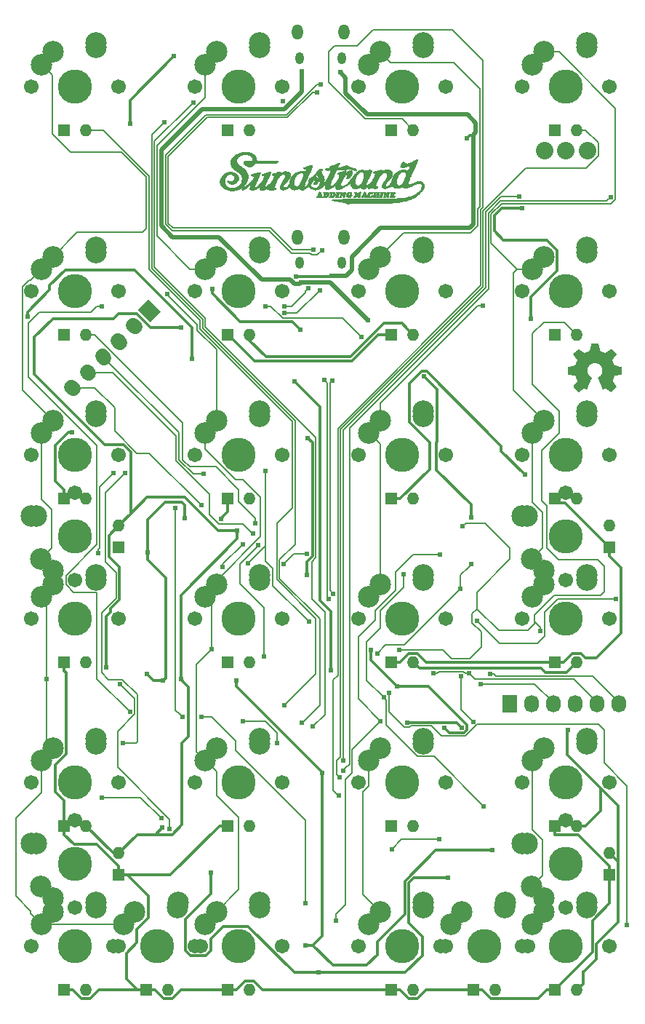
<source format=gbr>
G04 #@! TF.FileFunction,Copper,L1,Top,Signal*
%FSLAX46Y46*%
G04 Gerber Fmt 4.6, Leading zero omitted, Abs format (unit mm)*
G04 Created by KiCad (PCBNEW 4.0.1-stable) date 3/31/2016 1:28:44 PM*
%MOMM*%
G01*
G04 APERTURE LIST*
%ADD10C,0.100000*%
%ADD11C,0.010000*%
%ADD12O,1.300000X1.800000*%
%ADD13O,1.000000X1.400000*%
%ADD14O,1.400000X1.400000*%
%ADD15R,1.400000X1.400000*%
%ADD16C,3.987810*%
%ADD17C,1.701810*%
%ADD18C,2.500000*%
%ADD19C,2.032000*%
%ADD20C,1.727200*%
%ADD21R,1.727200X2.032000*%
%ADD22O,1.727200X2.032000*%
%ADD23C,0.609600*%
%ADD24C,0.304800*%
%ADD25C,0.508000*%
%ADD26C,0.152400*%
G04 APERTURE END LIST*
D10*
G36*
X163604603Y-108821288D02*
X163531049Y-108807243D01*
X163509050Y-108803327D01*
X163484423Y-108798837D01*
X163462670Y-108794676D01*
X162834690Y-108677875D01*
X162816168Y-108670182D01*
X162800110Y-108655999D01*
X162789227Y-108638695D01*
X162553041Y-108088330D01*
X162548332Y-108068466D01*
X162549372Y-108047206D01*
X162556737Y-108028821D01*
X162923768Y-107493979D01*
X162936321Y-107475512D01*
X162950517Y-107454909D01*
X162963317Y-107436688D01*
X163005453Y-107374961D01*
X163012175Y-107357042D01*
X163010436Y-107337808D01*
X163000648Y-107321366D01*
X162990805Y-107311606D01*
X162969217Y-107290099D01*
X162947793Y-107268511D01*
X162931434Y-107252234D01*
X162914993Y-107235874D01*
X162898634Y-107219351D01*
X162879383Y-107200222D01*
X162860159Y-107181089D01*
X162840952Y-107161948D01*
X162821753Y-107142793D01*
X162802555Y-107123621D01*
X162783348Y-107104428D01*
X162764123Y-107085208D01*
X162744873Y-107065958D01*
X162728610Y-107049599D01*
X162712346Y-107033158D01*
X162696083Y-107016799D01*
X162676833Y-106997549D01*
X162657608Y-106978329D01*
X162638401Y-106959136D01*
X162619203Y-106939964D01*
X162600004Y-106920809D01*
X162580797Y-106901667D01*
X162561573Y-106882535D01*
X162542322Y-106863406D01*
X162526059Y-106846883D01*
X162509796Y-106830523D01*
X162493533Y-106814246D01*
X162471848Y-106792658D01*
X162450164Y-106771151D01*
X162440308Y-106761391D01*
X162424127Y-106751589D01*
X162404989Y-106749754D01*
X162387083Y-106756216D01*
X162325357Y-106798722D01*
X162306972Y-106811262D01*
X162286451Y-106825362D01*
X162268066Y-106837902D01*
X161721771Y-107212698D01*
X161703126Y-107220419D01*
X161681770Y-107221733D01*
X161661893Y-107217133D01*
X161128165Y-106998687D01*
X161110862Y-106987900D01*
X161096679Y-106972020D01*
X161088986Y-106953593D01*
X160967012Y-106298995D01*
X160963097Y-106277256D01*
X160958606Y-106252724D01*
X160954445Y-106230984D01*
X160940769Y-106157430D01*
X160932679Y-106140140D01*
X160917935Y-106127778D01*
X160899741Y-106123055D01*
X160874621Y-106123055D01*
X160849583Y-106123055D01*
X160824709Y-106123055D01*
X160801519Y-106123055D01*
X160778411Y-106123055D01*
X160755221Y-106123055D01*
X160728054Y-106123055D01*
X160700887Y-106123055D01*
X160673720Y-106123055D01*
X160646553Y-106123055D01*
X160619386Y-106123055D01*
X160592220Y-106123055D01*
X160565053Y-106123055D01*
X160537886Y-106123055D01*
X160514874Y-106123055D01*
X160491779Y-106123055D01*
X160468767Y-106123055D01*
X160441600Y-106123055D01*
X160414434Y-106123055D01*
X160387267Y-106123055D01*
X160360100Y-106123055D01*
X160332933Y-106123055D01*
X160305766Y-106123055D01*
X160278599Y-106123055D01*
X160251432Y-106123055D01*
X160228242Y-106123055D01*
X160205134Y-106123055D01*
X160181944Y-106123055D01*
X160157070Y-106123055D01*
X160132032Y-106123055D01*
X160106912Y-106123055D01*
X160088718Y-106127778D01*
X160073975Y-106140140D01*
X160065884Y-106157430D01*
X160052208Y-106230615D01*
X160048047Y-106252614D01*
X160043556Y-106277242D01*
X160039641Y-106298995D01*
X159917667Y-106953593D01*
X159909810Y-106971855D01*
X159895709Y-106987818D01*
X159878488Y-106998687D01*
X159344760Y-107217133D01*
X159324636Y-107221487D01*
X159303281Y-107220172D01*
X159284882Y-107212698D01*
X158738587Y-106837902D01*
X158720202Y-106825362D01*
X158699681Y-106811262D01*
X158681296Y-106798722D01*
X158619570Y-106756216D01*
X158601664Y-106749741D01*
X158582526Y-106751479D01*
X158566345Y-106761021D01*
X158556489Y-106770864D01*
X158534805Y-106792452D01*
X158513120Y-106813877D01*
X158496844Y-106830400D01*
X158480485Y-106846759D01*
X158463961Y-106863036D01*
X158444833Y-106882287D01*
X158425700Y-106901512D01*
X158406559Y-106920719D01*
X158387404Y-106939917D01*
X158368232Y-106959116D01*
X158349039Y-106978323D01*
X158329820Y-106997548D01*
X158310570Y-107016799D01*
X158294211Y-107033076D01*
X158277770Y-107049435D01*
X158261411Y-107065958D01*
X158242267Y-107085102D01*
X158223098Y-107104272D01*
X158203911Y-107123459D01*
X158184715Y-107142655D01*
X158165520Y-107161850D01*
X158146333Y-107181037D01*
X158127163Y-107200207D01*
X158108019Y-107219351D01*
X158091496Y-107235710D01*
X158075137Y-107252151D01*
X158058860Y-107268511D01*
X158037272Y-107290099D01*
X158015766Y-107311606D01*
X158006005Y-107321366D01*
X157996203Y-107337794D01*
X157994369Y-107356932D01*
X158000830Y-107374592D01*
X158043336Y-107436688D01*
X158055876Y-107454909D01*
X158069976Y-107475512D01*
X158082516Y-107493979D01*
X158449546Y-108028451D01*
X158457158Y-108047083D01*
X158458198Y-108068343D01*
X158453242Y-108087960D01*
X158217796Y-108638695D01*
X158206899Y-108655999D01*
X158190745Y-108670182D01*
X158171963Y-108677875D01*
X157544353Y-108795045D01*
X157522436Y-108798960D01*
X157497890Y-108803451D01*
X157475973Y-108807612D01*
X157402050Y-108821288D01*
X157384856Y-108829379D01*
X157372672Y-108844123D01*
X157368045Y-108862316D01*
X157368045Y-108876184D01*
X157368045Y-108906725D01*
X157368045Y-108937349D01*
X157368045Y-108960540D01*
X157368045Y-108983648D01*
X157368045Y-109006838D01*
X157368045Y-109034005D01*
X157368045Y-109061172D01*
X157368045Y-109088339D01*
X157368045Y-109115507D01*
X157368045Y-109142674D01*
X157368045Y-109169841D01*
X157368045Y-109197008D01*
X157368045Y-109224175D01*
X157368045Y-109247105D01*
X157368045Y-109270118D01*
X157368045Y-109293294D01*
X157368045Y-109320461D01*
X157368045Y-109347623D01*
X157368045Y-109374776D01*
X157368045Y-109401917D01*
X157368045Y-109429040D01*
X157368045Y-109456141D01*
X157368045Y-109483217D01*
X157368045Y-109510262D01*
X157368045Y-109533548D01*
X157368045Y-109556834D01*
X157368045Y-109580120D01*
X157368045Y-109604981D01*
X157368045Y-109629923D01*
X157368045Y-109654784D01*
X157372754Y-109673224D01*
X157385020Y-109687967D01*
X157402050Y-109695811D01*
X157475604Y-109709487D01*
X157497521Y-109713663D01*
X157522066Y-109718249D01*
X157543983Y-109722424D01*
X158153113Y-109835528D01*
X158171443Y-109843482D01*
X158187145Y-109857760D01*
X158197837Y-109875078D01*
X158432174Y-110460557D01*
X158436788Y-110480517D01*
X158435569Y-110501955D01*
X158428108Y-110520436D01*
X158083255Y-111023120D01*
X158070455Y-111041506D01*
X158056259Y-111062026D01*
X158043706Y-111080412D01*
X158001200Y-111142138D01*
X157994725Y-111159798D01*
X157996463Y-111178936D01*
X158006005Y-111195364D01*
X158015861Y-111205207D01*
X158037546Y-111226795D01*
X158059230Y-111248220D01*
X158075507Y-111264743D01*
X158091866Y-111281102D01*
X158108389Y-111297379D01*
X158127533Y-111316630D01*
X158146702Y-111335854D01*
X158165889Y-111355062D01*
X158185085Y-111374260D01*
X158204280Y-111393459D01*
X158223467Y-111412666D01*
X158242637Y-111431891D01*
X158261780Y-111451142D01*
X158278304Y-111467405D01*
X158294663Y-111483668D01*
X158310940Y-111499931D01*
X158330189Y-111519182D01*
X158349409Y-111538407D01*
X158368602Y-111557614D01*
X158387774Y-111576813D01*
X158406928Y-111596011D01*
X158426070Y-111615219D01*
X158445202Y-111634443D01*
X158464331Y-111653694D01*
X158480690Y-111669957D01*
X158497131Y-111686220D01*
X158513490Y-111702484D01*
X158535078Y-111724168D01*
X158556585Y-111745853D01*
X158566345Y-111755709D01*
X158582773Y-111765251D01*
X158601911Y-111766989D01*
X158619570Y-111760514D01*
X158681666Y-111718377D01*
X158699887Y-111705660D01*
X158720490Y-111691546D01*
X158738957Y-111678828D01*
X159230548Y-111341734D01*
X159248892Y-111334177D01*
X159269865Y-111333520D01*
X159288948Y-111339516D01*
X159391332Y-111396807D01*
X159410853Y-111407540D01*
X159432921Y-111419094D01*
X159452688Y-111429334D01*
X159558399Y-111483299D01*
X159575812Y-111486967D01*
X159591747Y-111481108D01*
X159602753Y-111467035D01*
X159647847Y-111357258D01*
X159656485Y-111336819D01*
X159666191Y-111313752D01*
X159674829Y-111293313D01*
X160100998Y-110262440D01*
X160109636Y-110241824D01*
X160119342Y-110218743D01*
X160127980Y-110198126D01*
X160157919Y-110125311D01*
X160160602Y-110106611D01*
X160154743Y-110088568D01*
X160141656Y-110075043D01*
X160074016Y-110033645D01*
X160053733Y-110018352D01*
X160031510Y-110001118D01*
X160009786Y-109986463D01*
X159988508Y-109971200D01*
X159967690Y-109955343D01*
X159947347Y-109938903D01*
X159927491Y-109921892D01*
X159908138Y-109904322D01*
X159889302Y-109886206D01*
X159870996Y-109867556D01*
X159853235Y-109848383D01*
X159836033Y-109828700D01*
X159819404Y-109808519D01*
X159803362Y-109787851D01*
X159787921Y-109766710D01*
X159773096Y-109745107D01*
X159758901Y-109723054D01*
X159745349Y-109700564D01*
X159732455Y-109677648D01*
X159720233Y-109654318D01*
X159708697Y-109630588D01*
X159697861Y-109606467D01*
X159687740Y-109581970D01*
X159678347Y-109557108D01*
X159669697Y-109531892D01*
X159661803Y-109506336D01*
X159654681Y-109480451D01*
X159648343Y-109454249D01*
X159642805Y-109427743D01*
X159638080Y-109400944D01*
X159634182Y-109373865D01*
X159631126Y-109346517D01*
X159628925Y-109318913D01*
X159627595Y-109291065D01*
X159627148Y-109262985D01*
X159627550Y-109236202D01*
X159628748Y-109209617D01*
X159630731Y-109183243D01*
X159633487Y-109157092D01*
X159637005Y-109131174D01*
X159641273Y-109105502D01*
X159646280Y-109080086D01*
X159652014Y-109054939D01*
X159658465Y-109030071D01*
X159665619Y-109005494D01*
X159673466Y-108981220D01*
X159681995Y-108957261D01*
X159691194Y-108933626D01*
X159701051Y-108910329D01*
X159711556Y-108887381D01*
X159722695Y-108864792D01*
X159734459Y-108842575D01*
X159746836Y-108820741D01*
X159759813Y-108799301D01*
X159773380Y-108778267D01*
X159787525Y-108757651D01*
X159802237Y-108737464D01*
X159817504Y-108717717D01*
X159833314Y-108698421D01*
X159849657Y-108679590D01*
X159866521Y-108661233D01*
X159883894Y-108643362D01*
X159901764Y-108625989D01*
X159920121Y-108609125D01*
X159938953Y-108592782D01*
X159958248Y-108576972D01*
X159977994Y-108561705D01*
X159998182Y-108546993D01*
X160018798Y-108532847D01*
X160039831Y-108519280D01*
X160061271Y-108506303D01*
X160083105Y-108493926D01*
X160105322Y-108482162D01*
X160127910Y-108471023D01*
X160150858Y-108460518D01*
X160174155Y-108450661D01*
X160197789Y-108441462D01*
X160221749Y-108432933D01*
X160246023Y-108425085D01*
X160270599Y-108417931D01*
X160295467Y-108411481D01*
X160320614Y-108405746D01*
X160346029Y-108400739D01*
X160371702Y-108396471D01*
X160397619Y-108392953D01*
X160423770Y-108390197D01*
X160450144Y-108388214D01*
X160476728Y-108387016D01*
X160503511Y-108386614D01*
X160530295Y-108387016D01*
X160556879Y-108388214D01*
X160583253Y-108390197D01*
X160609404Y-108392953D01*
X160635321Y-108396471D01*
X160660993Y-108400739D01*
X160686409Y-108405746D01*
X160711556Y-108411481D01*
X160736424Y-108417931D01*
X160761000Y-108425085D01*
X160785274Y-108432933D01*
X160809233Y-108441462D01*
X160832867Y-108450661D01*
X160856164Y-108460518D01*
X160879113Y-108471023D01*
X160901701Y-108482162D01*
X160923918Y-108493926D01*
X160945752Y-108506303D01*
X160967191Y-108519280D01*
X160988225Y-108532847D01*
X161008841Y-108546993D01*
X161029028Y-108561705D01*
X161048775Y-108576972D01*
X161068070Y-108592782D01*
X161086902Y-108609125D01*
X161105259Y-108625989D01*
X161123129Y-108643362D01*
X161140502Y-108661233D01*
X161157365Y-108679590D01*
X161173708Y-108698421D01*
X161189519Y-108717717D01*
X161204786Y-108737464D01*
X161219498Y-108757651D01*
X161233643Y-108778267D01*
X161247210Y-108799301D01*
X161260187Y-108820741D01*
X161272563Y-108842575D01*
X161284327Y-108864792D01*
X161295467Y-108887381D01*
X161305971Y-108910329D01*
X161315829Y-108933626D01*
X161325027Y-108957261D01*
X161333556Y-108981220D01*
X161341404Y-109005494D01*
X161348558Y-109030071D01*
X161355008Y-109054939D01*
X161360743Y-109080086D01*
X161365750Y-109105502D01*
X161370018Y-109131174D01*
X161373536Y-109157092D01*
X161376292Y-109183243D01*
X161378275Y-109209617D01*
X161379473Y-109236202D01*
X161379875Y-109262985D01*
X161379428Y-109291065D01*
X161378097Y-109318913D01*
X161375897Y-109346517D01*
X161372841Y-109373865D01*
X161368943Y-109400944D01*
X161364218Y-109427743D01*
X161358680Y-109454249D01*
X161352342Y-109480451D01*
X161345220Y-109506336D01*
X161337326Y-109531892D01*
X161328676Y-109557108D01*
X161319283Y-109581970D01*
X161309162Y-109606467D01*
X161298326Y-109630588D01*
X161286790Y-109654318D01*
X161274568Y-109677648D01*
X161261674Y-109700564D01*
X161248122Y-109723054D01*
X161233926Y-109745107D01*
X161219101Y-109766710D01*
X161203661Y-109787851D01*
X161187619Y-109808519D01*
X161170990Y-109828700D01*
X161153788Y-109848383D01*
X161136027Y-109867556D01*
X161117721Y-109886206D01*
X161098884Y-109904322D01*
X161079531Y-109921892D01*
X161059676Y-109938903D01*
X161039332Y-109955343D01*
X161018514Y-109971200D01*
X160997237Y-109986463D01*
X160975513Y-110001118D01*
X160953105Y-110018213D01*
X160932637Y-110033645D01*
X160865367Y-110075043D01*
X160852280Y-110088568D01*
X160846421Y-110106611D01*
X160849104Y-110125311D01*
X160879043Y-110198126D01*
X160887585Y-110218743D01*
X160897113Y-110241824D01*
X160905655Y-110262440D01*
X161332194Y-111293313D01*
X161340736Y-111313752D01*
X161350264Y-111336819D01*
X161358807Y-111357258D01*
X161404270Y-111467035D01*
X161415194Y-111481108D01*
X161431046Y-111486967D01*
X161448624Y-111483299D01*
X161554334Y-111429334D01*
X161574116Y-111419094D01*
X161596279Y-111407540D01*
X161616060Y-111396807D01*
X161718075Y-111339516D01*
X161737158Y-111333356D01*
X161758131Y-111334095D01*
X161776474Y-111341734D01*
X162268066Y-111678828D01*
X162286451Y-111691546D01*
X162306972Y-111705660D01*
X162325357Y-111718377D01*
X162387083Y-111760514D01*
X162404989Y-111766989D01*
X162424127Y-111765251D01*
X162440308Y-111755709D01*
X162455750Y-111740267D01*
X162474641Y-111721376D01*
X162493533Y-111702484D01*
X162509796Y-111686220D01*
X162526059Y-111669957D01*
X162542322Y-111653694D01*
X162561573Y-111634443D01*
X162580797Y-111615219D01*
X162600004Y-111596011D01*
X162619203Y-111576813D01*
X162638401Y-111557614D01*
X162657608Y-111538407D01*
X162676833Y-111519182D01*
X162696083Y-111499931D01*
X162712346Y-111483654D01*
X162728610Y-111467295D01*
X162744873Y-111450772D01*
X162764123Y-111431628D01*
X162783348Y-111412458D01*
X162802555Y-111393271D01*
X162821753Y-111374076D01*
X162840952Y-111354880D01*
X162860159Y-111335693D01*
X162879383Y-111316523D01*
X162898634Y-111297379D01*
X162914993Y-111280856D01*
X162931434Y-111264497D01*
X162947793Y-111248220D01*
X162969217Y-111226631D01*
X162990805Y-111205125D01*
X163000648Y-111195364D01*
X163010436Y-111178936D01*
X163012175Y-111159798D01*
X163005453Y-111142138D01*
X162963317Y-111080412D01*
X162950517Y-111062026D01*
X162936321Y-111041506D01*
X162923768Y-111023120D01*
X162578914Y-110520436D01*
X162571440Y-110501955D01*
X162570126Y-110480517D01*
X162574479Y-110460557D01*
X162809186Y-109875078D01*
X162819618Y-109857678D01*
X162835224Y-109843318D01*
X162853540Y-109835528D01*
X163462670Y-109722424D01*
X163484587Y-109718167D01*
X163509132Y-109713499D01*
X163531049Y-109709487D01*
X163604603Y-109695811D01*
X163621797Y-109687967D01*
X163633981Y-109673224D01*
X163638608Y-109654784D01*
X163638608Y-109629923D01*
X163638608Y-109604981D01*
X163638608Y-109580120D01*
X163638608Y-109556834D01*
X163638608Y-109533548D01*
X163638608Y-109510262D01*
X163638608Y-109483217D01*
X163638608Y-109456141D01*
X163638608Y-109429040D01*
X163638608Y-109401917D01*
X163638608Y-109374776D01*
X163638608Y-109347623D01*
X163638608Y-109320461D01*
X163638608Y-109293294D01*
X163638608Y-109270118D01*
X163638608Y-109247105D01*
X163638608Y-109224175D01*
X163638608Y-109197008D01*
X163638608Y-109169841D01*
X163638608Y-109142674D01*
X163638608Y-109115507D01*
X163638608Y-109088339D01*
X163638608Y-109061172D01*
X163638608Y-109034005D01*
X163638608Y-109006838D01*
X163638608Y-108983648D01*
X163638608Y-108960540D01*
X163638608Y-108937349D01*
X163638608Y-108906725D01*
X163638608Y-108876184D01*
X163638608Y-108862316D01*
X163633981Y-108844123D01*
X163621797Y-108829379D01*
X163604603Y-108821288D01*
X163604603Y-108821288D01*
G37*
D11*
G36*
X139854864Y-84676455D02*
X139862004Y-84679137D01*
X139866816Y-84684574D01*
X139869003Y-84693647D01*
X139868265Y-84707235D01*
X139864304Y-84726217D01*
X139856821Y-84751472D01*
X139845519Y-84783879D01*
X139830098Y-84824317D01*
X139810261Y-84873666D01*
X139785709Y-84932805D01*
X139756144Y-85002613D01*
X139721266Y-85083969D01*
X139680778Y-85177752D01*
X139634381Y-85284841D01*
X139581777Y-85406116D01*
X139549141Y-85481376D01*
X139485832Y-85627377D01*
X139428761Y-85758930D01*
X139377444Y-85877127D01*
X139331399Y-85983063D01*
X139290144Y-86077833D01*
X139253197Y-86162530D01*
X139220076Y-86238248D01*
X139190298Y-86306081D01*
X139163381Y-86367125D01*
X139138843Y-86422472D01*
X139116202Y-86473217D01*
X139094975Y-86520454D01*
X139074680Y-86565277D01*
X139054836Y-86608780D01*
X139034959Y-86652057D01*
X139014567Y-86696203D01*
X138997365Y-86733300D01*
X138946350Y-86843619D01*
X138902212Y-86940129D01*
X138864372Y-87024225D01*
X138832250Y-87097301D01*
X138805266Y-87160751D01*
X138782841Y-87215970D01*
X138764395Y-87264351D01*
X138749348Y-87307289D01*
X138737121Y-87346179D01*
X138727134Y-87382414D01*
X138726609Y-87384471D01*
X138713371Y-87450781D01*
X138710649Y-87505161D01*
X138718813Y-87547827D01*
X138738231Y-87578995D01*
X138769273Y-87598878D01*
X138812307Y-87607692D01*
X138867703Y-87605652D01*
X138935829Y-87592973D01*
X139017055Y-87569871D01*
X139034803Y-87564052D01*
X139082805Y-87546958D01*
X139140101Y-87524913D01*
X139200727Y-87500304D01*
X139258716Y-87475517D01*
X139281169Y-87465483D01*
X139333867Y-87441567D01*
X139389238Y-87416468D01*
X139442114Y-87392525D01*
X139487328Y-87372078D01*
X139505467Y-87363889D01*
X139632610Y-87311920D01*
X139756162Y-87272089D01*
X139875007Y-87244509D01*
X139988029Y-87229294D01*
X140094112Y-87226559D01*
X140192139Y-87236419D01*
X140280995Y-87258987D01*
X140330828Y-87279334D01*
X140405603Y-87324076D01*
X140469121Y-87381280D01*
X140520771Y-87450243D01*
X140559944Y-87530260D01*
X140568316Y-87553707D01*
X140589615Y-87644109D01*
X140596296Y-87740646D01*
X140588717Y-87841554D01*
X140567238Y-87945072D01*
X140532221Y-88049436D01*
X140484025Y-88152884D01*
X140426274Y-88248834D01*
X140383463Y-88307592D01*
X140329600Y-88373856D01*
X140267202Y-88444999D01*
X140198786Y-88518394D01*
X140126867Y-88591415D01*
X140053963Y-88661436D01*
X139982590Y-88725830D01*
X139916101Y-88781306D01*
X139782193Y-88882401D01*
X139644925Y-88975139D01*
X139500333Y-89061983D01*
X139344451Y-89145397D01*
X139274043Y-89180300D01*
X139119570Y-89251779D01*
X138964457Y-89316300D01*
X138805228Y-89375095D01*
X138638404Y-89429397D01*
X138460508Y-89480435D01*
X138332834Y-89513558D01*
X138161681Y-89553904D01*
X137986366Y-89590395D01*
X137805431Y-89623212D01*
X137617417Y-89652539D01*
X137420866Y-89678557D01*
X137214319Y-89701449D01*
X136996320Y-89721398D01*
X136765409Y-89738586D01*
X136520128Y-89753196D01*
X136351634Y-89761426D01*
X136293200Y-89763550D01*
X136219574Y-89765402D01*
X136132491Y-89766983D01*
X136033691Y-89768292D01*
X135924912Y-89769331D01*
X135807890Y-89770100D01*
X135684364Y-89770599D01*
X135556072Y-89770828D01*
X135424751Y-89770789D01*
X135292139Y-89770481D01*
X135159975Y-89769906D01*
X135029995Y-89769063D01*
X134903938Y-89767953D01*
X134783542Y-89766577D01*
X134670544Y-89764935D01*
X134566682Y-89763027D01*
X134476267Y-89760922D01*
X134348652Y-89757814D01*
X134214854Y-89755019D01*
X134076564Y-89752547D01*
X133935478Y-89750406D01*
X133793288Y-89748608D01*
X133651688Y-89747161D01*
X133512371Y-89746075D01*
X133377031Y-89745361D01*
X133247360Y-89745027D01*
X133125054Y-89745083D01*
X133011804Y-89745540D01*
X132909304Y-89746406D01*
X132819249Y-89747692D01*
X132743330Y-89749407D01*
X132702501Y-89750752D01*
X132545538Y-89757458D01*
X132403220Y-89764995D01*
X132273270Y-89773547D01*
X132153411Y-89783296D01*
X132041366Y-89794425D01*
X131934860Y-89807117D01*
X131844408Y-89819650D01*
X131781178Y-89828291D01*
X131731135Y-89833317D01*
X131690943Y-89834793D01*
X131657260Y-89832785D01*
X131626747Y-89827361D01*
X131614534Y-89824208D01*
X131587397Y-89815329D01*
X131552338Y-89802097D01*
X131516777Y-89787317D01*
X131515557Y-89786781D01*
X131431258Y-89751408D01*
X131344749Y-89718793D01*
X131254478Y-89688570D01*
X131158890Y-89660373D01*
X131056431Y-89633836D01*
X130945548Y-89608593D01*
X130824688Y-89584278D01*
X130692296Y-89560526D01*
X130546819Y-89536970D01*
X130386702Y-89513244D01*
X130306434Y-89501997D01*
X130200219Y-89487113D01*
X130109907Y-89473908D01*
X130034569Y-89462203D01*
X129973277Y-89451818D01*
X129925104Y-89442576D01*
X129889119Y-89434296D01*
X129864397Y-89426800D01*
X129850007Y-89419908D01*
X129845021Y-89413443D01*
X129845000Y-89413000D01*
X129852438Y-89406481D01*
X129871590Y-89398154D01*
X129889450Y-89392418D01*
X129936702Y-89381296D01*
X129998111Y-89370720D01*
X130073906Y-89360676D01*
X130164317Y-89351150D01*
X130269571Y-89342129D01*
X130389898Y-89333600D01*
X130525525Y-89325550D01*
X130676682Y-89317964D01*
X130843596Y-89310830D01*
X131026497Y-89304134D01*
X131225612Y-89297862D01*
X131441171Y-89292002D01*
X131673403Y-89286539D01*
X131703434Y-89285887D01*
X131803016Y-89283937D01*
X131918283Y-89282019D01*
X132047986Y-89280140D01*
X132190877Y-89278310D01*
X132345706Y-89276535D01*
X132511225Y-89274823D01*
X132686186Y-89273182D01*
X132869339Y-89271619D01*
X133059436Y-89270143D01*
X133255229Y-89268760D01*
X133455468Y-89267480D01*
X133658906Y-89266308D01*
X133864292Y-89265253D01*
X134070380Y-89264324D01*
X134275920Y-89263526D01*
X134479663Y-89262869D01*
X134680361Y-89262360D01*
X134876765Y-89262006D01*
X135067626Y-89261815D01*
X135251697Y-89261795D01*
X135427727Y-89261954D01*
X135547301Y-89262180D01*
X136681834Y-89264833D01*
X137240634Y-89232964D01*
X137369451Y-89225589D01*
X137482757Y-89219030D01*
X137581946Y-89213188D01*
X137668415Y-89207963D01*
X137743561Y-89203257D01*
X137808780Y-89198972D01*
X137865468Y-89195008D01*
X137915021Y-89191267D01*
X137958837Y-89187649D01*
X137998310Y-89184056D01*
X138034837Y-89180389D01*
X138069815Y-89176549D01*
X138104640Y-89172438D01*
X138116934Y-89170931D01*
X138362902Y-89134883D01*
X138597650Y-89088979D01*
X138820723Y-89033379D01*
X139031667Y-88968241D01*
X139230030Y-88893724D01*
X139415356Y-88809989D01*
X139587193Y-88717194D01*
X139745087Y-88615500D01*
X139789044Y-88583742D01*
X139898896Y-88496139D01*
X139997659Y-88404890D01*
X140084681Y-88311015D01*
X140159314Y-88215532D01*
X140220908Y-88119457D01*
X140268812Y-88023809D01*
X140302378Y-87929605D01*
X140320955Y-87837865D01*
X140323894Y-87749605D01*
X140323681Y-87746212D01*
X140311360Y-87671256D01*
X140285690Y-87606022D01*
X140247675Y-87551251D01*
X140198321Y-87507684D01*
X140138633Y-87476061D01*
X140069617Y-87457125D01*
X139992278Y-87451617D01*
X139930694Y-87456562D01*
X139889973Y-87463232D01*
X139849407Y-87472151D01*
X139806647Y-87484138D01*
X139759347Y-87500009D01*
X139705160Y-87520582D01*
X139641739Y-87546673D01*
X139566735Y-87579100D01*
X139522579Y-87598648D01*
X139358634Y-87671122D01*
X139209093Y-87736077D01*
X139073305Y-87793751D01*
X138950622Y-87844381D01*
X138840395Y-87888205D01*
X138741973Y-87925462D01*
X138654709Y-87956388D01*
X138577953Y-87981222D01*
X138511056Y-88000202D01*
X138453369Y-88013566D01*
X138404242Y-88021551D01*
X138363026Y-88024395D01*
X138360633Y-88024408D01*
X138329609Y-88023853D01*
X138308680Y-88020397D01*
X138291088Y-88011469D01*
X138270075Y-87994499D01*
X138261059Y-87986537D01*
X138231203Y-87960774D01*
X138206398Y-87942518D01*
X138182664Y-87930512D01*
X138156024Y-87923498D01*
X138122499Y-87920218D01*
X138078112Y-87919416D01*
X138049201Y-87919562D01*
X138005148Y-87920344D01*
X137966867Y-87922272D01*
X137930059Y-87925898D01*
X137890429Y-87931775D01*
X137843679Y-87940456D01*
X137785512Y-87952493D01*
X137774034Y-87954943D01*
X137669438Y-87976013D01*
X137578442Y-87991270D01*
X137498791Y-88000844D01*
X137428229Y-88004865D01*
X137364500Y-88003462D01*
X137305348Y-87996765D01*
X137249101Y-87985051D01*
X137200699Y-87970352D01*
X137155436Y-87950902D01*
X137109409Y-87924555D01*
X137058715Y-87889161D01*
X137019323Y-87858622D01*
X136972580Y-87822658D01*
X136934903Y-87797439D01*
X136903342Y-87781782D01*
X136874943Y-87774502D01*
X136846755Y-87774418D01*
X136820876Y-87779091D01*
X136791134Y-87789107D01*
X136756238Y-87804939D01*
X136730877Y-87818950D01*
X136673049Y-87853907D01*
X136625521Y-87881426D01*
X136584521Y-87903494D01*
X136546280Y-87922096D01*
X136507027Y-87939218D01*
X136487101Y-87947342D01*
X136381592Y-87984535D01*
X136274797Y-88012601D01*
X136169993Y-88030993D01*
X136070459Y-88039167D01*
X135979473Y-88036578D01*
X135962069Y-88034655D01*
X135891586Y-88022612D01*
X135834219Y-88005366D01*
X135786609Y-87981623D01*
X135747622Y-87952111D01*
X135707979Y-87906239D01*
X135683162Y-87853114D01*
X135673164Y-87792534D01*
X135677976Y-87724301D01*
X135697590Y-87648214D01*
X135731972Y-87564130D01*
X135758732Y-87510803D01*
X135788715Y-87457661D01*
X135823643Y-87402062D01*
X135865240Y-87341363D01*
X135915227Y-87272922D01*
X135961491Y-87212020D01*
X136036026Y-87113270D01*
X136099407Y-87024819D01*
X136152454Y-86944992D01*
X136195990Y-86872116D01*
X136230835Y-86804517D01*
X136257811Y-86740521D01*
X136277739Y-86678455D01*
X136291439Y-86616644D01*
X136299734Y-86553416D01*
X136302291Y-86517400D01*
X136304021Y-86474716D01*
X136303628Y-86443748D01*
X136300595Y-86419357D01*
X136294409Y-86396400D01*
X136288548Y-86380063D01*
X136260198Y-86327409D01*
X136218301Y-86279707D01*
X136166188Y-86240548D01*
X136151446Y-86232247D01*
X136130390Y-86221808D01*
X136111638Y-86214946D01*
X136090753Y-86210917D01*
X136063299Y-86208980D01*
X136024837Y-86208392D01*
X136008734Y-86208367D01*
X135965082Y-86208714D01*
X135933358Y-86210309D01*
X135908560Y-86213981D01*
X135885689Y-86220557D01*
X135859742Y-86230867D01*
X135851500Y-86234424D01*
X135764139Y-86280865D01*
X135677596Y-86343499D01*
X135592605Y-86421590D01*
X135509898Y-86514397D01*
X135430206Y-86621183D01*
X135361763Y-86728470D01*
X135339471Y-86766438D01*
X135319098Y-86802236D01*
X135299619Y-86837951D01*
X135280007Y-86875669D01*
X135259235Y-86917477D01*
X135236276Y-86965461D01*
X135210105Y-87021707D01*
X135179694Y-87088303D01*
X135144017Y-87167334D01*
X135124872Y-87209960D01*
X135079606Y-87311303D01*
X135041169Y-87398513D01*
X135009170Y-87472773D01*
X134983217Y-87535266D01*
X134962917Y-87587174D01*
X134947878Y-87629680D01*
X134937709Y-87663967D01*
X134932017Y-87691219D01*
X134930411Y-87712618D01*
X134932498Y-87729347D01*
X134937886Y-87742589D01*
X134945111Y-87752367D01*
X134959161Y-87762673D01*
X134984850Y-87776987D01*
X135018056Y-87793128D01*
X135042721Y-87803990D01*
X135101875Y-87830534D01*
X135145310Y-87853578D01*
X135172814Y-87872986D01*
X135184171Y-87888619D01*
X135183859Y-87894656D01*
X135179606Y-87914145D01*
X135179001Y-87923535D01*
X135172074Y-87943624D01*
X135153923Y-87967420D01*
X135128489Y-87991096D01*
X135099712Y-88010829D01*
X135079133Y-88020448D01*
X135034672Y-88031245D01*
X134974794Y-88037552D01*
X134900415Y-88039350D01*
X134812450Y-88036616D01*
X134711817Y-88029330D01*
X134707775Y-88028965D01*
X134604440Y-88021197D01*
X134513533Y-88018127D01*
X134431186Y-88019862D01*
X134353527Y-88026508D01*
X134276688Y-88038173D01*
X134260169Y-88041294D01*
X134216233Y-88049592D01*
X134184944Y-88054528D01*
X134162399Y-88056321D01*
X134144695Y-88055191D01*
X134127931Y-88051360D01*
X134120722Y-88049154D01*
X134083186Y-88029104D01*
X134056901Y-87996424D01*
X134041843Y-87951078D01*
X134040710Y-87944258D01*
X134036445Y-87923383D01*
X134029192Y-87910949D01*
X134015850Y-87906118D01*
X133993318Y-87908053D01*
X133958494Y-87915917D01*
X133946763Y-87918902D01*
X133889681Y-87937412D01*
X133837273Y-87963377D01*
X133784834Y-87999465D01*
X133742795Y-88034657D01*
X133693741Y-88075505D01*
X133651351Y-88103638D01*
X133612375Y-88120070D01*
X133573564Y-88125816D01*
X133531670Y-88121891D01*
X133493659Y-88112441D01*
X133451675Y-88097227D01*
X133400107Y-88074255D01*
X133343132Y-88045633D01*
X133284927Y-88013473D01*
X133229669Y-87979884D01*
X133224020Y-87976238D01*
X133152874Y-87930023D01*
X133054687Y-87976353D01*
X132931097Y-88029365D01*
X132815707Y-88067805D01*
X132708158Y-88091716D01*
X132608090Y-88101136D01*
X132515144Y-88096106D01*
X132428959Y-88076665D01*
X132368067Y-88052425D01*
X132330003Y-88028967D01*
X132287247Y-87994059D01*
X132243170Y-87951144D01*
X132201143Y-87903663D01*
X132164536Y-87855057D01*
X132148718Y-87830066D01*
X134103724Y-87830066D01*
X134104936Y-87831190D01*
X134123545Y-87835983D01*
X134152247Y-87834935D01*
X134185560Y-87828853D01*
X134218003Y-87818542D01*
X134230996Y-87812666D01*
X134264466Y-87791729D01*
X134298080Y-87764108D01*
X134329236Y-87732805D01*
X134355332Y-87700821D01*
X134373768Y-87671155D01*
X134381941Y-87646808D01*
X134381683Y-87638867D01*
X134377308Y-87634163D01*
X134366079Y-87637190D01*
X134345762Y-87648946D01*
X134319634Y-87666577D01*
X134287172Y-87689140D01*
X134246741Y-87717200D01*
X134204299Y-87746624D01*
X134176902Y-87765597D01*
X134140085Y-87791802D01*
X134116486Y-87810489D01*
X134104801Y-87822847D01*
X134103724Y-87830066D01*
X132148718Y-87830066D01*
X132145827Y-87825500D01*
X132128972Y-87794313D01*
X132107728Y-87751849D01*
X132084191Y-87702472D01*
X132060459Y-87650548D01*
X132046167Y-87618067D01*
X132026338Y-87572710D01*
X132008420Y-87532654D01*
X131993628Y-87500539D01*
X131983176Y-87479008D01*
X131978504Y-87470884D01*
X131974477Y-87468978D01*
X131967418Y-87469885D01*
X131955996Y-87474389D01*
X131938877Y-87483274D01*
X131914731Y-87497325D01*
X131882224Y-87517327D01*
X131840024Y-87544064D01*
X131786799Y-87578319D01*
X131721218Y-87620879D01*
X131697009Y-87636637D01*
X131584850Y-87709070D01*
X131484320Y-87772630D01*
X131393426Y-87828509D01*
X131310176Y-87877895D01*
X131232578Y-87921979D01*
X131158640Y-87961949D01*
X131110767Y-87986710D01*
X130986734Y-88046459D01*
X130873757Y-88093941D01*
X130771321Y-88129254D01*
X130678917Y-88152499D01*
X130596031Y-88163775D01*
X130522151Y-88163182D01*
X130456765Y-88150818D01*
X130399361Y-88126783D01*
X130396775Y-88125325D01*
X130354775Y-88094719D01*
X130320531Y-88054499D01*
X130293086Y-88002913D01*
X130271485Y-87938206D01*
X130256291Y-87867528D01*
X130246990Y-87823801D01*
X130236191Y-87788488D01*
X130224917Y-87764253D01*
X130214190Y-87753759D01*
X130212549Y-87753534D01*
X130196933Y-87759341D01*
X130170208Y-87776318D01*
X130133374Y-87803802D01*
X130115783Y-87817792D01*
X130067784Y-87853261D01*
X130007023Y-87893053D01*
X129936587Y-87935526D01*
X129859563Y-87979037D01*
X129779038Y-88021944D01*
X129698097Y-88062605D01*
X129619828Y-88099376D01*
X129547317Y-88130617D01*
X129483650Y-88154683D01*
X129480934Y-88155608D01*
X129436180Y-88170241D01*
X129401475Y-88179846D01*
X129371067Y-88185479D01*
X129339203Y-88188198D01*
X129300130Y-88189060D01*
X129298900Y-88189068D01*
X129254913Y-88188547D01*
X129223329Y-88185977D01*
X129199685Y-88180762D01*
X129181728Y-88173427D01*
X129146662Y-88147080D01*
X129117337Y-88106802D01*
X129095594Y-88055137D01*
X129095119Y-88053576D01*
X129088464Y-88019024D01*
X129084538Y-87970493D01*
X129083336Y-87910714D01*
X129084853Y-87842418D01*
X129089084Y-87768338D01*
X129095749Y-87693808D01*
X129100056Y-87650535D01*
X129103239Y-87613617D01*
X129105070Y-87586145D01*
X129105319Y-87571209D01*
X129104941Y-87569451D01*
X129094799Y-87570280D01*
X129073655Y-87582247D01*
X129041338Y-87605489D01*
X128997678Y-87640139D01*
X128942504Y-87686333D01*
X128875647Y-87744205D01*
X128803600Y-87807942D01*
X128712821Y-87886290D01*
X128629398Y-87952558D01*
X128550902Y-88008488D01*
X128474906Y-88055824D01*
X128408017Y-88091829D01*
X128285242Y-88145505D01*
X128164305Y-88182612D01*
X128044932Y-88203107D01*
X127926850Y-88206949D01*
X127809787Y-88194097D01*
X127693470Y-88164509D01*
X127577624Y-88118144D01*
X127461978Y-88054961D01*
X127346258Y-87974917D01*
X127278536Y-87920358D01*
X127238110Y-87886348D01*
X127208218Y-87861957D01*
X127186662Y-87845644D01*
X127171241Y-87835866D01*
X127159756Y-87831080D01*
X127150009Y-87829744D01*
X127149342Y-87829740D01*
X127137157Y-87834782D01*
X127114138Y-87848834D01*
X127082647Y-87870289D01*
X127045041Y-87897540D01*
X127004434Y-87928396D01*
X126904681Y-88003645D01*
X126814512Y-88066705D01*
X126732515Y-88118265D01*
X126657279Y-88159012D01*
X126587393Y-88189635D01*
X126521444Y-88210822D01*
X126458021Y-88223262D01*
X126395713Y-88227644D01*
X126390783Y-88227667D01*
X126351672Y-88225848D01*
X126312292Y-88221087D01*
X126282183Y-88214672D01*
X126234482Y-88194694D01*
X126183978Y-88163734D01*
X126136089Y-88125617D01*
X126096230Y-88084165D01*
X126094844Y-88082446D01*
X126057320Y-88035575D01*
X125963610Y-88080036D01*
X125839721Y-88133774D01*
X125724452Y-88173282D01*
X125617415Y-88198667D01*
X125518220Y-88210037D01*
X125488382Y-88210734D01*
X125421878Y-88207999D01*
X125364677Y-88198792D01*
X125309894Y-88181605D01*
X125264534Y-88161750D01*
X125239954Y-88149125D01*
X125217431Y-88135261D01*
X125194350Y-88118006D01*
X125168097Y-88095206D01*
X125136055Y-88064708D01*
X125095610Y-88024360D01*
X125086734Y-88015376D01*
X125042244Y-87970645D01*
X125007545Y-87936819D01*
X124980845Y-87912448D01*
X124960352Y-87896085D01*
X124944276Y-87886280D01*
X124930824Y-87881587D01*
X124919951Y-87880534D01*
X124906397Y-87885630D01*
X124884244Y-87899156D01*
X124857702Y-87918467D01*
X124850688Y-87924039D01*
X124740124Y-88006569D01*
X124628978Y-88076030D01*
X124518390Y-88131990D01*
X124409495Y-88174014D01*
X124303432Y-88201668D01*
X124201339Y-88214520D01*
X124104354Y-88212135D01*
X124097010Y-88211292D01*
X124016698Y-88196791D01*
X123950044Y-88174257D01*
X123896940Y-88143345D01*
X123857278Y-88103710D01*
X123830948Y-88055006D01*
X123817844Y-87996890D01*
X123817856Y-87929016D01*
X123830876Y-87851039D01*
X123856796Y-87762614D01*
X123895508Y-87663397D01*
X123912785Y-87624465D01*
X123933000Y-87582053D01*
X123956973Y-87535398D01*
X123985638Y-87482866D01*
X124019927Y-87422827D01*
X124060772Y-87353648D01*
X124109106Y-87273697D01*
X124165861Y-87181344D01*
X124168053Y-87177800D01*
X124216599Y-87099116D01*
X124257025Y-87032939D01*
X124290255Y-86977462D01*
X124317214Y-86930876D01*
X124338827Y-86891375D01*
X124356018Y-86857150D01*
X124369712Y-86826393D01*
X124380834Y-86797296D01*
X124390308Y-86768052D01*
X124399058Y-86736853D01*
X124404675Y-86715145D01*
X124413309Y-86667261D01*
X124417213Y-86614432D01*
X124416251Y-86563311D01*
X124410286Y-86520551D01*
X124408790Y-86514684D01*
X124388482Y-86471726D01*
X124355003Y-86435917D01*
X124311309Y-86409233D01*
X124260351Y-86393649D01*
X124222951Y-86390400D01*
X124165886Y-86396632D01*
X124101063Y-86414424D01*
X124031677Y-86442424D01*
X123960923Y-86479278D01*
X123891995Y-86523633D01*
X123869779Y-86540002D01*
X123787783Y-86610111D01*
X123712245Y-86690840D01*
X123642050Y-86783688D01*
X123576084Y-86890153D01*
X123513230Y-87011731D01*
X123504128Y-87031092D01*
X123478399Y-87086006D01*
X123447834Y-87150513D01*
X123415101Y-87219029D01*
X123382868Y-87285966D01*
X123357259Y-87338667D01*
X123306575Y-87445049D01*
X123264707Y-87538999D01*
X123231070Y-87622169D01*
X123205084Y-87696215D01*
X123186165Y-87762789D01*
X123173732Y-87823546D01*
X123167349Y-87878026D01*
X123165281Y-87918560D01*
X123167363Y-87948131D01*
X123175880Y-87969412D01*
X123193118Y-87985078D01*
X123221360Y-87997805D01*
X123262892Y-88010265D01*
X123285375Y-88016200D01*
X123322388Y-88031028D01*
X123349521Y-88052137D01*
X123365587Y-88076848D01*
X123369399Y-88102479D01*
X123359770Y-88126349D01*
X123341316Y-88142544D01*
X123303117Y-88160415D01*
X123250667Y-88177088D01*
X123186627Y-88192227D01*
X123113656Y-88205496D01*
X123034415Y-88216557D01*
X122951565Y-88225075D01*
X122867765Y-88230713D01*
X122785676Y-88233134D01*
X122707958Y-88232003D01*
X122658128Y-88228962D01*
X122559120Y-88217726D01*
X122475199Y-88201653D01*
X122405097Y-88180311D01*
X122347551Y-88153267D01*
X122301294Y-88120088D01*
X122280935Y-88099881D01*
X122261051Y-88078571D01*
X122248263Y-88068258D01*
X122238782Y-88066967D01*
X122228824Y-88072718D01*
X122214123Y-88081923D01*
X122188615Y-88096153D01*
X122156701Y-88112992D01*
X122140334Y-88121324D01*
X122029062Y-88172623D01*
X121925829Y-88210363D01*
X121829132Y-88234978D01*
X121737472Y-88246900D01*
X121700067Y-88248227D01*
X121639223Y-88246378D01*
X121591442Y-88239191D01*
X121553402Y-88225613D01*
X121521784Y-88204588D01*
X121502094Y-88185319D01*
X121480551Y-88156872D01*
X121466173Y-88125400D01*
X121458127Y-88087348D01*
X121455579Y-88039163D01*
X121456864Y-87992431D01*
X121457714Y-87974189D01*
X122412497Y-87974189D01*
X122418357Y-87978102D01*
X122433962Y-87974443D01*
X122457084Y-87966070D01*
X122484986Y-87953723D01*
X122493080Y-87949723D01*
X122541388Y-87916836D01*
X122580230Y-87873778D01*
X122599612Y-87839708D01*
X122608589Y-87817722D01*
X122613084Y-87803261D01*
X122613058Y-87800412D01*
X122601390Y-87799644D01*
X122579705Y-87805067D01*
X122552888Y-87814829D01*
X122525825Y-87827078D01*
X122503401Y-87839962D01*
X122497741Y-87844126D01*
X122467162Y-87873439D01*
X122440303Y-87907598D01*
X122421146Y-87941100D01*
X122415028Y-87958497D01*
X122412497Y-87974189D01*
X121457714Y-87974189D01*
X121458683Y-87953433D01*
X121459132Y-87928500D01*
X121457731Y-87914791D01*
X121453997Y-87909459D01*
X121447449Y-87909663D01*
X121443053Y-87910926D01*
X121410037Y-87922076D01*
X121374397Y-87936386D01*
X121333379Y-87955133D01*
X121284231Y-87979597D01*
X121224203Y-88011057D01*
X121201783Y-88023059D01*
X121126294Y-88063406D01*
X121063419Y-88096446D01*
X121011038Y-88123215D01*
X120967031Y-88144748D01*
X120929277Y-88162082D01*
X120895655Y-88176252D01*
X120864045Y-88188295D01*
X120861999Y-88189032D01*
X120755160Y-88220019D01*
X120652620Y-88234641D01*
X120554321Y-88232895D01*
X120460205Y-88214781D01*
X120370213Y-88180296D01*
X120353440Y-88171822D01*
X120323664Y-88155575D01*
X120306041Y-88143574D01*
X120297444Y-88132769D01*
X120294743Y-88120108D01*
X120294612Y-88114435D01*
X120297049Y-88082176D01*
X120304063Y-88035881D01*
X120315241Y-87977694D01*
X120330171Y-87909760D01*
X120348439Y-87834223D01*
X120348980Y-87832074D01*
X120365277Y-87763430D01*
X120375931Y-87709131D01*
X120380881Y-87669605D01*
X120380066Y-87645280D01*
X120376817Y-87638194D01*
X120365017Y-87634766D01*
X120345347Y-87640937D01*
X120317167Y-87657162D01*
X120279839Y-87683895D01*
X120232726Y-87721591D01*
X120175188Y-87770704D01*
X120112552Y-87826313D01*
X120016168Y-87911509D01*
X119929640Y-87984480D01*
X119851860Y-88045906D01*
X119781718Y-88096468D01*
X119718108Y-88136844D01*
X119659919Y-88167715D01*
X119606045Y-88189760D01*
X119555376Y-88203660D01*
X119506804Y-88210093D01*
X119485761Y-88210733D01*
X119446011Y-88208575D01*
X119413020Y-88202691D01*
X119390038Y-88193969D01*
X119380321Y-88183296D01*
X119380200Y-88181930D01*
X119386028Y-88164157D01*
X119401923Y-88138081D01*
X119425505Y-88106878D01*
X119454397Y-88073726D01*
X119482679Y-88045124D01*
X119507732Y-88022018D01*
X119536195Y-87997084D01*
X119569435Y-87969242D01*
X119608818Y-87937409D01*
X119655710Y-87900504D01*
X119711478Y-87857446D01*
X119777488Y-87807153D01*
X119855107Y-87748545D01*
X119900901Y-87714130D01*
X119959775Y-87669660D01*
X120021045Y-87622882D01*
X120081461Y-87576313D01*
X120137774Y-87532467D01*
X120186734Y-87493861D01*
X120222634Y-87465017D01*
X120284854Y-87412470D01*
X120349372Y-87354667D01*
X120413803Y-87293991D01*
X120475767Y-87232827D01*
X120532881Y-87173558D01*
X120582761Y-87118570D01*
X120623027Y-87070244D01*
X120640783Y-87046567D01*
X120673270Y-86997272D01*
X120705545Y-86941939D01*
X120736263Y-86883528D01*
X120764076Y-86825000D01*
X120787638Y-86769313D01*
X120805602Y-86719430D01*
X120816622Y-86678309D01*
X120819534Y-86653614D01*
X120815774Y-86631813D01*
X120803104Y-86616737D01*
X120779434Y-86607419D01*
X120742679Y-86602897D01*
X120708000Y-86602067D01*
X120625455Y-86597619D01*
X120557259Y-86584278D01*
X120512617Y-86566985D01*
X120491749Y-86554236D01*
X120482653Y-86540534D01*
X120480899Y-86523578D01*
X120489110Y-86485229D01*
X120512464Y-86449163D01*
X120549179Y-86417173D01*
X120597470Y-86391055D01*
X120621626Y-86381985D01*
X120648569Y-86374371D01*
X120687473Y-86365082D01*
X120733590Y-86355178D01*
X120782169Y-86345717D01*
X120793437Y-86343671D01*
X120828379Y-86337244D01*
X120862599Y-86330500D01*
X120898148Y-86322942D01*
X120937076Y-86314072D01*
X120981433Y-86303395D01*
X121033268Y-86290412D01*
X121094632Y-86274627D01*
X121167575Y-86255542D01*
X121254146Y-86232660D01*
X121285200Y-86224418D01*
X121349869Y-86208542D01*
X121400766Y-86199194D01*
X121439710Y-86196293D01*
X121468522Y-86199762D01*
X121489021Y-86209520D01*
X121495391Y-86215263D01*
X121504762Y-86227840D01*
X121511211Y-86243271D01*
X121514436Y-86262367D01*
X121514133Y-86285940D01*
X121509999Y-86314800D01*
X121501730Y-86349760D01*
X121489024Y-86391630D01*
X121471576Y-86441223D01*
X121449083Y-86499350D01*
X121421242Y-86566823D01*
X121387750Y-86644452D01*
X121348303Y-86733050D01*
X121302597Y-86833428D01*
X121250331Y-86946398D01*
X121191199Y-87072770D01*
X121124899Y-87213357D01*
X121112425Y-87239719D01*
X121074573Y-87319971D01*
X121038602Y-87396806D01*
X121005232Y-87468646D01*
X120975182Y-87533914D01*
X120949175Y-87591031D01*
X120927930Y-87638419D01*
X120912169Y-87674501D01*
X120902611Y-87697698D01*
X120900338Y-87704127D01*
X120892379Y-87740434D01*
X120887747Y-87779961D01*
X120887267Y-87793821D01*
X120888665Y-87822897D01*
X120894616Y-87842466D01*
X120907757Y-87859848D01*
X120912982Y-87865218D01*
X120928377Y-87879284D01*
X120942518Y-87886582D01*
X120961375Y-87888795D01*
X120990921Y-87887607D01*
X120992125Y-87887531D01*
X121050272Y-87876328D01*
X121114055Y-87850231D01*
X121182633Y-87809991D01*
X121255167Y-87756360D01*
X121330816Y-87690089D01*
X121408738Y-87611929D01*
X121488092Y-87522631D01*
X121568039Y-87422948D01*
X121647738Y-87313629D01*
X121669177Y-87282453D01*
X121718060Y-87208406D01*
X121765960Y-87131935D01*
X121811880Y-87054929D01*
X121854823Y-86979277D01*
X121893790Y-86906869D01*
X121927786Y-86839594D01*
X121955811Y-86779341D01*
X121976870Y-86728000D01*
X121989965Y-86687460D01*
X121993758Y-86667559D01*
X121994820Y-86631387D01*
X121988237Y-86604078D01*
X121972094Y-86584013D01*
X121944478Y-86569572D01*
X121903474Y-86559135D01*
X121857566Y-86552312D01*
X121808572Y-86544530D01*
X121773804Y-86534287D01*
X121750598Y-86520347D01*
X121736292Y-86501475D01*
X121733340Y-86494672D01*
X121728484Y-86469887D01*
X121735715Y-86447424D01*
X121756596Y-86423234D01*
X121763248Y-86417216D01*
X121781735Y-86403553D01*
X121807183Y-86389414D01*
X121841060Y-86374255D01*
X121884839Y-86357528D01*
X121939989Y-86338689D01*
X122007981Y-86317191D01*
X122090285Y-86292490D01*
X122132996Y-86280006D01*
X122195329Y-86261551D01*
X122257968Y-86242363D01*
X122317235Y-86223618D01*
X122369450Y-86206488D01*
X122410935Y-86192147D01*
X122426918Y-86186231D01*
X122491613Y-86161952D01*
X122542966Y-86144264D01*
X122583117Y-86132886D01*
X122614200Y-86127539D01*
X122638354Y-86127942D01*
X122657713Y-86133816D01*
X122674416Y-86144880D01*
X122682852Y-86152682D01*
X122697125Y-86169092D01*
X122704573Y-86185843D01*
X122707322Y-86209395D01*
X122707601Y-86227935D01*
X122705569Y-86262308D01*
X122699193Y-86301295D01*
X122688049Y-86345937D01*
X122671713Y-86397277D01*
X122649762Y-86456355D01*
X122621773Y-86524215D01*
X122587323Y-86601898D01*
X122545987Y-86690445D01*
X122497343Y-86790899D01*
X122440968Y-86904302D01*
X122399038Y-86987300D01*
X122343410Y-87097204D01*
X122295121Y-87193449D01*
X122253560Y-87277326D01*
X122218118Y-87350127D01*
X122188183Y-87413144D01*
X122163143Y-87467668D01*
X122142389Y-87514991D01*
X122125308Y-87556405D01*
X122111291Y-87593201D01*
X122107704Y-87603214D01*
X122084897Y-87675374D01*
X122072109Y-87734723D01*
X122069316Y-87782077D01*
X122076491Y-87818257D01*
X122093607Y-87844080D01*
X122099768Y-87849262D01*
X122115123Y-87859078D01*
X122129556Y-87861846D01*
X122150088Y-87858212D01*
X122162011Y-87854990D01*
X122201846Y-87838692D01*
X122250553Y-87810227D01*
X122306742Y-87770897D01*
X122369024Y-87722006D01*
X122436007Y-87664856D01*
X122506303Y-87600748D01*
X122578519Y-87530986D01*
X122651267Y-87456873D01*
X122723156Y-87379709D01*
X122792796Y-87300799D01*
X122858797Y-87221443D01*
X122914403Y-87150101D01*
X122937886Y-87114954D01*
X122965531Y-87067176D01*
X122995751Y-87010065D01*
X123026958Y-86946917D01*
X123057566Y-86881029D01*
X123085987Y-86815698D01*
X123110635Y-86754222D01*
X123127305Y-86707839D01*
X123143716Y-86651800D01*
X123153598Y-86602378D01*
X123156750Y-86561827D01*
X123152970Y-86532407D01*
X123144314Y-86517965D01*
X123128778Y-86512907D01*
X123097192Y-86510367D01*
X123049235Y-86510322D01*
X123038782Y-86510578D01*
X122997252Y-86511460D01*
X122969085Y-86511046D01*
X122950732Y-86508852D01*
X122938644Y-86504394D01*
X122929269Y-86497185D01*
X122927396Y-86495359D01*
X122912733Y-86471334D01*
X122904874Y-86439662D01*
X122905088Y-86408217D01*
X122910574Y-86390824D01*
X122928968Y-86371899D01*
X122961762Y-86354549D01*
X123006429Y-86339884D01*
X123046267Y-86331301D01*
X123177253Y-86303715D01*
X123309402Y-86266189D01*
X123446076Y-86217663D01*
X123572953Y-86164932D01*
X123619984Y-86144805D01*
X123663385Y-86127379D01*
X123700126Y-86113781D01*
X123727178Y-86105141D01*
X123740555Y-86102533D01*
X123763508Y-86107082D01*
X123784998Y-86121965D01*
X123806810Y-86149035D01*
X123830729Y-86190146D01*
X123837354Y-86203049D01*
X123867651Y-86263210D01*
X123920509Y-86243294D01*
X123949656Y-86231312D01*
X123988474Y-86213974D01*
X124031607Y-86193729D01*
X124068552Y-86175618D01*
X124148066Y-86138011D01*
X124218684Y-86110298D01*
X124284613Y-86091646D01*
X124350058Y-86081222D01*
X124419224Y-86078190D01*
X124496318Y-86081717D01*
X124527934Y-86084541D01*
X124639796Y-86100046D01*
X124736879Y-86123157D01*
X124819636Y-86154085D01*
X124888522Y-86193042D01*
X124943991Y-86240241D01*
X124986498Y-86295893D01*
X124988626Y-86299471D01*
X125016230Y-86363061D01*
X125029699Y-86434465D01*
X125029453Y-86512849D01*
X125015914Y-86597377D01*
X124989503Y-86687212D01*
X124950640Y-86781520D01*
X124899748Y-86879465D01*
X124837247Y-86980212D01*
X124763559Y-87082923D01*
X124679104Y-87186765D01*
X124584305Y-87290901D01*
X124479581Y-87394496D01*
X124400452Y-87466368D01*
X124329091Y-87531035D01*
X124271202Y-87588258D01*
X124225762Y-87639346D01*
X124191748Y-87685607D01*
X124168137Y-87728351D01*
X124153906Y-87768886D01*
X124150373Y-87786223D01*
X124148286Y-87826086D01*
X124157851Y-87859199D01*
X124181010Y-87892176D01*
X124181720Y-87892987D01*
X124217574Y-87921443D01*
X124264762Y-87939723D01*
X124321102Y-87947846D01*
X124384409Y-87945835D01*
X124452500Y-87933709D01*
X124523192Y-87911490D01*
X124574501Y-87889241D01*
X124661953Y-87837511D01*
X124739152Y-87772759D01*
X124805184Y-87696086D01*
X124859136Y-87608596D01*
X124900096Y-87511391D01*
X124907863Y-87486834D01*
X124916070Y-87454045D01*
X124924858Y-87410468D01*
X124930640Y-87376545D01*
X125433992Y-87376545D01*
X125436710Y-87454758D01*
X125445120Y-87520505D01*
X125459920Y-87577504D01*
X125481480Y-87628812D01*
X125523615Y-87697304D01*
X125574336Y-87751783D01*
X125634982Y-87793539D01*
X125669423Y-87810041D01*
X125695311Y-87819886D01*
X125719147Y-87825661D01*
X125746608Y-87828139D01*
X125783375Y-87828097D01*
X125798602Y-87827658D01*
X125839699Y-87825653D01*
X125869975Y-87821905D01*
X125895534Y-87815076D01*
X125922482Y-87803824D01*
X125935205Y-87797695D01*
X125980575Y-87769376D01*
X126027936Y-87729524D01*
X126073038Y-87682347D01*
X126111634Y-87632055D01*
X126126577Y-87608088D01*
X126133158Y-87594119D01*
X126145227Y-87565960D01*
X126162152Y-87525207D01*
X126183302Y-87473459D01*
X126208047Y-87412314D01*
X126235756Y-87343371D01*
X126265798Y-87268226D01*
X126297543Y-87188480D01*
X126330359Y-87105729D01*
X126363615Y-87021572D01*
X126396681Y-86937607D01*
X126428926Y-86855433D01*
X126459720Y-86776646D01*
X126488431Y-86702847D01*
X126514428Y-86635631D01*
X126537081Y-86576599D01*
X126555758Y-86527347D01*
X126569830Y-86489475D01*
X126578665Y-86464580D01*
X126581332Y-86455994D01*
X126582436Y-86434766D01*
X126578827Y-86407055D01*
X126576672Y-86397887D01*
X126556786Y-86355136D01*
X126522821Y-86318578D01*
X126476748Y-86289003D01*
X126420535Y-86267198D01*
X126356152Y-86253954D01*
X126285569Y-86250058D01*
X126219936Y-86254984D01*
X126108031Y-86278301D01*
X126002669Y-86316650D01*
X125904418Y-86369218D01*
X125813849Y-86435192D01*
X125731532Y-86513760D01*
X125658035Y-86604108D01*
X125593929Y-86705423D01*
X125539783Y-86816893D01*
X125496167Y-86937704D01*
X125463651Y-87067044D01*
X125442805Y-87204099D01*
X125434197Y-87348058D01*
X125433992Y-87376545D01*
X124930640Y-87376545D01*
X124933092Y-87362161D01*
X124938827Y-87321734D01*
X124952818Y-87227972D01*
X124970423Y-87145043D01*
X124993332Y-87067542D01*
X125023237Y-86990063D01*
X125061830Y-86907201D01*
X125079216Y-86873000D01*
X125139040Y-86767949D01*
X125206781Y-86669705D01*
X125285697Y-86573784D01*
X125336407Y-86518972D01*
X125449793Y-86409502D01*
X125564987Y-86315877D01*
X125683651Y-86237012D01*
X125807450Y-86171819D01*
X125938046Y-86119211D01*
X125959225Y-86112041D01*
X126029570Y-86090584D01*
X126097068Y-86074116D01*
X126164578Y-86062423D01*
X126234962Y-86055290D01*
X126311079Y-86052505D01*
X126395791Y-86053854D01*
X126491958Y-86059123D01*
X126577276Y-86065861D01*
X126629096Y-86070063D01*
X126675644Y-86073262D01*
X126714098Y-86075310D01*
X126741633Y-86076059D01*
X126755425Y-86075363D01*
X126755953Y-86075203D01*
X126767285Y-86064961D01*
X126783370Y-86043093D01*
X126802016Y-86013421D01*
X126821033Y-85979763D01*
X126838231Y-85945939D01*
X126851419Y-85915768D01*
X126857100Y-85898834D01*
X126863147Y-85862567D01*
X126858586Y-85834760D01*
X126842068Y-85814126D01*
X126812242Y-85799382D01*
X126767757Y-85789241D01*
X126737734Y-85785290D01*
X126672115Y-85773216D01*
X126621036Y-85752880D01*
X126584147Y-85724085D01*
X126561097Y-85686634D01*
X126560679Y-85685541D01*
X126557077Y-85674012D01*
X126558367Y-85665193D01*
X126567123Y-85656535D01*
X126585922Y-85645491D01*
X126617290Y-85629535D01*
X126690605Y-85595064D01*
X126776134Y-85558506D01*
X126869562Y-85521468D01*
X126966577Y-85485554D01*
X127062866Y-85452371D01*
X127154115Y-85423523D01*
X127223783Y-85403798D01*
X127318884Y-85381096D01*
X127400317Y-85366824D01*
X127467873Y-85360989D01*
X127521341Y-85363602D01*
X127560510Y-85374671D01*
X127579786Y-85387929D01*
X127587601Y-85398902D01*
X127592334Y-85413799D01*
X127593699Y-85433371D01*
X127591410Y-85458368D01*
X127585182Y-85489540D01*
X127574730Y-85527638D01*
X127559769Y-85573412D01*
X127540012Y-85627613D01*
X127515175Y-85690990D01*
X127484973Y-85764296D01*
X127449119Y-85848279D01*
X127407328Y-85943691D01*
X127359316Y-86051281D01*
X127304796Y-86171801D01*
X127243484Y-86306000D01*
X127175093Y-86454630D01*
X127169569Y-86466600D01*
X127094482Y-86629904D01*
X127026662Y-86778820D01*
X126965813Y-86914110D01*
X126911638Y-87036538D01*
X126863843Y-87146865D01*
X126822133Y-87245855D01*
X126786211Y-87334271D01*
X126755782Y-87412876D01*
X126730552Y-87482432D01*
X126710223Y-87543702D01*
X126694501Y-87597449D01*
X126683091Y-87644437D01*
X126675697Y-87685426D01*
X126672023Y-87721182D01*
X126671747Y-87751871D01*
X126673800Y-87782769D01*
X126677653Y-87801445D01*
X126684981Y-87812611D01*
X126696006Y-87820174D01*
X126709805Y-87826359D01*
X126723369Y-87826793D01*
X126742221Y-87820749D01*
X126763739Y-87811258D01*
X126800626Y-87790809D01*
X126843643Y-87761337D01*
X126890003Y-87725351D01*
X126936920Y-87685360D01*
X126981606Y-87643875D01*
X127005991Y-87618996D01*
X127368061Y-87618996D01*
X127369790Y-87665594D01*
X127385371Y-87713544D01*
X127413509Y-87761487D01*
X127452912Y-87808065D01*
X127502286Y-87851918D01*
X127560338Y-87891687D01*
X127625775Y-87926015D01*
X127697304Y-87953543D01*
X127756827Y-87969491D01*
X127802388Y-87976459D01*
X127856948Y-87980327D01*
X127914838Y-87981098D01*
X127970386Y-87978777D01*
X128017921Y-87973368D01*
X128037705Y-87969306D01*
X128123306Y-87939042D01*
X128202642Y-87894273D01*
X128274085Y-87836780D01*
X128336008Y-87768343D01*
X128386781Y-87690743D01*
X128424778Y-87605762D01*
X128447294Y-87521262D01*
X128456139Y-87452639D01*
X128457622Y-87381663D01*
X128451379Y-87306854D01*
X128437046Y-87226731D01*
X128414259Y-87139813D01*
X128382655Y-87044621D01*
X128341869Y-86939674D01*
X128291538Y-86823491D01*
X128257762Y-86750234D01*
X128218698Y-86664860D01*
X128188076Y-86593026D01*
X128166011Y-86535019D01*
X128152619Y-86491128D01*
X128150993Y-86484080D01*
X128141797Y-86441200D01*
X128104133Y-86441200D01*
X128078443Y-86443081D01*
X128065319Y-86449669D01*
X128061928Y-86456017D01*
X128040537Y-86507427D01*
X128009740Y-86557832D01*
X127996156Y-86575351D01*
X127974134Y-86609025D01*
X127965216Y-86640283D01*
X127969800Y-86666529D01*
X127980217Y-86679682D01*
X127994034Y-86689708D01*
X128018000Y-86705577D01*
X128047743Y-86724420D01*
X128058887Y-86731296D01*
X128112991Y-86769556D01*
X128164472Y-86815332D01*
X128208720Y-86864118D01*
X128238541Y-86906867D01*
X128262643Y-86959143D01*
X128280821Y-87020590D01*
X128292562Y-87086662D01*
X128297351Y-87152811D01*
X128294672Y-87214492D01*
X128284011Y-87267156D01*
X128280482Y-87277240D01*
X128241648Y-87355912D01*
X128190111Y-87424844D01*
X128127478Y-87482471D01*
X128055356Y-87527226D01*
X128000691Y-87549854D01*
X127938303Y-87564005D01*
X127877179Y-87565095D01*
X127820106Y-87553827D01*
X127769875Y-87530906D01*
X127729273Y-87497036D01*
X127714335Y-87477573D01*
X127708949Y-87468359D01*
X127707646Y-87459988D01*
X127712082Y-87449893D01*
X127723915Y-87435510D01*
X127744804Y-87414271D01*
X127772772Y-87387120D01*
X127815706Y-87343379D01*
X127846277Y-87306171D01*
X127866174Y-87272581D01*
X127877088Y-87239695D01*
X127880708Y-87204599D01*
X127880734Y-87200962D01*
X127872845Y-87152234D01*
X127848921Y-87105665D01*
X127808582Y-87060587D01*
X127792070Y-87046307D01*
X127751933Y-87013418D01*
X127727310Y-87042693D01*
X127707217Y-87068527D01*
X127679994Y-87106351D01*
X127647267Y-87153659D01*
X127610664Y-87207947D01*
X127571810Y-87266712D01*
X127532333Y-87327448D01*
X127493859Y-87387651D01*
X127458015Y-87444817D01*
X127426427Y-87496442D01*
X127400724Y-87540021D01*
X127382530Y-87573050D01*
X127381475Y-87575108D01*
X127368061Y-87618996D01*
X127005991Y-87618996D01*
X127021274Y-87603404D01*
X127053138Y-87566456D01*
X127074410Y-87535542D01*
X127078158Y-87528154D01*
X127085223Y-87510613D01*
X127090540Y-87491559D01*
X127094501Y-87467907D01*
X127097495Y-87436570D01*
X127099914Y-87394464D01*
X127102142Y-87338667D01*
X127104387Y-87282517D01*
X127106864Y-87239882D01*
X127107107Y-87237363D01*
X127288067Y-87237363D01*
X127293583Y-87245431D01*
X127308421Y-87242398D01*
X127330020Y-87229222D01*
X127346789Y-87215385D01*
X127360403Y-87199910D01*
X127377693Y-87175745D01*
X127396926Y-87145932D01*
X127416365Y-87113516D01*
X127434276Y-87081539D01*
X127448924Y-87053044D01*
X127458574Y-87031075D01*
X127461490Y-87018674D01*
X127459889Y-87017013D01*
X127440298Y-87023025D01*
X127414140Y-87038430D01*
X127385918Y-87059807D01*
X127360133Y-87083736D01*
X127341288Y-87106796D01*
X127340886Y-87107425D01*
X127325127Y-87135658D01*
X127309841Y-87168590D01*
X127297223Y-87200817D01*
X127289470Y-87226938D01*
X127288067Y-87237363D01*
X127107107Y-87237363D01*
X127110013Y-87207344D01*
X127114278Y-87181486D01*
X127120100Y-87158889D01*
X127127921Y-87136138D01*
X127128553Y-87134454D01*
X127152524Y-87077544D01*
X127180155Y-87025982D01*
X127213053Y-86978188D01*
X127252830Y-86932580D01*
X127301094Y-86887574D01*
X127359455Y-86841590D01*
X127429522Y-86793045D01*
X127512905Y-86740358D01*
X127555748Y-86714549D01*
X127604218Y-86684908D01*
X127651093Y-86654807D01*
X127693065Y-86626478D01*
X127726824Y-86602151D01*
X127748505Y-86584571D01*
X127763461Y-86568984D01*
X127787486Y-86541534D01*
X127819312Y-86503771D01*
X127857671Y-86457244D01*
X127901295Y-86403503D01*
X127948916Y-86344097D01*
X127999266Y-86280575D01*
X128045589Y-86221522D01*
X128096865Y-86156104D01*
X128146132Y-86093769D01*
X128192188Y-86036005D01*
X128233825Y-85984302D01*
X128269839Y-85940149D01*
X128299023Y-85905033D01*
X128320174Y-85880444D01*
X128331557Y-85868347D01*
X128392046Y-85823966D01*
X128462103Y-85793008D01*
X128540353Y-85775968D01*
X128596167Y-85772588D01*
X128655987Y-85775938D01*
X128701721Y-85786589D01*
X128734729Y-85804899D01*
X128741182Y-85810745D01*
X128757734Y-85837272D01*
X128758198Y-85866829D01*
X128742968Y-85898566D01*
X128712437Y-85931633D01*
X128670658Y-85962833D01*
X128618393Y-85996700D01*
X128617863Y-86039796D01*
X128621591Y-86092596D01*
X128634343Y-86151358D01*
X128656624Y-86217388D01*
X128688936Y-86291990D01*
X128731783Y-86376469D01*
X128782434Y-86466600D01*
X128837938Y-86566050D01*
X128882268Y-86655984D01*
X128916089Y-86738992D01*
X128940066Y-86817662D01*
X128954864Y-86894586D01*
X128961149Y-86972352D01*
X128959587Y-87053551D01*
X128952438Y-87128382D01*
X128943869Y-87206471D01*
X128939810Y-87268745D01*
X128940487Y-87315772D01*
X128946125Y-87348119D01*
X128956951Y-87366354D01*
X128973190Y-87371045D01*
X128995068Y-87362760D01*
X129022812Y-87342065D01*
X129033606Y-87332317D01*
X129068036Y-87295237D01*
X129108450Y-87242769D01*
X129154883Y-87174856D01*
X129207368Y-87091446D01*
X129265939Y-86992483D01*
X129330628Y-86877912D01*
X129401470Y-86747681D01*
X129454285Y-86648034D01*
X129519708Y-86521531D01*
X129575966Y-86408630D01*
X129623272Y-86308834D01*
X129661840Y-86221646D01*
X129691883Y-86146567D01*
X129713615Y-86083102D01*
X129727248Y-86030752D01*
X129732114Y-86000196D01*
X129734295Y-85971619D01*
X129732352Y-85953614D01*
X129724816Y-85940029D01*
X129715280Y-85929710D01*
X129703685Y-85919873D01*
X129690046Y-85913072D01*
X129671914Y-85909210D01*
X129646839Y-85908188D01*
X129612371Y-85909907D01*
X129566062Y-85914267D01*
X129505462Y-85921171D01*
X129505023Y-85921223D01*
X129422697Y-85928897D01*
X129351892Y-85930378D01*
X129288218Y-85925270D01*
X129227285Y-85913175D01*
X129164703Y-85893696D01*
X129152989Y-85889399D01*
X129125567Y-85877048D01*
X129111351Y-85863266D01*
X129109167Y-85844336D01*
X129117841Y-85816538D01*
X129124883Y-85800347D01*
X129145703Y-85768598D01*
X129177482Y-85745384D01*
X129177614Y-85745314D01*
X129190097Y-85739443D01*
X129204450Y-85734718D01*
X129222360Y-85731076D01*
X129245510Y-85728456D01*
X129275585Y-85726798D01*
X129314268Y-85726041D01*
X129363245Y-85726123D01*
X129424199Y-85726983D01*
X129498815Y-85728560D01*
X129582534Y-85730633D01*
X129635041Y-85731825D01*
X129673667Y-85732123D01*
X129701448Y-85731285D01*
X129721425Y-85729068D01*
X129736635Y-85725230D01*
X129750117Y-85719529D01*
X129755366Y-85716851D01*
X129779108Y-85701649D01*
X129797539Y-85685135D01*
X129800849Y-85680868D01*
X129807620Y-85668357D01*
X129804521Y-85660323D01*
X129788883Y-85652136D01*
X129782805Y-85649566D01*
X129756947Y-85642437D01*
X129723353Y-85637829D01*
X129701756Y-85636867D01*
X129661826Y-85635030D01*
X129622987Y-85630091D01*
X129589621Y-85622910D01*
X129566112Y-85614346D01*
X129558447Y-85608767D01*
X129555567Y-85593935D01*
X129560054Y-85570672D01*
X129570070Y-85544761D01*
X129583774Y-85521984D01*
X129587463Y-85517565D01*
X129611716Y-85498311D01*
X129650667Y-85478157D01*
X129704839Y-85456902D01*
X129774755Y-85434341D01*
X129860941Y-85410271D01*
X129870400Y-85407792D01*
X129942302Y-85388811D01*
X130003570Y-85371902D01*
X130057526Y-85355875D01*
X130107489Y-85339537D01*
X130156780Y-85321700D01*
X130208721Y-85301172D01*
X130266631Y-85276762D01*
X130333832Y-85247280D01*
X130397631Y-85218740D01*
X130477161Y-85183150D01*
X130542884Y-85154183D01*
X130596331Y-85131284D01*
X130639029Y-85113895D01*
X130672509Y-85101460D01*
X130698299Y-85093423D01*
X130717929Y-85089227D01*
X130732929Y-85088315D01*
X130744826Y-85090131D01*
X130748169Y-85091177D01*
X130767746Y-85103647D01*
X130774860Y-85123509D01*
X130773589Y-85139778D01*
X130765766Y-85160611D01*
X130750390Y-85187585D01*
X130726457Y-85222275D01*
X130692966Y-85266257D01*
X130650337Y-85319367D01*
X130603766Y-85381641D01*
X130570947Y-85437257D01*
X130551984Y-85485759D01*
X130546982Y-85526691D01*
X130556047Y-85559598D01*
X130579282Y-85584025D01*
X130588201Y-85589211D01*
X130617220Y-85600231D01*
X130652697Y-85606389D01*
X130695769Y-85607506D01*
X130747568Y-85603400D01*
X130809230Y-85593892D01*
X130881889Y-85578801D01*
X130966679Y-85557947D01*
X131064735Y-85531151D01*
X131177192Y-85498231D01*
X131195434Y-85492735D01*
X131291504Y-85464121D01*
X131372863Y-85440836D01*
X131440759Y-85422558D01*
X131496443Y-85408963D01*
X131541164Y-85399725D01*
X131572770Y-85394906D01*
X131598244Y-85392776D01*
X131618007Y-85394608D01*
X131638260Y-85402019D01*
X131665207Y-85416624D01*
X131672544Y-85420902D01*
X131709270Y-85441302D01*
X131757629Y-85466518D01*
X131814230Y-85494932D01*
X131875684Y-85524927D01*
X131938599Y-85554886D01*
X131999586Y-85583191D01*
X132055252Y-85608224D01*
X132102209Y-85628369D01*
X132132774Y-85640452D01*
X132265349Y-85683927D01*
X132402985Y-85717987D01*
X132455842Y-85728458D01*
X132525776Y-85744979D01*
X132585390Y-85766134D01*
X132633647Y-85791049D01*
X132669512Y-85818852D01*
X132691947Y-85848672D01*
X132699915Y-85879636D01*
X132692380Y-85910871D01*
X132685765Y-85921882D01*
X132673820Y-85934894D01*
X132658291Y-85942493D01*
X132636613Y-85944666D01*
X132606227Y-85941396D01*
X132564571Y-85932668D01*
X132518139Y-85920881D01*
X132314942Y-85873071D01*
X132118864Y-85839182D01*
X132092901Y-85835675D01*
X132033667Y-85829618D01*
X131963831Y-85825168D01*
X131887785Y-85822374D01*
X131809919Y-85821285D01*
X131734627Y-85821951D01*
X131666299Y-85824422D01*
X131609328Y-85828746D01*
X131597601Y-85830094D01*
X131576591Y-85832088D01*
X131540322Y-85834795D01*
X131490447Y-85838117D01*
X131428620Y-85841957D01*
X131356495Y-85846219D01*
X131275727Y-85850804D01*
X131187969Y-85855616D01*
X131094874Y-85860558D01*
X130998099Y-85865532D01*
X130972856Y-85866803D01*
X130877648Y-85871637D01*
X130787426Y-85876339D01*
X130703613Y-85880828D01*
X130627632Y-85885020D01*
X130560906Y-85888835D01*
X130504859Y-85892189D01*
X130460913Y-85895002D01*
X130430491Y-85897191D01*
X130415018Y-85898674D01*
X130413353Y-85899037D01*
X130406903Y-85908167D01*
X130393709Y-85930661D01*
X130374684Y-85964783D01*
X130350739Y-86008791D01*
X130322789Y-86060950D01*
X130291746Y-86119519D01*
X130258523Y-86182762D01*
X130224033Y-86248938D01*
X130189188Y-86316311D01*
X130154902Y-86383140D01*
X130122087Y-86447689D01*
X130091656Y-86508219D01*
X130064522Y-86562991D01*
X130061969Y-86568200D01*
X129979046Y-86741987D01*
X129906819Y-86902847D01*
X129845240Y-87050945D01*
X129794264Y-87186446D01*
X129753844Y-87309512D01*
X129723934Y-87420308D01*
X129704487Y-87518999D01*
X129695458Y-87605748D01*
X129696799Y-87680719D01*
X129708465Y-87744077D01*
X129720639Y-87777109D01*
X129729198Y-87788643D01*
X129742781Y-87793173D01*
X129763620Y-87790304D01*
X129793948Y-87779644D01*
X129835997Y-87760799D01*
X129849234Y-87754458D01*
X129931439Y-87708058D01*
X130016054Y-87647955D01*
X130101785Y-87575930D01*
X130187341Y-87493762D01*
X130271429Y-87403232D01*
X130352754Y-87306120D01*
X130430025Y-87204205D01*
X130501950Y-87099268D01*
X130567233Y-86993090D01*
X130624584Y-86887449D01*
X130672710Y-86784127D01*
X130710316Y-86684904D01*
X130736111Y-86591559D01*
X130747884Y-86517113D01*
X130750406Y-86486670D01*
X130750058Y-86468554D01*
X130745596Y-86458237D01*
X130735775Y-86451191D01*
X130728791Y-86447641D01*
X130709611Y-86440100D01*
X130679306Y-86430330D01*
X130643224Y-86420009D01*
X130628167Y-86416051D01*
X130573570Y-86400465D01*
X130530768Y-86384832D01*
X130501363Y-86369846D01*
X130486958Y-86356200D01*
X130486299Y-86354643D01*
X130485180Y-86337094D01*
X130494158Y-86318578D01*
X130513945Y-86298738D01*
X130545252Y-86277220D01*
X130588792Y-86253667D01*
X130645278Y-86227724D01*
X130715420Y-86199035D01*
X130799931Y-86167244D01*
X130899524Y-86131996D01*
X131000700Y-86097670D01*
X131095413Y-86066329D01*
X131175746Y-86040414D01*
X131243213Y-86019512D01*
X131299330Y-86003209D01*
X131345611Y-85991090D01*
X131383571Y-85982741D01*
X131414723Y-85977748D01*
X131440582Y-85975696D01*
X131447019Y-85975593D01*
X131471258Y-85977099D01*
X131488149Y-85982982D01*
X131497968Y-85995160D01*
X131500987Y-86015554D01*
X131497481Y-86046083D01*
X131487724Y-86088667D01*
X131471989Y-86145225D01*
X131471478Y-86146983D01*
X131454862Y-86204134D01*
X131481781Y-86204051D01*
X131514561Y-86197985D01*
X131558296Y-86180226D01*
X131612097Y-86151179D01*
X131652634Y-86126056D01*
X131739779Y-86073950D01*
X131823666Y-86032108D01*
X131902966Y-86000879D01*
X131976354Y-85980612D01*
X132042503Y-85971653D01*
X132100085Y-85974353D01*
X132147775Y-85989058D01*
X132156491Y-85993753D01*
X132192354Y-86022385D01*
X132215758Y-86053020D01*
X132225221Y-86071195D01*
X132231356Y-86088921D01*
X132234868Y-86110538D01*
X132236459Y-86140387D01*
X132236834Y-86182808D01*
X132236834Y-86182967D01*
X132234443Y-86245356D01*
X132226421Y-86301957D01*
X132211492Y-86357705D01*
X132188378Y-86417532D01*
X132161094Y-86475782D01*
X132123631Y-86546041D01*
X132084709Y-86606889D01*
X132040301Y-86663880D01*
X131986382Y-86722567D01*
X131970776Y-86738321D01*
X131933445Y-86774626D01*
X131902844Y-86801609D01*
X131874475Y-86822626D01*
X131843840Y-86841030D01*
X131809085Y-86858882D01*
X131752983Y-86883014D01*
X131698378Y-86900297D01*
X131647866Y-86910392D01*
X131604040Y-86912961D01*
X131569497Y-86907664D01*
X131546830Y-86894164D01*
X131545998Y-86893200D01*
X131539050Y-86875482D01*
X131541141Y-86848939D01*
X131552624Y-86812463D01*
X131573853Y-86764943D01*
X131605182Y-86705270D01*
X131606753Y-86702429D01*
X131639519Y-86641258D01*
X131662753Y-86592405D01*
X131676621Y-86554307D01*
X131681288Y-86525400D01*
X131676919Y-86504122D01*
X131663682Y-86488909D01*
X131641742Y-86478198D01*
X131630890Y-86474911D01*
X131577995Y-86469350D01*
X131522726Y-86480378D01*
X131465282Y-86507851D01*
X131405861Y-86551620D01*
X131344662Y-86611541D01*
X131281883Y-86687466D01*
X131217723Y-86779250D01*
X131216938Y-86780459D01*
X131174289Y-86850944D01*
X131129178Y-86934043D01*
X131082919Y-87026664D01*
X131036828Y-87125717D01*
X130992219Y-87228112D01*
X130950408Y-87330756D01*
X130912708Y-87430561D01*
X130880436Y-87524434D01*
X130854906Y-87609285D01*
X130841423Y-87663118D01*
X130828535Y-87720869D01*
X130866342Y-87737075D01*
X130944309Y-87763099D01*
X131028433Y-87778160D01*
X131113533Y-87781831D01*
X131194428Y-87773680D01*
X131225067Y-87766850D01*
X131312028Y-87736248D01*
X131401180Y-87689778D01*
X131492726Y-87627283D01*
X131586873Y-87548611D01*
X131683823Y-87453607D01*
X131775909Y-87351367D01*
X131807722Y-87313812D01*
X131838459Y-87276732D01*
X131862764Y-87246669D01*
X132549473Y-87246669D01*
X132551208Y-87311516D01*
X132555739Y-87368870D01*
X132563107Y-87414623D01*
X132565278Y-87423334D01*
X132594900Y-87508673D01*
X132633289Y-87580295D01*
X132680163Y-87637846D01*
X132735239Y-87680975D01*
X132794145Y-87708021D01*
X132830993Y-87715209D01*
X132877975Y-87717444D01*
X132929134Y-87715055D01*
X132978515Y-87708370D01*
X133020162Y-87697717D01*
X133026907Y-87695192D01*
X133105527Y-87654917D01*
X133181235Y-87598725D01*
X133253386Y-87527480D01*
X133321336Y-87442047D01*
X133384440Y-87343291D01*
X133442052Y-87232074D01*
X133493529Y-87109262D01*
X133519810Y-87034605D01*
X133555179Y-86915367D01*
X133581631Y-86800412D01*
X133599306Y-86690742D01*
X133608344Y-86587358D01*
X133608884Y-86491264D01*
X133601066Y-86403460D01*
X133585031Y-86324949D01*
X133560918Y-86256733D01*
X133528867Y-86199813D01*
X133489017Y-86155191D01*
X133441509Y-86123871D01*
X133390447Y-86107534D01*
X133343080Y-86106146D01*
X133287089Y-86116534D01*
X133224726Y-86137495D01*
X133158245Y-86167829D01*
X133089898Y-86206332D01*
X133021938Y-86251803D01*
X132956617Y-86303039D01*
X132896189Y-86358839D01*
X132872063Y-86384162D01*
X132792549Y-86482671D01*
X132721651Y-86593908D01*
X132660615Y-86715358D01*
X132610690Y-86844504D01*
X132573121Y-86978829D01*
X132569645Y-86994516D01*
X132560618Y-87048253D01*
X132554220Y-87110929D01*
X132550490Y-87178438D01*
X132549473Y-87246669D01*
X131862764Y-87246669D01*
X131869535Y-87238295D01*
X131902367Y-87196672D01*
X131938371Y-87150031D01*
X131978964Y-87096542D01*
X132025563Y-87034375D01*
X132079583Y-86961699D01*
X132126407Y-86898400D01*
X132198818Y-86800873D01*
X132263074Y-86715540D01*
X132320620Y-86640645D01*
X132372903Y-86574434D01*
X132421368Y-86515152D01*
X132467461Y-86461043D01*
X132512627Y-86410354D01*
X132558313Y-86361328D01*
X132605964Y-86312212D01*
X132625707Y-86292339D01*
X132697995Y-86221748D01*
X132762729Y-86162633D01*
X132822567Y-86112962D01*
X132880168Y-86070704D01*
X132938189Y-86033828D01*
X132999289Y-86000302D01*
X133024234Y-85987840D01*
X133138374Y-85940833D01*
X133253679Y-85910667D01*
X133370302Y-85897338D01*
X133488398Y-85900842D01*
X133608123Y-85921174D01*
X133729631Y-85958330D01*
X133753145Y-85967376D01*
X133788115Y-85981701D01*
X133820962Y-85995895D01*
X133845317Y-86007193D01*
X133847822Y-86008456D01*
X133877796Y-86023834D01*
X133946524Y-85988765D01*
X134027677Y-85952052D01*
X134107464Y-85924895D01*
X134184055Y-85907421D01*
X134255621Y-85899759D01*
X134320333Y-85902036D01*
X134376360Y-85914380D01*
X134421875Y-85936921D01*
X134442084Y-85954041D01*
X134459368Y-85974326D01*
X134468849Y-85994298D01*
X134473508Y-86021283D01*
X134474556Y-86033809D01*
X134474719Y-86068392D01*
X134471107Y-86101506D01*
X134467538Y-86116453D01*
X134457730Y-86144097D01*
X134443793Y-86179216D01*
X134425273Y-86222809D01*
X134401715Y-86275876D01*
X134372663Y-86339418D01*
X134337661Y-86414434D01*
X134296256Y-86501924D01*
X134247991Y-86602889D01*
X134212614Y-86676443D01*
X134147032Y-86813174D01*
X134088899Y-86935832D01*
X134037836Y-87045361D01*
X133993466Y-87142702D01*
X133955409Y-87228799D01*
X133923287Y-87304596D01*
X133896721Y-87371033D01*
X133875334Y-87429056D01*
X133858746Y-87479605D01*
X133846579Y-87523625D01*
X133838455Y-87562059D01*
X133833995Y-87595848D01*
X133832801Y-87622583D01*
X133837755Y-87658943D01*
X133852820Y-87682521D01*
X133878294Y-87693391D01*
X133914477Y-87691628D01*
X133961670Y-87677304D01*
X133995103Y-87662850D01*
X134052453Y-87630440D01*
X134116268Y-87584666D01*
X134185077Y-87527124D01*
X134257409Y-87459408D01*
X134331793Y-87383112D01*
X134406757Y-87299833D01*
X134480830Y-87211165D01*
X134552540Y-87118702D01*
X134620418Y-87024039D01*
X134682991Y-86928771D01*
X134704216Y-86894167D01*
X134736006Y-86837594D01*
X134767971Y-86773996D01*
X134799054Y-86706119D01*
X134828200Y-86636707D01*
X134854354Y-86568508D01*
X134876460Y-86504267D01*
X134893463Y-86446729D01*
X134904307Y-86398642D01*
X134907942Y-86364196D01*
X134906022Y-86332025D01*
X134898155Y-86310625D01*
X134881488Y-86297523D01*
X134853167Y-86290249D01*
X134818653Y-86286857D01*
X134770854Y-86280599D01*
X134736810Y-86267731D01*
X134713880Y-86245863D01*
X134699419Y-86212607D01*
X134691603Y-86172038D01*
X134686132Y-86130794D01*
X134727249Y-86113471D01*
X134764684Y-86098508D01*
X134801675Y-86085706D01*
X134841384Y-86074274D01*
X134886972Y-86063420D01*
X134941602Y-86052353D01*
X135008436Y-86040282D01*
X135043534Y-86034277D01*
X135136524Y-86017300D01*
X135216022Y-85999889D01*
X135285463Y-85981189D01*
X135348282Y-85960340D01*
X135365267Y-85953957D01*
X135432421Y-85929915D01*
X135490377Y-85912951D01*
X135537405Y-85903487D01*
X135571775Y-85901945D01*
X135576404Y-85902528D01*
X135600266Y-85910317D01*
X135628785Y-85924936D01*
X135643875Y-85934763D01*
X135672567Y-85951933D01*
X135703278Y-85962398D01*
X135738749Y-85966200D01*
X135781724Y-85963382D01*
X135834945Y-85953987D01*
X135898667Y-85938702D01*
X135980222Y-85918301D01*
X136049791Y-85902760D01*
X136111383Y-85891378D01*
X136169008Y-85883456D01*
X136226676Y-85878295D01*
X136254267Y-85876659D01*
X136371665Y-85877197D01*
X136479049Y-85890733D01*
X136575909Y-85916363D01*
X136661733Y-85953182D01*
X136736008Y-86000285D01*
X136798223Y-86056767D01*
X136847867Y-86121723D01*
X136884427Y-86194248D01*
X136907393Y-86273438D01*
X136916251Y-86358387D01*
X136910491Y-86448191D01*
X136889600Y-86541945D01*
X136853067Y-86638745D01*
X136800380Y-86737684D01*
X136768743Y-86786337D01*
X136747692Y-86815050D01*
X136722129Y-86846332D01*
X136690770Y-86881520D01*
X136652332Y-86921948D01*
X136605530Y-86968952D01*
X136549080Y-87023868D01*
X136481698Y-87088032D01*
X136450013Y-87117887D01*
X136407510Y-87158797D01*
X136364890Y-87201524D01*
X136325468Y-87242625D01*
X136292556Y-87278658D01*
X136272628Y-87302163D01*
X136209361Y-87387701D01*
X136158577Y-87470095D01*
X136120792Y-87548202D01*
X136096522Y-87620877D01*
X136086284Y-87686974D01*
X136086439Y-87715026D01*
X136089438Y-87747125D01*
X136094916Y-87768441D01*
X136105153Y-87785124D01*
X136117266Y-87798238D01*
X136134031Y-87813441D01*
X136149615Y-87821535D01*
X136170325Y-87824620D01*
X136197282Y-87824864D01*
X136252161Y-87817025D01*
X136313524Y-87794653D01*
X136381656Y-87757595D01*
X136456842Y-87705699D01*
X136532237Y-87644931D01*
X136593914Y-87584047D01*
X136652886Y-87510218D01*
X136706464Y-87427434D01*
X136751962Y-87339684D01*
X136754191Y-87334333D01*
X137374608Y-87334333D01*
X137376173Y-87359822D01*
X137392943Y-87438821D01*
X137421892Y-87512343D01*
X137461450Y-87577958D01*
X137510047Y-87633236D01*
X137566113Y-87675747D01*
X137587767Y-87687430D01*
X137616140Y-87700162D01*
X137639913Y-87707267D01*
X137665953Y-87710021D01*
X137701125Y-87709699D01*
X137706501Y-87709507D01*
X137746906Y-87706712D01*
X137778845Y-87700491D01*
X137810732Y-87688765D01*
X137833501Y-87678144D01*
X137878239Y-87650910D01*
X137927935Y-87611398D01*
X137979803Y-87562385D01*
X138031055Y-87506651D01*
X138078904Y-87446975D01*
X138110314Y-87402167D01*
X138171310Y-87302446D01*
X138230273Y-87193152D01*
X138285714Y-87077820D01*
X138336144Y-86959986D01*
X138380073Y-86843186D01*
X138416011Y-86730955D01*
X138442470Y-86626829D01*
X138447614Y-86601511D01*
X138457514Y-86534830D01*
X138462541Y-86466601D01*
X138462762Y-86400745D01*
X138458243Y-86341184D01*
X138449050Y-86291839D01*
X138441987Y-86270379D01*
X138409242Y-86208769D01*
X138367199Y-86160992D01*
X138316575Y-86127227D01*
X138258085Y-86107652D01*
X138192444Y-86102445D01*
X138120370Y-86111785D01*
X138042579Y-86135851D01*
X137991781Y-86158249D01*
X137897869Y-86213116D01*
X137808432Y-86283005D01*
X137724541Y-86366352D01*
X137647270Y-86461590D01*
X137577690Y-86567154D01*
X137516874Y-86681479D01*
X137465892Y-86803000D01*
X137425819Y-86930151D01*
X137406603Y-87012700D01*
X137397642Y-87063644D01*
X137389670Y-87120921D01*
X137383035Y-87180581D01*
X137378082Y-87238670D01*
X137375157Y-87291238D01*
X137374608Y-87334333D01*
X136754191Y-87334333D01*
X136774844Y-87284776D01*
X136783023Y-87260638D01*
X136794538Y-87223303D01*
X136808458Y-87175961D01*
X136823854Y-87121802D01*
X136839796Y-87064016D01*
X136847139Y-87036785D01*
X136872826Y-86943628D01*
X136896424Y-86864536D01*
X136918861Y-86796911D01*
X136941063Y-86738154D01*
X136963959Y-86685668D01*
X136988475Y-86636855D01*
X136992549Y-86629323D01*
X137059127Y-86523799D01*
X137141796Y-86421182D01*
X137239875Y-86322056D01*
X137352680Y-86227001D01*
X137479530Y-86136600D01*
X137619743Y-86051436D01*
X137748634Y-85983740D01*
X137858893Y-85934477D01*
X137962191Y-85898950D01*
X138060910Y-85876774D01*
X138157435Y-85867564D01*
X138254148Y-85870933D01*
X138351753Y-85886142D01*
X138379666Y-85892979D01*
X138419774Y-85904085D01*
X138468225Y-85918329D01*
X138521164Y-85934582D01*
X138570666Y-85950383D01*
X138625920Y-85968703D01*
X138667448Y-85982113D01*
X138697946Y-85989844D01*
X138720108Y-85991124D01*
X138736627Y-85985185D01*
X138750198Y-85971256D01*
X138763516Y-85948566D01*
X138779274Y-85916347D01*
X138793735Y-85886633D01*
X138823721Y-85823810D01*
X138852590Y-85758773D01*
X138879298Y-85694273D01*
X138902801Y-85633059D01*
X138922058Y-85577882D01*
X138936024Y-85531491D01*
X138943657Y-85496637D01*
X138944543Y-85489017D01*
X138945193Y-85455971D01*
X138940142Y-85431865D01*
X138927944Y-85416439D01*
X138907153Y-85409433D01*
X138876324Y-85410586D01*
X138834009Y-85419638D01*
X138778763Y-85436328D01*
X138734934Y-85451254D01*
X138636999Y-85485256D01*
X138552923Y-85513655D01*
X138480760Y-85536932D01*
X138418568Y-85555566D01*
X138364402Y-85570039D01*
X138316317Y-85580833D01*
X138272370Y-85588428D01*
X138230617Y-85593305D01*
X138189113Y-85595945D01*
X138146567Y-85596827D01*
X138071231Y-85594551D01*
X138006209Y-85586367D01*
X137945603Y-85571268D01*
X137898917Y-85554568D01*
X137870532Y-85542566D01*
X137854605Y-85533049D01*
X137847606Y-85522933D01*
X137846002Y-85509131D01*
X137846001Y-85508343D01*
X137850679Y-85473205D01*
X137863794Y-85427047D01*
X137883965Y-85372649D01*
X137909813Y-85312789D01*
X137939957Y-85250244D01*
X137973018Y-85187794D01*
X138007616Y-85128217D01*
X138042370Y-85074291D01*
X138075900Y-85028794D01*
X138095519Y-85005985D01*
X138122358Y-84980104D01*
X138147185Y-84964178D01*
X138172204Y-84958647D01*
X138199621Y-84963952D01*
X138231643Y-84980534D01*
X138270474Y-85008834D01*
X138318321Y-85049292D01*
X138320134Y-85050888D01*
X138354610Y-85079511D01*
X138390188Y-85106130D01*
X138421876Y-85127143D01*
X138438667Y-85136398D01*
X138458864Y-85145417D01*
X138477271Y-85151567D01*
X138497789Y-85155372D01*
X138524323Y-85157356D01*
X138560773Y-85158045D01*
X138599534Y-85158016D01*
X138653006Y-85157182D01*
X138695352Y-85154757D01*
X138732352Y-85150082D01*
X138769787Y-85142498D01*
X138798501Y-85135327D01*
X138868147Y-85115539D01*
X138937956Y-85092414D01*
X139010017Y-85065033D01*
X139086419Y-85032477D01*
X139169251Y-84993827D01*
X139260601Y-84948163D01*
X139362559Y-84894567D01*
X139435389Y-84855106D01*
X139515764Y-84811299D01*
X139582928Y-84775130D01*
X139638404Y-84745894D01*
X139683716Y-84722887D01*
X139720389Y-84705405D01*
X139749946Y-84692742D01*
X139773911Y-84684194D01*
X139793810Y-84679057D01*
X139811164Y-84676626D01*
X139822461Y-84676157D01*
X139834794Y-84675845D01*
X139845694Y-84675651D01*
X139854864Y-84676455D01*
X139854864Y-84676455D01*
G37*
X139854864Y-84676455D02*
X139862004Y-84679137D01*
X139866816Y-84684574D01*
X139869003Y-84693647D01*
X139868265Y-84707235D01*
X139864304Y-84726217D01*
X139856821Y-84751472D01*
X139845519Y-84783879D01*
X139830098Y-84824317D01*
X139810261Y-84873666D01*
X139785709Y-84932805D01*
X139756144Y-85002613D01*
X139721266Y-85083969D01*
X139680778Y-85177752D01*
X139634381Y-85284841D01*
X139581777Y-85406116D01*
X139549141Y-85481376D01*
X139485832Y-85627377D01*
X139428761Y-85758930D01*
X139377444Y-85877127D01*
X139331399Y-85983063D01*
X139290144Y-86077833D01*
X139253197Y-86162530D01*
X139220076Y-86238248D01*
X139190298Y-86306081D01*
X139163381Y-86367125D01*
X139138843Y-86422472D01*
X139116202Y-86473217D01*
X139094975Y-86520454D01*
X139074680Y-86565277D01*
X139054836Y-86608780D01*
X139034959Y-86652057D01*
X139014567Y-86696203D01*
X138997365Y-86733300D01*
X138946350Y-86843619D01*
X138902212Y-86940129D01*
X138864372Y-87024225D01*
X138832250Y-87097301D01*
X138805266Y-87160751D01*
X138782841Y-87215970D01*
X138764395Y-87264351D01*
X138749348Y-87307289D01*
X138737121Y-87346179D01*
X138727134Y-87382414D01*
X138726609Y-87384471D01*
X138713371Y-87450781D01*
X138710649Y-87505161D01*
X138718813Y-87547827D01*
X138738231Y-87578995D01*
X138769273Y-87598878D01*
X138812307Y-87607692D01*
X138867703Y-87605652D01*
X138935829Y-87592973D01*
X139017055Y-87569871D01*
X139034803Y-87564052D01*
X139082805Y-87546958D01*
X139140101Y-87524913D01*
X139200727Y-87500304D01*
X139258716Y-87475517D01*
X139281169Y-87465483D01*
X139333867Y-87441567D01*
X139389238Y-87416468D01*
X139442114Y-87392525D01*
X139487328Y-87372078D01*
X139505467Y-87363889D01*
X139632610Y-87311920D01*
X139756162Y-87272089D01*
X139875007Y-87244509D01*
X139988029Y-87229294D01*
X140094112Y-87226559D01*
X140192139Y-87236419D01*
X140280995Y-87258987D01*
X140330828Y-87279334D01*
X140405603Y-87324076D01*
X140469121Y-87381280D01*
X140520771Y-87450243D01*
X140559944Y-87530260D01*
X140568316Y-87553707D01*
X140589615Y-87644109D01*
X140596296Y-87740646D01*
X140588717Y-87841554D01*
X140567238Y-87945072D01*
X140532221Y-88049436D01*
X140484025Y-88152884D01*
X140426274Y-88248834D01*
X140383463Y-88307592D01*
X140329600Y-88373856D01*
X140267202Y-88444999D01*
X140198786Y-88518394D01*
X140126867Y-88591415D01*
X140053963Y-88661436D01*
X139982590Y-88725830D01*
X139916101Y-88781306D01*
X139782193Y-88882401D01*
X139644925Y-88975139D01*
X139500333Y-89061983D01*
X139344451Y-89145397D01*
X139274043Y-89180300D01*
X139119570Y-89251779D01*
X138964457Y-89316300D01*
X138805228Y-89375095D01*
X138638404Y-89429397D01*
X138460508Y-89480435D01*
X138332834Y-89513558D01*
X138161681Y-89553904D01*
X137986366Y-89590395D01*
X137805431Y-89623212D01*
X137617417Y-89652539D01*
X137420866Y-89678557D01*
X137214319Y-89701449D01*
X136996320Y-89721398D01*
X136765409Y-89738586D01*
X136520128Y-89753196D01*
X136351634Y-89761426D01*
X136293200Y-89763550D01*
X136219574Y-89765402D01*
X136132491Y-89766983D01*
X136033691Y-89768292D01*
X135924912Y-89769331D01*
X135807890Y-89770100D01*
X135684364Y-89770599D01*
X135556072Y-89770828D01*
X135424751Y-89770789D01*
X135292139Y-89770481D01*
X135159975Y-89769906D01*
X135029995Y-89769063D01*
X134903938Y-89767953D01*
X134783542Y-89766577D01*
X134670544Y-89764935D01*
X134566682Y-89763027D01*
X134476267Y-89760922D01*
X134348652Y-89757814D01*
X134214854Y-89755019D01*
X134076564Y-89752547D01*
X133935478Y-89750406D01*
X133793288Y-89748608D01*
X133651688Y-89747161D01*
X133512371Y-89746075D01*
X133377031Y-89745361D01*
X133247360Y-89745027D01*
X133125054Y-89745083D01*
X133011804Y-89745540D01*
X132909304Y-89746406D01*
X132819249Y-89747692D01*
X132743330Y-89749407D01*
X132702501Y-89750752D01*
X132545538Y-89757458D01*
X132403220Y-89764995D01*
X132273270Y-89773547D01*
X132153411Y-89783296D01*
X132041366Y-89794425D01*
X131934860Y-89807117D01*
X131844408Y-89819650D01*
X131781178Y-89828291D01*
X131731135Y-89833317D01*
X131690943Y-89834793D01*
X131657260Y-89832785D01*
X131626747Y-89827361D01*
X131614534Y-89824208D01*
X131587397Y-89815329D01*
X131552338Y-89802097D01*
X131516777Y-89787317D01*
X131515557Y-89786781D01*
X131431258Y-89751408D01*
X131344749Y-89718793D01*
X131254478Y-89688570D01*
X131158890Y-89660373D01*
X131056431Y-89633836D01*
X130945548Y-89608593D01*
X130824688Y-89584278D01*
X130692296Y-89560526D01*
X130546819Y-89536970D01*
X130386702Y-89513244D01*
X130306434Y-89501997D01*
X130200219Y-89487113D01*
X130109907Y-89473908D01*
X130034569Y-89462203D01*
X129973277Y-89451818D01*
X129925104Y-89442576D01*
X129889119Y-89434296D01*
X129864397Y-89426800D01*
X129850007Y-89419908D01*
X129845021Y-89413443D01*
X129845000Y-89413000D01*
X129852438Y-89406481D01*
X129871590Y-89398154D01*
X129889450Y-89392418D01*
X129936702Y-89381296D01*
X129998111Y-89370720D01*
X130073906Y-89360676D01*
X130164317Y-89351150D01*
X130269571Y-89342129D01*
X130389898Y-89333600D01*
X130525525Y-89325550D01*
X130676682Y-89317964D01*
X130843596Y-89310830D01*
X131026497Y-89304134D01*
X131225612Y-89297862D01*
X131441171Y-89292002D01*
X131673403Y-89286539D01*
X131703434Y-89285887D01*
X131803016Y-89283937D01*
X131918283Y-89282019D01*
X132047986Y-89280140D01*
X132190877Y-89278310D01*
X132345706Y-89276535D01*
X132511225Y-89274823D01*
X132686186Y-89273182D01*
X132869339Y-89271619D01*
X133059436Y-89270143D01*
X133255229Y-89268760D01*
X133455468Y-89267480D01*
X133658906Y-89266308D01*
X133864292Y-89265253D01*
X134070380Y-89264324D01*
X134275920Y-89263526D01*
X134479663Y-89262869D01*
X134680361Y-89262360D01*
X134876765Y-89262006D01*
X135067626Y-89261815D01*
X135251697Y-89261795D01*
X135427727Y-89261954D01*
X135547301Y-89262180D01*
X136681834Y-89264833D01*
X137240634Y-89232964D01*
X137369451Y-89225589D01*
X137482757Y-89219030D01*
X137581946Y-89213188D01*
X137668415Y-89207963D01*
X137743561Y-89203257D01*
X137808780Y-89198972D01*
X137865468Y-89195008D01*
X137915021Y-89191267D01*
X137958837Y-89187649D01*
X137998310Y-89184056D01*
X138034837Y-89180389D01*
X138069815Y-89176549D01*
X138104640Y-89172438D01*
X138116934Y-89170931D01*
X138362902Y-89134883D01*
X138597650Y-89088979D01*
X138820723Y-89033379D01*
X139031667Y-88968241D01*
X139230030Y-88893724D01*
X139415356Y-88809989D01*
X139587193Y-88717194D01*
X139745087Y-88615500D01*
X139789044Y-88583742D01*
X139898896Y-88496139D01*
X139997659Y-88404890D01*
X140084681Y-88311015D01*
X140159314Y-88215532D01*
X140220908Y-88119457D01*
X140268812Y-88023809D01*
X140302378Y-87929605D01*
X140320955Y-87837865D01*
X140323894Y-87749605D01*
X140323681Y-87746212D01*
X140311360Y-87671256D01*
X140285690Y-87606022D01*
X140247675Y-87551251D01*
X140198321Y-87507684D01*
X140138633Y-87476061D01*
X140069617Y-87457125D01*
X139992278Y-87451617D01*
X139930694Y-87456562D01*
X139889973Y-87463232D01*
X139849407Y-87472151D01*
X139806647Y-87484138D01*
X139759347Y-87500009D01*
X139705160Y-87520582D01*
X139641739Y-87546673D01*
X139566735Y-87579100D01*
X139522579Y-87598648D01*
X139358634Y-87671122D01*
X139209093Y-87736077D01*
X139073305Y-87793751D01*
X138950622Y-87844381D01*
X138840395Y-87888205D01*
X138741973Y-87925462D01*
X138654709Y-87956388D01*
X138577953Y-87981222D01*
X138511056Y-88000202D01*
X138453369Y-88013566D01*
X138404242Y-88021551D01*
X138363026Y-88024395D01*
X138360633Y-88024408D01*
X138329609Y-88023853D01*
X138308680Y-88020397D01*
X138291088Y-88011469D01*
X138270075Y-87994499D01*
X138261059Y-87986537D01*
X138231203Y-87960774D01*
X138206398Y-87942518D01*
X138182664Y-87930512D01*
X138156024Y-87923498D01*
X138122499Y-87920218D01*
X138078112Y-87919416D01*
X138049201Y-87919562D01*
X138005148Y-87920344D01*
X137966867Y-87922272D01*
X137930059Y-87925898D01*
X137890429Y-87931775D01*
X137843679Y-87940456D01*
X137785512Y-87952493D01*
X137774034Y-87954943D01*
X137669438Y-87976013D01*
X137578442Y-87991270D01*
X137498791Y-88000844D01*
X137428229Y-88004865D01*
X137364500Y-88003462D01*
X137305348Y-87996765D01*
X137249101Y-87985051D01*
X137200699Y-87970352D01*
X137155436Y-87950902D01*
X137109409Y-87924555D01*
X137058715Y-87889161D01*
X137019323Y-87858622D01*
X136972580Y-87822658D01*
X136934903Y-87797439D01*
X136903342Y-87781782D01*
X136874943Y-87774502D01*
X136846755Y-87774418D01*
X136820876Y-87779091D01*
X136791134Y-87789107D01*
X136756238Y-87804939D01*
X136730877Y-87818950D01*
X136673049Y-87853907D01*
X136625521Y-87881426D01*
X136584521Y-87903494D01*
X136546280Y-87922096D01*
X136507027Y-87939218D01*
X136487101Y-87947342D01*
X136381592Y-87984535D01*
X136274797Y-88012601D01*
X136169993Y-88030993D01*
X136070459Y-88039167D01*
X135979473Y-88036578D01*
X135962069Y-88034655D01*
X135891586Y-88022612D01*
X135834219Y-88005366D01*
X135786609Y-87981623D01*
X135747622Y-87952111D01*
X135707979Y-87906239D01*
X135683162Y-87853114D01*
X135673164Y-87792534D01*
X135677976Y-87724301D01*
X135697590Y-87648214D01*
X135731972Y-87564130D01*
X135758732Y-87510803D01*
X135788715Y-87457661D01*
X135823643Y-87402062D01*
X135865240Y-87341363D01*
X135915227Y-87272922D01*
X135961491Y-87212020D01*
X136036026Y-87113270D01*
X136099407Y-87024819D01*
X136152454Y-86944992D01*
X136195990Y-86872116D01*
X136230835Y-86804517D01*
X136257811Y-86740521D01*
X136277739Y-86678455D01*
X136291439Y-86616644D01*
X136299734Y-86553416D01*
X136302291Y-86517400D01*
X136304021Y-86474716D01*
X136303628Y-86443748D01*
X136300595Y-86419357D01*
X136294409Y-86396400D01*
X136288548Y-86380063D01*
X136260198Y-86327409D01*
X136218301Y-86279707D01*
X136166188Y-86240548D01*
X136151446Y-86232247D01*
X136130390Y-86221808D01*
X136111638Y-86214946D01*
X136090753Y-86210917D01*
X136063299Y-86208980D01*
X136024837Y-86208392D01*
X136008734Y-86208367D01*
X135965082Y-86208714D01*
X135933358Y-86210309D01*
X135908560Y-86213981D01*
X135885689Y-86220557D01*
X135859742Y-86230867D01*
X135851500Y-86234424D01*
X135764139Y-86280865D01*
X135677596Y-86343499D01*
X135592605Y-86421590D01*
X135509898Y-86514397D01*
X135430206Y-86621183D01*
X135361763Y-86728470D01*
X135339471Y-86766438D01*
X135319098Y-86802236D01*
X135299619Y-86837951D01*
X135280007Y-86875669D01*
X135259235Y-86917477D01*
X135236276Y-86965461D01*
X135210105Y-87021707D01*
X135179694Y-87088303D01*
X135144017Y-87167334D01*
X135124872Y-87209960D01*
X135079606Y-87311303D01*
X135041169Y-87398513D01*
X135009170Y-87472773D01*
X134983217Y-87535266D01*
X134962917Y-87587174D01*
X134947878Y-87629680D01*
X134937709Y-87663967D01*
X134932017Y-87691219D01*
X134930411Y-87712618D01*
X134932498Y-87729347D01*
X134937886Y-87742589D01*
X134945111Y-87752367D01*
X134959161Y-87762673D01*
X134984850Y-87776987D01*
X135018056Y-87793128D01*
X135042721Y-87803990D01*
X135101875Y-87830534D01*
X135145310Y-87853578D01*
X135172814Y-87872986D01*
X135184171Y-87888619D01*
X135183859Y-87894656D01*
X135179606Y-87914145D01*
X135179001Y-87923535D01*
X135172074Y-87943624D01*
X135153923Y-87967420D01*
X135128489Y-87991096D01*
X135099712Y-88010829D01*
X135079133Y-88020448D01*
X135034672Y-88031245D01*
X134974794Y-88037552D01*
X134900415Y-88039350D01*
X134812450Y-88036616D01*
X134711817Y-88029330D01*
X134707775Y-88028965D01*
X134604440Y-88021197D01*
X134513533Y-88018127D01*
X134431186Y-88019862D01*
X134353527Y-88026508D01*
X134276688Y-88038173D01*
X134260169Y-88041294D01*
X134216233Y-88049592D01*
X134184944Y-88054528D01*
X134162399Y-88056321D01*
X134144695Y-88055191D01*
X134127931Y-88051360D01*
X134120722Y-88049154D01*
X134083186Y-88029104D01*
X134056901Y-87996424D01*
X134041843Y-87951078D01*
X134040710Y-87944258D01*
X134036445Y-87923383D01*
X134029192Y-87910949D01*
X134015850Y-87906118D01*
X133993318Y-87908053D01*
X133958494Y-87915917D01*
X133946763Y-87918902D01*
X133889681Y-87937412D01*
X133837273Y-87963377D01*
X133784834Y-87999465D01*
X133742795Y-88034657D01*
X133693741Y-88075505D01*
X133651351Y-88103638D01*
X133612375Y-88120070D01*
X133573564Y-88125816D01*
X133531670Y-88121891D01*
X133493659Y-88112441D01*
X133451675Y-88097227D01*
X133400107Y-88074255D01*
X133343132Y-88045633D01*
X133284927Y-88013473D01*
X133229669Y-87979884D01*
X133224020Y-87976238D01*
X133152874Y-87930023D01*
X133054687Y-87976353D01*
X132931097Y-88029365D01*
X132815707Y-88067805D01*
X132708158Y-88091716D01*
X132608090Y-88101136D01*
X132515144Y-88096106D01*
X132428959Y-88076665D01*
X132368067Y-88052425D01*
X132330003Y-88028967D01*
X132287247Y-87994059D01*
X132243170Y-87951144D01*
X132201143Y-87903663D01*
X132164536Y-87855057D01*
X132148718Y-87830066D01*
X134103724Y-87830066D01*
X134104936Y-87831190D01*
X134123545Y-87835983D01*
X134152247Y-87834935D01*
X134185560Y-87828853D01*
X134218003Y-87818542D01*
X134230996Y-87812666D01*
X134264466Y-87791729D01*
X134298080Y-87764108D01*
X134329236Y-87732805D01*
X134355332Y-87700821D01*
X134373768Y-87671155D01*
X134381941Y-87646808D01*
X134381683Y-87638867D01*
X134377308Y-87634163D01*
X134366079Y-87637190D01*
X134345762Y-87648946D01*
X134319634Y-87666577D01*
X134287172Y-87689140D01*
X134246741Y-87717200D01*
X134204299Y-87746624D01*
X134176902Y-87765597D01*
X134140085Y-87791802D01*
X134116486Y-87810489D01*
X134104801Y-87822847D01*
X134103724Y-87830066D01*
X132148718Y-87830066D01*
X132145827Y-87825500D01*
X132128972Y-87794313D01*
X132107728Y-87751849D01*
X132084191Y-87702472D01*
X132060459Y-87650548D01*
X132046167Y-87618067D01*
X132026338Y-87572710D01*
X132008420Y-87532654D01*
X131993628Y-87500539D01*
X131983176Y-87479008D01*
X131978504Y-87470884D01*
X131974477Y-87468978D01*
X131967418Y-87469885D01*
X131955996Y-87474389D01*
X131938877Y-87483274D01*
X131914731Y-87497325D01*
X131882224Y-87517327D01*
X131840024Y-87544064D01*
X131786799Y-87578319D01*
X131721218Y-87620879D01*
X131697009Y-87636637D01*
X131584850Y-87709070D01*
X131484320Y-87772630D01*
X131393426Y-87828509D01*
X131310176Y-87877895D01*
X131232578Y-87921979D01*
X131158640Y-87961949D01*
X131110767Y-87986710D01*
X130986734Y-88046459D01*
X130873757Y-88093941D01*
X130771321Y-88129254D01*
X130678917Y-88152499D01*
X130596031Y-88163775D01*
X130522151Y-88163182D01*
X130456765Y-88150818D01*
X130399361Y-88126783D01*
X130396775Y-88125325D01*
X130354775Y-88094719D01*
X130320531Y-88054499D01*
X130293086Y-88002913D01*
X130271485Y-87938206D01*
X130256291Y-87867528D01*
X130246990Y-87823801D01*
X130236191Y-87788488D01*
X130224917Y-87764253D01*
X130214190Y-87753759D01*
X130212549Y-87753534D01*
X130196933Y-87759341D01*
X130170208Y-87776318D01*
X130133374Y-87803802D01*
X130115783Y-87817792D01*
X130067784Y-87853261D01*
X130007023Y-87893053D01*
X129936587Y-87935526D01*
X129859563Y-87979037D01*
X129779038Y-88021944D01*
X129698097Y-88062605D01*
X129619828Y-88099376D01*
X129547317Y-88130617D01*
X129483650Y-88154683D01*
X129480934Y-88155608D01*
X129436180Y-88170241D01*
X129401475Y-88179846D01*
X129371067Y-88185479D01*
X129339203Y-88188198D01*
X129300130Y-88189060D01*
X129298900Y-88189068D01*
X129254913Y-88188547D01*
X129223329Y-88185977D01*
X129199685Y-88180762D01*
X129181728Y-88173427D01*
X129146662Y-88147080D01*
X129117337Y-88106802D01*
X129095594Y-88055137D01*
X129095119Y-88053576D01*
X129088464Y-88019024D01*
X129084538Y-87970493D01*
X129083336Y-87910714D01*
X129084853Y-87842418D01*
X129089084Y-87768338D01*
X129095749Y-87693808D01*
X129100056Y-87650535D01*
X129103239Y-87613617D01*
X129105070Y-87586145D01*
X129105319Y-87571209D01*
X129104941Y-87569451D01*
X129094799Y-87570280D01*
X129073655Y-87582247D01*
X129041338Y-87605489D01*
X128997678Y-87640139D01*
X128942504Y-87686333D01*
X128875647Y-87744205D01*
X128803600Y-87807942D01*
X128712821Y-87886290D01*
X128629398Y-87952558D01*
X128550902Y-88008488D01*
X128474906Y-88055824D01*
X128408017Y-88091829D01*
X128285242Y-88145505D01*
X128164305Y-88182612D01*
X128044932Y-88203107D01*
X127926850Y-88206949D01*
X127809787Y-88194097D01*
X127693470Y-88164509D01*
X127577624Y-88118144D01*
X127461978Y-88054961D01*
X127346258Y-87974917D01*
X127278536Y-87920358D01*
X127238110Y-87886348D01*
X127208218Y-87861957D01*
X127186662Y-87845644D01*
X127171241Y-87835866D01*
X127159756Y-87831080D01*
X127150009Y-87829744D01*
X127149342Y-87829740D01*
X127137157Y-87834782D01*
X127114138Y-87848834D01*
X127082647Y-87870289D01*
X127045041Y-87897540D01*
X127004434Y-87928396D01*
X126904681Y-88003645D01*
X126814512Y-88066705D01*
X126732515Y-88118265D01*
X126657279Y-88159012D01*
X126587393Y-88189635D01*
X126521444Y-88210822D01*
X126458021Y-88223262D01*
X126395713Y-88227644D01*
X126390783Y-88227667D01*
X126351672Y-88225848D01*
X126312292Y-88221087D01*
X126282183Y-88214672D01*
X126234482Y-88194694D01*
X126183978Y-88163734D01*
X126136089Y-88125617D01*
X126096230Y-88084165D01*
X126094844Y-88082446D01*
X126057320Y-88035575D01*
X125963610Y-88080036D01*
X125839721Y-88133774D01*
X125724452Y-88173282D01*
X125617415Y-88198667D01*
X125518220Y-88210037D01*
X125488382Y-88210734D01*
X125421878Y-88207999D01*
X125364677Y-88198792D01*
X125309894Y-88181605D01*
X125264534Y-88161750D01*
X125239954Y-88149125D01*
X125217431Y-88135261D01*
X125194350Y-88118006D01*
X125168097Y-88095206D01*
X125136055Y-88064708D01*
X125095610Y-88024360D01*
X125086734Y-88015376D01*
X125042244Y-87970645D01*
X125007545Y-87936819D01*
X124980845Y-87912448D01*
X124960352Y-87896085D01*
X124944276Y-87886280D01*
X124930824Y-87881587D01*
X124919951Y-87880534D01*
X124906397Y-87885630D01*
X124884244Y-87899156D01*
X124857702Y-87918467D01*
X124850688Y-87924039D01*
X124740124Y-88006569D01*
X124628978Y-88076030D01*
X124518390Y-88131990D01*
X124409495Y-88174014D01*
X124303432Y-88201668D01*
X124201339Y-88214520D01*
X124104354Y-88212135D01*
X124097010Y-88211292D01*
X124016698Y-88196791D01*
X123950044Y-88174257D01*
X123896940Y-88143345D01*
X123857278Y-88103710D01*
X123830948Y-88055006D01*
X123817844Y-87996890D01*
X123817856Y-87929016D01*
X123830876Y-87851039D01*
X123856796Y-87762614D01*
X123895508Y-87663397D01*
X123912785Y-87624465D01*
X123933000Y-87582053D01*
X123956973Y-87535398D01*
X123985638Y-87482866D01*
X124019927Y-87422827D01*
X124060772Y-87353648D01*
X124109106Y-87273697D01*
X124165861Y-87181344D01*
X124168053Y-87177800D01*
X124216599Y-87099116D01*
X124257025Y-87032939D01*
X124290255Y-86977462D01*
X124317214Y-86930876D01*
X124338827Y-86891375D01*
X124356018Y-86857150D01*
X124369712Y-86826393D01*
X124380834Y-86797296D01*
X124390308Y-86768052D01*
X124399058Y-86736853D01*
X124404675Y-86715145D01*
X124413309Y-86667261D01*
X124417213Y-86614432D01*
X124416251Y-86563311D01*
X124410286Y-86520551D01*
X124408790Y-86514684D01*
X124388482Y-86471726D01*
X124355003Y-86435917D01*
X124311309Y-86409233D01*
X124260351Y-86393649D01*
X124222951Y-86390400D01*
X124165886Y-86396632D01*
X124101063Y-86414424D01*
X124031677Y-86442424D01*
X123960923Y-86479278D01*
X123891995Y-86523633D01*
X123869779Y-86540002D01*
X123787783Y-86610111D01*
X123712245Y-86690840D01*
X123642050Y-86783688D01*
X123576084Y-86890153D01*
X123513230Y-87011731D01*
X123504128Y-87031092D01*
X123478399Y-87086006D01*
X123447834Y-87150513D01*
X123415101Y-87219029D01*
X123382868Y-87285966D01*
X123357259Y-87338667D01*
X123306575Y-87445049D01*
X123264707Y-87538999D01*
X123231070Y-87622169D01*
X123205084Y-87696215D01*
X123186165Y-87762789D01*
X123173732Y-87823546D01*
X123167349Y-87878026D01*
X123165281Y-87918560D01*
X123167363Y-87948131D01*
X123175880Y-87969412D01*
X123193118Y-87985078D01*
X123221360Y-87997805D01*
X123262892Y-88010265D01*
X123285375Y-88016200D01*
X123322388Y-88031028D01*
X123349521Y-88052137D01*
X123365587Y-88076848D01*
X123369399Y-88102479D01*
X123359770Y-88126349D01*
X123341316Y-88142544D01*
X123303117Y-88160415D01*
X123250667Y-88177088D01*
X123186627Y-88192227D01*
X123113656Y-88205496D01*
X123034415Y-88216557D01*
X122951565Y-88225075D01*
X122867765Y-88230713D01*
X122785676Y-88233134D01*
X122707958Y-88232003D01*
X122658128Y-88228962D01*
X122559120Y-88217726D01*
X122475199Y-88201653D01*
X122405097Y-88180311D01*
X122347551Y-88153267D01*
X122301294Y-88120088D01*
X122280935Y-88099881D01*
X122261051Y-88078571D01*
X122248263Y-88068258D01*
X122238782Y-88066967D01*
X122228824Y-88072718D01*
X122214123Y-88081923D01*
X122188615Y-88096153D01*
X122156701Y-88112992D01*
X122140334Y-88121324D01*
X122029062Y-88172623D01*
X121925829Y-88210363D01*
X121829132Y-88234978D01*
X121737472Y-88246900D01*
X121700067Y-88248227D01*
X121639223Y-88246378D01*
X121591442Y-88239191D01*
X121553402Y-88225613D01*
X121521784Y-88204588D01*
X121502094Y-88185319D01*
X121480551Y-88156872D01*
X121466173Y-88125400D01*
X121458127Y-88087348D01*
X121455579Y-88039163D01*
X121456864Y-87992431D01*
X121457714Y-87974189D01*
X122412497Y-87974189D01*
X122418357Y-87978102D01*
X122433962Y-87974443D01*
X122457084Y-87966070D01*
X122484986Y-87953723D01*
X122493080Y-87949723D01*
X122541388Y-87916836D01*
X122580230Y-87873778D01*
X122599612Y-87839708D01*
X122608589Y-87817722D01*
X122613084Y-87803261D01*
X122613058Y-87800412D01*
X122601390Y-87799644D01*
X122579705Y-87805067D01*
X122552888Y-87814829D01*
X122525825Y-87827078D01*
X122503401Y-87839962D01*
X122497741Y-87844126D01*
X122467162Y-87873439D01*
X122440303Y-87907598D01*
X122421146Y-87941100D01*
X122415028Y-87958497D01*
X122412497Y-87974189D01*
X121457714Y-87974189D01*
X121458683Y-87953433D01*
X121459132Y-87928500D01*
X121457731Y-87914791D01*
X121453997Y-87909459D01*
X121447449Y-87909663D01*
X121443053Y-87910926D01*
X121410037Y-87922076D01*
X121374397Y-87936386D01*
X121333379Y-87955133D01*
X121284231Y-87979597D01*
X121224203Y-88011057D01*
X121201783Y-88023059D01*
X121126294Y-88063406D01*
X121063419Y-88096446D01*
X121011038Y-88123215D01*
X120967031Y-88144748D01*
X120929277Y-88162082D01*
X120895655Y-88176252D01*
X120864045Y-88188295D01*
X120861999Y-88189032D01*
X120755160Y-88220019D01*
X120652620Y-88234641D01*
X120554321Y-88232895D01*
X120460205Y-88214781D01*
X120370213Y-88180296D01*
X120353440Y-88171822D01*
X120323664Y-88155575D01*
X120306041Y-88143574D01*
X120297444Y-88132769D01*
X120294743Y-88120108D01*
X120294612Y-88114435D01*
X120297049Y-88082176D01*
X120304063Y-88035881D01*
X120315241Y-87977694D01*
X120330171Y-87909760D01*
X120348439Y-87834223D01*
X120348980Y-87832074D01*
X120365277Y-87763430D01*
X120375931Y-87709131D01*
X120380881Y-87669605D01*
X120380066Y-87645280D01*
X120376817Y-87638194D01*
X120365017Y-87634766D01*
X120345347Y-87640937D01*
X120317167Y-87657162D01*
X120279839Y-87683895D01*
X120232726Y-87721591D01*
X120175188Y-87770704D01*
X120112552Y-87826313D01*
X120016168Y-87911509D01*
X119929640Y-87984480D01*
X119851860Y-88045906D01*
X119781718Y-88096468D01*
X119718108Y-88136844D01*
X119659919Y-88167715D01*
X119606045Y-88189760D01*
X119555376Y-88203660D01*
X119506804Y-88210093D01*
X119485761Y-88210733D01*
X119446011Y-88208575D01*
X119413020Y-88202691D01*
X119390038Y-88193969D01*
X119380321Y-88183296D01*
X119380200Y-88181930D01*
X119386028Y-88164157D01*
X119401923Y-88138081D01*
X119425505Y-88106878D01*
X119454397Y-88073726D01*
X119482679Y-88045124D01*
X119507732Y-88022018D01*
X119536195Y-87997084D01*
X119569435Y-87969242D01*
X119608818Y-87937409D01*
X119655710Y-87900504D01*
X119711478Y-87857446D01*
X119777488Y-87807153D01*
X119855107Y-87748545D01*
X119900901Y-87714130D01*
X119959775Y-87669660D01*
X120021045Y-87622882D01*
X120081461Y-87576313D01*
X120137774Y-87532467D01*
X120186734Y-87493861D01*
X120222634Y-87465017D01*
X120284854Y-87412470D01*
X120349372Y-87354667D01*
X120413803Y-87293991D01*
X120475767Y-87232827D01*
X120532881Y-87173558D01*
X120582761Y-87118570D01*
X120623027Y-87070244D01*
X120640783Y-87046567D01*
X120673270Y-86997272D01*
X120705545Y-86941939D01*
X120736263Y-86883528D01*
X120764076Y-86825000D01*
X120787638Y-86769313D01*
X120805602Y-86719430D01*
X120816622Y-86678309D01*
X120819534Y-86653614D01*
X120815774Y-86631813D01*
X120803104Y-86616737D01*
X120779434Y-86607419D01*
X120742679Y-86602897D01*
X120708000Y-86602067D01*
X120625455Y-86597619D01*
X120557259Y-86584278D01*
X120512617Y-86566985D01*
X120491749Y-86554236D01*
X120482653Y-86540534D01*
X120480899Y-86523578D01*
X120489110Y-86485229D01*
X120512464Y-86449163D01*
X120549179Y-86417173D01*
X120597470Y-86391055D01*
X120621626Y-86381985D01*
X120648569Y-86374371D01*
X120687473Y-86365082D01*
X120733590Y-86355178D01*
X120782169Y-86345717D01*
X120793437Y-86343671D01*
X120828379Y-86337244D01*
X120862599Y-86330500D01*
X120898148Y-86322942D01*
X120937076Y-86314072D01*
X120981433Y-86303395D01*
X121033268Y-86290412D01*
X121094632Y-86274627D01*
X121167575Y-86255542D01*
X121254146Y-86232660D01*
X121285200Y-86224418D01*
X121349869Y-86208542D01*
X121400766Y-86199194D01*
X121439710Y-86196293D01*
X121468522Y-86199762D01*
X121489021Y-86209520D01*
X121495391Y-86215263D01*
X121504762Y-86227840D01*
X121511211Y-86243271D01*
X121514436Y-86262367D01*
X121514133Y-86285940D01*
X121509999Y-86314800D01*
X121501730Y-86349760D01*
X121489024Y-86391630D01*
X121471576Y-86441223D01*
X121449083Y-86499350D01*
X121421242Y-86566823D01*
X121387750Y-86644452D01*
X121348303Y-86733050D01*
X121302597Y-86833428D01*
X121250331Y-86946398D01*
X121191199Y-87072770D01*
X121124899Y-87213357D01*
X121112425Y-87239719D01*
X121074573Y-87319971D01*
X121038602Y-87396806D01*
X121005232Y-87468646D01*
X120975182Y-87533914D01*
X120949175Y-87591031D01*
X120927930Y-87638419D01*
X120912169Y-87674501D01*
X120902611Y-87697698D01*
X120900338Y-87704127D01*
X120892379Y-87740434D01*
X120887747Y-87779961D01*
X120887267Y-87793821D01*
X120888665Y-87822897D01*
X120894616Y-87842466D01*
X120907757Y-87859848D01*
X120912982Y-87865218D01*
X120928377Y-87879284D01*
X120942518Y-87886582D01*
X120961375Y-87888795D01*
X120990921Y-87887607D01*
X120992125Y-87887531D01*
X121050272Y-87876328D01*
X121114055Y-87850231D01*
X121182633Y-87809991D01*
X121255167Y-87756360D01*
X121330816Y-87690089D01*
X121408738Y-87611929D01*
X121488092Y-87522631D01*
X121568039Y-87422948D01*
X121647738Y-87313629D01*
X121669177Y-87282453D01*
X121718060Y-87208406D01*
X121765960Y-87131935D01*
X121811880Y-87054929D01*
X121854823Y-86979277D01*
X121893790Y-86906869D01*
X121927786Y-86839594D01*
X121955811Y-86779341D01*
X121976870Y-86728000D01*
X121989965Y-86687460D01*
X121993758Y-86667559D01*
X121994820Y-86631387D01*
X121988237Y-86604078D01*
X121972094Y-86584013D01*
X121944478Y-86569572D01*
X121903474Y-86559135D01*
X121857566Y-86552312D01*
X121808572Y-86544530D01*
X121773804Y-86534287D01*
X121750598Y-86520347D01*
X121736292Y-86501475D01*
X121733340Y-86494672D01*
X121728484Y-86469887D01*
X121735715Y-86447424D01*
X121756596Y-86423234D01*
X121763248Y-86417216D01*
X121781735Y-86403553D01*
X121807183Y-86389414D01*
X121841060Y-86374255D01*
X121884839Y-86357528D01*
X121939989Y-86338689D01*
X122007981Y-86317191D01*
X122090285Y-86292490D01*
X122132996Y-86280006D01*
X122195329Y-86261551D01*
X122257968Y-86242363D01*
X122317235Y-86223618D01*
X122369450Y-86206488D01*
X122410935Y-86192147D01*
X122426918Y-86186231D01*
X122491613Y-86161952D01*
X122542966Y-86144264D01*
X122583117Y-86132886D01*
X122614200Y-86127539D01*
X122638354Y-86127942D01*
X122657713Y-86133816D01*
X122674416Y-86144880D01*
X122682852Y-86152682D01*
X122697125Y-86169092D01*
X122704573Y-86185843D01*
X122707322Y-86209395D01*
X122707601Y-86227935D01*
X122705569Y-86262308D01*
X122699193Y-86301295D01*
X122688049Y-86345937D01*
X122671713Y-86397277D01*
X122649762Y-86456355D01*
X122621773Y-86524215D01*
X122587323Y-86601898D01*
X122545987Y-86690445D01*
X122497343Y-86790899D01*
X122440968Y-86904302D01*
X122399038Y-86987300D01*
X122343410Y-87097204D01*
X122295121Y-87193449D01*
X122253560Y-87277326D01*
X122218118Y-87350127D01*
X122188183Y-87413144D01*
X122163143Y-87467668D01*
X122142389Y-87514991D01*
X122125308Y-87556405D01*
X122111291Y-87593201D01*
X122107704Y-87603214D01*
X122084897Y-87675374D01*
X122072109Y-87734723D01*
X122069316Y-87782077D01*
X122076491Y-87818257D01*
X122093607Y-87844080D01*
X122099768Y-87849262D01*
X122115123Y-87859078D01*
X122129556Y-87861846D01*
X122150088Y-87858212D01*
X122162011Y-87854990D01*
X122201846Y-87838692D01*
X122250553Y-87810227D01*
X122306742Y-87770897D01*
X122369024Y-87722006D01*
X122436007Y-87664856D01*
X122506303Y-87600748D01*
X122578519Y-87530986D01*
X122651267Y-87456873D01*
X122723156Y-87379709D01*
X122792796Y-87300799D01*
X122858797Y-87221443D01*
X122914403Y-87150101D01*
X122937886Y-87114954D01*
X122965531Y-87067176D01*
X122995751Y-87010065D01*
X123026958Y-86946917D01*
X123057566Y-86881029D01*
X123085987Y-86815698D01*
X123110635Y-86754222D01*
X123127305Y-86707839D01*
X123143716Y-86651800D01*
X123153598Y-86602378D01*
X123156750Y-86561827D01*
X123152970Y-86532407D01*
X123144314Y-86517965D01*
X123128778Y-86512907D01*
X123097192Y-86510367D01*
X123049235Y-86510322D01*
X123038782Y-86510578D01*
X122997252Y-86511460D01*
X122969085Y-86511046D01*
X122950732Y-86508852D01*
X122938644Y-86504394D01*
X122929269Y-86497185D01*
X122927396Y-86495359D01*
X122912733Y-86471334D01*
X122904874Y-86439662D01*
X122905088Y-86408217D01*
X122910574Y-86390824D01*
X122928968Y-86371899D01*
X122961762Y-86354549D01*
X123006429Y-86339884D01*
X123046267Y-86331301D01*
X123177253Y-86303715D01*
X123309402Y-86266189D01*
X123446076Y-86217663D01*
X123572953Y-86164932D01*
X123619984Y-86144805D01*
X123663385Y-86127379D01*
X123700126Y-86113781D01*
X123727178Y-86105141D01*
X123740555Y-86102533D01*
X123763508Y-86107082D01*
X123784998Y-86121965D01*
X123806810Y-86149035D01*
X123830729Y-86190146D01*
X123837354Y-86203049D01*
X123867651Y-86263210D01*
X123920509Y-86243294D01*
X123949656Y-86231312D01*
X123988474Y-86213974D01*
X124031607Y-86193729D01*
X124068552Y-86175618D01*
X124148066Y-86138011D01*
X124218684Y-86110298D01*
X124284613Y-86091646D01*
X124350058Y-86081222D01*
X124419224Y-86078190D01*
X124496318Y-86081717D01*
X124527934Y-86084541D01*
X124639796Y-86100046D01*
X124736879Y-86123157D01*
X124819636Y-86154085D01*
X124888522Y-86193042D01*
X124943991Y-86240241D01*
X124986498Y-86295893D01*
X124988626Y-86299471D01*
X125016230Y-86363061D01*
X125029699Y-86434465D01*
X125029453Y-86512849D01*
X125015914Y-86597377D01*
X124989503Y-86687212D01*
X124950640Y-86781520D01*
X124899748Y-86879465D01*
X124837247Y-86980212D01*
X124763559Y-87082923D01*
X124679104Y-87186765D01*
X124584305Y-87290901D01*
X124479581Y-87394496D01*
X124400452Y-87466368D01*
X124329091Y-87531035D01*
X124271202Y-87588258D01*
X124225762Y-87639346D01*
X124191748Y-87685607D01*
X124168137Y-87728351D01*
X124153906Y-87768886D01*
X124150373Y-87786223D01*
X124148286Y-87826086D01*
X124157851Y-87859199D01*
X124181010Y-87892176D01*
X124181720Y-87892987D01*
X124217574Y-87921443D01*
X124264762Y-87939723D01*
X124321102Y-87947846D01*
X124384409Y-87945835D01*
X124452500Y-87933709D01*
X124523192Y-87911490D01*
X124574501Y-87889241D01*
X124661953Y-87837511D01*
X124739152Y-87772759D01*
X124805184Y-87696086D01*
X124859136Y-87608596D01*
X124900096Y-87511391D01*
X124907863Y-87486834D01*
X124916070Y-87454045D01*
X124924858Y-87410468D01*
X124930640Y-87376545D01*
X125433992Y-87376545D01*
X125436710Y-87454758D01*
X125445120Y-87520505D01*
X125459920Y-87577504D01*
X125481480Y-87628812D01*
X125523615Y-87697304D01*
X125574336Y-87751783D01*
X125634982Y-87793539D01*
X125669423Y-87810041D01*
X125695311Y-87819886D01*
X125719147Y-87825661D01*
X125746608Y-87828139D01*
X125783375Y-87828097D01*
X125798602Y-87827658D01*
X125839699Y-87825653D01*
X125869975Y-87821905D01*
X125895534Y-87815076D01*
X125922482Y-87803824D01*
X125935205Y-87797695D01*
X125980575Y-87769376D01*
X126027936Y-87729524D01*
X126073038Y-87682347D01*
X126111634Y-87632055D01*
X126126577Y-87608088D01*
X126133158Y-87594119D01*
X126145227Y-87565960D01*
X126162152Y-87525207D01*
X126183302Y-87473459D01*
X126208047Y-87412314D01*
X126235756Y-87343371D01*
X126265798Y-87268226D01*
X126297543Y-87188480D01*
X126330359Y-87105729D01*
X126363615Y-87021572D01*
X126396681Y-86937607D01*
X126428926Y-86855433D01*
X126459720Y-86776646D01*
X126488431Y-86702847D01*
X126514428Y-86635631D01*
X126537081Y-86576599D01*
X126555758Y-86527347D01*
X126569830Y-86489475D01*
X126578665Y-86464580D01*
X126581332Y-86455994D01*
X126582436Y-86434766D01*
X126578827Y-86407055D01*
X126576672Y-86397887D01*
X126556786Y-86355136D01*
X126522821Y-86318578D01*
X126476748Y-86289003D01*
X126420535Y-86267198D01*
X126356152Y-86253954D01*
X126285569Y-86250058D01*
X126219936Y-86254984D01*
X126108031Y-86278301D01*
X126002669Y-86316650D01*
X125904418Y-86369218D01*
X125813849Y-86435192D01*
X125731532Y-86513760D01*
X125658035Y-86604108D01*
X125593929Y-86705423D01*
X125539783Y-86816893D01*
X125496167Y-86937704D01*
X125463651Y-87067044D01*
X125442805Y-87204099D01*
X125434197Y-87348058D01*
X125433992Y-87376545D01*
X124930640Y-87376545D01*
X124933092Y-87362161D01*
X124938827Y-87321734D01*
X124952818Y-87227972D01*
X124970423Y-87145043D01*
X124993332Y-87067542D01*
X125023237Y-86990063D01*
X125061830Y-86907201D01*
X125079216Y-86873000D01*
X125139040Y-86767949D01*
X125206781Y-86669705D01*
X125285697Y-86573784D01*
X125336407Y-86518972D01*
X125449793Y-86409502D01*
X125564987Y-86315877D01*
X125683651Y-86237012D01*
X125807450Y-86171819D01*
X125938046Y-86119211D01*
X125959225Y-86112041D01*
X126029570Y-86090584D01*
X126097068Y-86074116D01*
X126164578Y-86062423D01*
X126234962Y-86055290D01*
X126311079Y-86052505D01*
X126395791Y-86053854D01*
X126491958Y-86059123D01*
X126577276Y-86065861D01*
X126629096Y-86070063D01*
X126675644Y-86073262D01*
X126714098Y-86075310D01*
X126741633Y-86076059D01*
X126755425Y-86075363D01*
X126755953Y-86075203D01*
X126767285Y-86064961D01*
X126783370Y-86043093D01*
X126802016Y-86013421D01*
X126821033Y-85979763D01*
X126838231Y-85945939D01*
X126851419Y-85915768D01*
X126857100Y-85898834D01*
X126863147Y-85862567D01*
X126858586Y-85834760D01*
X126842068Y-85814126D01*
X126812242Y-85799382D01*
X126767757Y-85789241D01*
X126737734Y-85785290D01*
X126672115Y-85773216D01*
X126621036Y-85752880D01*
X126584147Y-85724085D01*
X126561097Y-85686634D01*
X126560679Y-85685541D01*
X126557077Y-85674012D01*
X126558367Y-85665193D01*
X126567123Y-85656535D01*
X126585922Y-85645491D01*
X126617290Y-85629535D01*
X126690605Y-85595064D01*
X126776134Y-85558506D01*
X126869562Y-85521468D01*
X126966577Y-85485554D01*
X127062866Y-85452371D01*
X127154115Y-85423523D01*
X127223783Y-85403798D01*
X127318884Y-85381096D01*
X127400317Y-85366824D01*
X127467873Y-85360989D01*
X127521341Y-85363602D01*
X127560510Y-85374671D01*
X127579786Y-85387929D01*
X127587601Y-85398902D01*
X127592334Y-85413799D01*
X127593699Y-85433371D01*
X127591410Y-85458368D01*
X127585182Y-85489540D01*
X127574730Y-85527638D01*
X127559769Y-85573412D01*
X127540012Y-85627613D01*
X127515175Y-85690990D01*
X127484973Y-85764296D01*
X127449119Y-85848279D01*
X127407328Y-85943691D01*
X127359316Y-86051281D01*
X127304796Y-86171801D01*
X127243484Y-86306000D01*
X127175093Y-86454630D01*
X127169569Y-86466600D01*
X127094482Y-86629904D01*
X127026662Y-86778820D01*
X126965813Y-86914110D01*
X126911638Y-87036538D01*
X126863843Y-87146865D01*
X126822133Y-87245855D01*
X126786211Y-87334271D01*
X126755782Y-87412876D01*
X126730552Y-87482432D01*
X126710223Y-87543702D01*
X126694501Y-87597449D01*
X126683091Y-87644437D01*
X126675697Y-87685426D01*
X126672023Y-87721182D01*
X126671747Y-87751871D01*
X126673800Y-87782769D01*
X126677653Y-87801445D01*
X126684981Y-87812611D01*
X126696006Y-87820174D01*
X126709805Y-87826359D01*
X126723369Y-87826793D01*
X126742221Y-87820749D01*
X126763739Y-87811258D01*
X126800626Y-87790809D01*
X126843643Y-87761337D01*
X126890003Y-87725351D01*
X126936920Y-87685360D01*
X126981606Y-87643875D01*
X127005991Y-87618996D01*
X127368061Y-87618996D01*
X127369790Y-87665594D01*
X127385371Y-87713544D01*
X127413509Y-87761487D01*
X127452912Y-87808065D01*
X127502286Y-87851918D01*
X127560338Y-87891687D01*
X127625775Y-87926015D01*
X127697304Y-87953543D01*
X127756827Y-87969491D01*
X127802388Y-87976459D01*
X127856948Y-87980327D01*
X127914838Y-87981098D01*
X127970386Y-87978777D01*
X128017921Y-87973368D01*
X128037705Y-87969306D01*
X128123306Y-87939042D01*
X128202642Y-87894273D01*
X128274085Y-87836780D01*
X128336008Y-87768343D01*
X128386781Y-87690743D01*
X128424778Y-87605762D01*
X128447294Y-87521262D01*
X128456139Y-87452639D01*
X128457622Y-87381663D01*
X128451379Y-87306854D01*
X128437046Y-87226731D01*
X128414259Y-87139813D01*
X128382655Y-87044621D01*
X128341869Y-86939674D01*
X128291538Y-86823491D01*
X128257762Y-86750234D01*
X128218698Y-86664860D01*
X128188076Y-86593026D01*
X128166011Y-86535019D01*
X128152619Y-86491128D01*
X128150993Y-86484080D01*
X128141797Y-86441200D01*
X128104133Y-86441200D01*
X128078443Y-86443081D01*
X128065319Y-86449669D01*
X128061928Y-86456017D01*
X128040537Y-86507427D01*
X128009740Y-86557832D01*
X127996156Y-86575351D01*
X127974134Y-86609025D01*
X127965216Y-86640283D01*
X127969800Y-86666529D01*
X127980217Y-86679682D01*
X127994034Y-86689708D01*
X128018000Y-86705577D01*
X128047743Y-86724420D01*
X128058887Y-86731296D01*
X128112991Y-86769556D01*
X128164472Y-86815332D01*
X128208720Y-86864118D01*
X128238541Y-86906867D01*
X128262643Y-86959143D01*
X128280821Y-87020590D01*
X128292562Y-87086662D01*
X128297351Y-87152811D01*
X128294672Y-87214492D01*
X128284011Y-87267156D01*
X128280482Y-87277240D01*
X128241648Y-87355912D01*
X128190111Y-87424844D01*
X128127478Y-87482471D01*
X128055356Y-87527226D01*
X128000691Y-87549854D01*
X127938303Y-87564005D01*
X127877179Y-87565095D01*
X127820106Y-87553827D01*
X127769875Y-87530906D01*
X127729273Y-87497036D01*
X127714335Y-87477573D01*
X127708949Y-87468359D01*
X127707646Y-87459988D01*
X127712082Y-87449893D01*
X127723915Y-87435510D01*
X127744804Y-87414271D01*
X127772772Y-87387120D01*
X127815706Y-87343379D01*
X127846277Y-87306171D01*
X127866174Y-87272581D01*
X127877088Y-87239695D01*
X127880708Y-87204599D01*
X127880734Y-87200962D01*
X127872845Y-87152234D01*
X127848921Y-87105665D01*
X127808582Y-87060587D01*
X127792070Y-87046307D01*
X127751933Y-87013418D01*
X127727310Y-87042693D01*
X127707217Y-87068527D01*
X127679994Y-87106351D01*
X127647267Y-87153659D01*
X127610664Y-87207947D01*
X127571810Y-87266712D01*
X127532333Y-87327448D01*
X127493859Y-87387651D01*
X127458015Y-87444817D01*
X127426427Y-87496442D01*
X127400724Y-87540021D01*
X127382530Y-87573050D01*
X127381475Y-87575108D01*
X127368061Y-87618996D01*
X127005991Y-87618996D01*
X127021274Y-87603404D01*
X127053138Y-87566456D01*
X127074410Y-87535542D01*
X127078158Y-87528154D01*
X127085223Y-87510613D01*
X127090540Y-87491559D01*
X127094501Y-87467907D01*
X127097495Y-87436570D01*
X127099914Y-87394464D01*
X127102142Y-87338667D01*
X127104387Y-87282517D01*
X127106864Y-87239882D01*
X127107107Y-87237363D01*
X127288067Y-87237363D01*
X127293583Y-87245431D01*
X127308421Y-87242398D01*
X127330020Y-87229222D01*
X127346789Y-87215385D01*
X127360403Y-87199910D01*
X127377693Y-87175745D01*
X127396926Y-87145932D01*
X127416365Y-87113516D01*
X127434276Y-87081539D01*
X127448924Y-87053044D01*
X127458574Y-87031075D01*
X127461490Y-87018674D01*
X127459889Y-87017013D01*
X127440298Y-87023025D01*
X127414140Y-87038430D01*
X127385918Y-87059807D01*
X127360133Y-87083736D01*
X127341288Y-87106796D01*
X127340886Y-87107425D01*
X127325127Y-87135658D01*
X127309841Y-87168590D01*
X127297223Y-87200817D01*
X127289470Y-87226938D01*
X127288067Y-87237363D01*
X127107107Y-87237363D01*
X127110013Y-87207344D01*
X127114278Y-87181486D01*
X127120100Y-87158889D01*
X127127921Y-87136138D01*
X127128553Y-87134454D01*
X127152524Y-87077544D01*
X127180155Y-87025982D01*
X127213053Y-86978188D01*
X127252830Y-86932580D01*
X127301094Y-86887574D01*
X127359455Y-86841590D01*
X127429522Y-86793045D01*
X127512905Y-86740358D01*
X127555748Y-86714549D01*
X127604218Y-86684908D01*
X127651093Y-86654807D01*
X127693065Y-86626478D01*
X127726824Y-86602151D01*
X127748505Y-86584571D01*
X127763461Y-86568984D01*
X127787486Y-86541534D01*
X127819312Y-86503771D01*
X127857671Y-86457244D01*
X127901295Y-86403503D01*
X127948916Y-86344097D01*
X127999266Y-86280575D01*
X128045589Y-86221522D01*
X128096865Y-86156104D01*
X128146132Y-86093769D01*
X128192188Y-86036005D01*
X128233825Y-85984302D01*
X128269839Y-85940149D01*
X128299023Y-85905033D01*
X128320174Y-85880444D01*
X128331557Y-85868347D01*
X128392046Y-85823966D01*
X128462103Y-85793008D01*
X128540353Y-85775968D01*
X128596167Y-85772588D01*
X128655987Y-85775938D01*
X128701721Y-85786589D01*
X128734729Y-85804899D01*
X128741182Y-85810745D01*
X128757734Y-85837272D01*
X128758198Y-85866829D01*
X128742968Y-85898566D01*
X128712437Y-85931633D01*
X128670658Y-85962833D01*
X128618393Y-85996700D01*
X128617863Y-86039796D01*
X128621591Y-86092596D01*
X128634343Y-86151358D01*
X128656624Y-86217388D01*
X128688936Y-86291990D01*
X128731783Y-86376469D01*
X128782434Y-86466600D01*
X128837938Y-86566050D01*
X128882268Y-86655984D01*
X128916089Y-86738992D01*
X128940066Y-86817662D01*
X128954864Y-86894586D01*
X128961149Y-86972352D01*
X128959587Y-87053551D01*
X128952438Y-87128382D01*
X128943869Y-87206471D01*
X128939810Y-87268745D01*
X128940487Y-87315772D01*
X128946125Y-87348119D01*
X128956951Y-87366354D01*
X128973190Y-87371045D01*
X128995068Y-87362760D01*
X129022812Y-87342065D01*
X129033606Y-87332317D01*
X129068036Y-87295237D01*
X129108450Y-87242769D01*
X129154883Y-87174856D01*
X129207368Y-87091446D01*
X129265939Y-86992483D01*
X129330628Y-86877912D01*
X129401470Y-86747681D01*
X129454285Y-86648034D01*
X129519708Y-86521531D01*
X129575966Y-86408630D01*
X129623272Y-86308834D01*
X129661840Y-86221646D01*
X129691883Y-86146567D01*
X129713615Y-86083102D01*
X129727248Y-86030752D01*
X129732114Y-86000196D01*
X129734295Y-85971619D01*
X129732352Y-85953614D01*
X129724816Y-85940029D01*
X129715280Y-85929710D01*
X129703685Y-85919873D01*
X129690046Y-85913072D01*
X129671914Y-85909210D01*
X129646839Y-85908188D01*
X129612371Y-85909907D01*
X129566062Y-85914267D01*
X129505462Y-85921171D01*
X129505023Y-85921223D01*
X129422697Y-85928897D01*
X129351892Y-85930378D01*
X129288218Y-85925270D01*
X129227285Y-85913175D01*
X129164703Y-85893696D01*
X129152989Y-85889399D01*
X129125567Y-85877048D01*
X129111351Y-85863266D01*
X129109167Y-85844336D01*
X129117841Y-85816538D01*
X129124883Y-85800347D01*
X129145703Y-85768598D01*
X129177482Y-85745384D01*
X129177614Y-85745314D01*
X129190097Y-85739443D01*
X129204450Y-85734718D01*
X129222360Y-85731076D01*
X129245510Y-85728456D01*
X129275585Y-85726798D01*
X129314268Y-85726041D01*
X129363245Y-85726123D01*
X129424199Y-85726983D01*
X129498815Y-85728560D01*
X129582534Y-85730633D01*
X129635041Y-85731825D01*
X129673667Y-85732123D01*
X129701448Y-85731285D01*
X129721425Y-85729068D01*
X129736635Y-85725230D01*
X129750117Y-85719529D01*
X129755366Y-85716851D01*
X129779108Y-85701649D01*
X129797539Y-85685135D01*
X129800849Y-85680868D01*
X129807620Y-85668357D01*
X129804521Y-85660323D01*
X129788883Y-85652136D01*
X129782805Y-85649566D01*
X129756947Y-85642437D01*
X129723353Y-85637829D01*
X129701756Y-85636867D01*
X129661826Y-85635030D01*
X129622987Y-85630091D01*
X129589621Y-85622910D01*
X129566112Y-85614346D01*
X129558447Y-85608767D01*
X129555567Y-85593935D01*
X129560054Y-85570672D01*
X129570070Y-85544761D01*
X129583774Y-85521984D01*
X129587463Y-85517565D01*
X129611716Y-85498311D01*
X129650667Y-85478157D01*
X129704839Y-85456902D01*
X129774755Y-85434341D01*
X129860941Y-85410271D01*
X129870400Y-85407792D01*
X129942302Y-85388811D01*
X130003570Y-85371902D01*
X130057526Y-85355875D01*
X130107489Y-85339537D01*
X130156780Y-85321700D01*
X130208721Y-85301172D01*
X130266631Y-85276762D01*
X130333832Y-85247280D01*
X130397631Y-85218740D01*
X130477161Y-85183150D01*
X130542884Y-85154183D01*
X130596331Y-85131284D01*
X130639029Y-85113895D01*
X130672509Y-85101460D01*
X130698299Y-85093423D01*
X130717929Y-85089227D01*
X130732929Y-85088315D01*
X130744826Y-85090131D01*
X130748169Y-85091177D01*
X130767746Y-85103647D01*
X130774860Y-85123509D01*
X130773589Y-85139778D01*
X130765766Y-85160611D01*
X130750390Y-85187585D01*
X130726457Y-85222275D01*
X130692966Y-85266257D01*
X130650337Y-85319367D01*
X130603766Y-85381641D01*
X130570947Y-85437257D01*
X130551984Y-85485759D01*
X130546982Y-85526691D01*
X130556047Y-85559598D01*
X130579282Y-85584025D01*
X130588201Y-85589211D01*
X130617220Y-85600231D01*
X130652697Y-85606389D01*
X130695769Y-85607506D01*
X130747568Y-85603400D01*
X130809230Y-85593892D01*
X130881889Y-85578801D01*
X130966679Y-85557947D01*
X131064735Y-85531151D01*
X131177192Y-85498231D01*
X131195434Y-85492735D01*
X131291504Y-85464121D01*
X131372863Y-85440836D01*
X131440759Y-85422558D01*
X131496443Y-85408963D01*
X131541164Y-85399725D01*
X131572770Y-85394906D01*
X131598244Y-85392776D01*
X131618007Y-85394608D01*
X131638260Y-85402019D01*
X131665207Y-85416624D01*
X131672544Y-85420902D01*
X131709270Y-85441302D01*
X131757629Y-85466518D01*
X131814230Y-85494932D01*
X131875684Y-85524927D01*
X131938599Y-85554886D01*
X131999586Y-85583191D01*
X132055252Y-85608224D01*
X132102209Y-85628369D01*
X132132774Y-85640452D01*
X132265349Y-85683927D01*
X132402985Y-85717987D01*
X132455842Y-85728458D01*
X132525776Y-85744979D01*
X132585390Y-85766134D01*
X132633647Y-85791049D01*
X132669512Y-85818852D01*
X132691947Y-85848672D01*
X132699915Y-85879636D01*
X132692380Y-85910871D01*
X132685765Y-85921882D01*
X132673820Y-85934894D01*
X132658291Y-85942493D01*
X132636613Y-85944666D01*
X132606227Y-85941396D01*
X132564571Y-85932668D01*
X132518139Y-85920881D01*
X132314942Y-85873071D01*
X132118864Y-85839182D01*
X132092901Y-85835675D01*
X132033667Y-85829618D01*
X131963831Y-85825168D01*
X131887785Y-85822374D01*
X131809919Y-85821285D01*
X131734627Y-85821951D01*
X131666299Y-85824422D01*
X131609328Y-85828746D01*
X131597601Y-85830094D01*
X131576591Y-85832088D01*
X131540322Y-85834795D01*
X131490447Y-85838117D01*
X131428620Y-85841957D01*
X131356495Y-85846219D01*
X131275727Y-85850804D01*
X131187969Y-85855616D01*
X131094874Y-85860558D01*
X130998099Y-85865532D01*
X130972856Y-85866803D01*
X130877648Y-85871637D01*
X130787426Y-85876339D01*
X130703613Y-85880828D01*
X130627632Y-85885020D01*
X130560906Y-85888835D01*
X130504859Y-85892189D01*
X130460913Y-85895002D01*
X130430491Y-85897191D01*
X130415018Y-85898674D01*
X130413353Y-85899037D01*
X130406903Y-85908167D01*
X130393709Y-85930661D01*
X130374684Y-85964783D01*
X130350739Y-86008791D01*
X130322789Y-86060950D01*
X130291746Y-86119519D01*
X130258523Y-86182762D01*
X130224033Y-86248938D01*
X130189188Y-86316311D01*
X130154902Y-86383140D01*
X130122087Y-86447689D01*
X130091656Y-86508219D01*
X130064522Y-86562991D01*
X130061969Y-86568200D01*
X129979046Y-86741987D01*
X129906819Y-86902847D01*
X129845240Y-87050945D01*
X129794264Y-87186446D01*
X129753844Y-87309512D01*
X129723934Y-87420308D01*
X129704487Y-87518999D01*
X129695458Y-87605748D01*
X129696799Y-87680719D01*
X129708465Y-87744077D01*
X129720639Y-87777109D01*
X129729198Y-87788643D01*
X129742781Y-87793173D01*
X129763620Y-87790304D01*
X129793948Y-87779644D01*
X129835997Y-87760799D01*
X129849234Y-87754458D01*
X129931439Y-87708058D01*
X130016054Y-87647955D01*
X130101785Y-87575930D01*
X130187341Y-87493762D01*
X130271429Y-87403232D01*
X130352754Y-87306120D01*
X130430025Y-87204205D01*
X130501950Y-87099268D01*
X130567233Y-86993090D01*
X130624584Y-86887449D01*
X130672710Y-86784127D01*
X130710316Y-86684904D01*
X130736111Y-86591559D01*
X130747884Y-86517113D01*
X130750406Y-86486670D01*
X130750058Y-86468554D01*
X130745596Y-86458237D01*
X130735775Y-86451191D01*
X130728791Y-86447641D01*
X130709611Y-86440100D01*
X130679306Y-86430330D01*
X130643224Y-86420009D01*
X130628167Y-86416051D01*
X130573570Y-86400465D01*
X130530768Y-86384832D01*
X130501363Y-86369846D01*
X130486958Y-86356200D01*
X130486299Y-86354643D01*
X130485180Y-86337094D01*
X130494158Y-86318578D01*
X130513945Y-86298738D01*
X130545252Y-86277220D01*
X130588792Y-86253667D01*
X130645278Y-86227724D01*
X130715420Y-86199035D01*
X130799931Y-86167244D01*
X130899524Y-86131996D01*
X131000700Y-86097670D01*
X131095413Y-86066329D01*
X131175746Y-86040414D01*
X131243213Y-86019512D01*
X131299330Y-86003209D01*
X131345611Y-85991090D01*
X131383571Y-85982741D01*
X131414723Y-85977748D01*
X131440582Y-85975696D01*
X131447019Y-85975593D01*
X131471258Y-85977099D01*
X131488149Y-85982982D01*
X131497968Y-85995160D01*
X131500987Y-86015554D01*
X131497481Y-86046083D01*
X131487724Y-86088667D01*
X131471989Y-86145225D01*
X131471478Y-86146983D01*
X131454862Y-86204134D01*
X131481781Y-86204051D01*
X131514561Y-86197985D01*
X131558296Y-86180226D01*
X131612097Y-86151179D01*
X131652634Y-86126056D01*
X131739779Y-86073950D01*
X131823666Y-86032108D01*
X131902966Y-86000879D01*
X131976354Y-85980612D01*
X132042503Y-85971653D01*
X132100085Y-85974353D01*
X132147775Y-85989058D01*
X132156491Y-85993753D01*
X132192354Y-86022385D01*
X132215758Y-86053020D01*
X132225221Y-86071195D01*
X132231356Y-86088921D01*
X132234868Y-86110538D01*
X132236459Y-86140387D01*
X132236834Y-86182808D01*
X132236834Y-86182967D01*
X132234443Y-86245356D01*
X132226421Y-86301957D01*
X132211492Y-86357705D01*
X132188378Y-86417532D01*
X132161094Y-86475782D01*
X132123631Y-86546041D01*
X132084709Y-86606889D01*
X132040301Y-86663880D01*
X131986382Y-86722567D01*
X131970776Y-86738321D01*
X131933445Y-86774626D01*
X131902844Y-86801609D01*
X131874475Y-86822626D01*
X131843840Y-86841030D01*
X131809085Y-86858882D01*
X131752983Y-86883014D01*
X131698378Y-86900297D01*
X131647866Y-86910392D01*
X131604040Y-86912961D01*
X131569497Y-86907664D01*
X131546830Y-86894164D01*
X131545998Y-86893200D01*
X131539050Y-86875482D01*
X131541141Y-86848939D01*
X131552624Y-86812463D01*
X131573853Y-86764943D01*
X131605182Y-86705270D01*
X131606753Y-86702429D01*
X131639519Y-86641258D01*
X131662753Y-86592405D01*
X131676621Y-86554307D01*
X131681288Y-86525400D01*
X131676919Y-86504122D01*
X131663682Y-86488909D01*
X131641742Y-86478198D01*
X131630890Y-86474911D01*
X131577995Y-86469350D01*
X131522726Y-86480378D01*
X131465282Y-86507851D01*
X131405861Y-86551620D01*
X131344662Y-86611541D01*
X131281883Y-86687466D01*
X131217723Y-86779250D01*
X131216938Y-86780459D01*
X131174289Y-86850944D01*
X131129178Y-86934043D01*
X131082919Y-87026664D01*
X131036828Y-87125717D01*
X130992219Y-87228112D01*
X130950408Y-87330756D01*
X130912708Y-87430561D01*
X130880436Y-87524434D01*
X130854906Y-87609285D01*
X130841423Y-87663118D01*
X130828535Y-87720869D01*
X130866342Y-87737075D01*
X130944309Y-87763099D01*
X131028433Y-87778160D01*
X131113533Y-87781831D01*
X131194428Y-87773680D01*
X131225067Y-87766850D01*
X131312028Y-87736248D01*
X131401180Y-87689778D01*
X131492726Y-87627283D01*
X131586873Y-87548611D01*
X131683823Y-87453607D01*
X131775909Y-87351367D01*
X131807722Y-87313812D01*
X131838459Y-87276732D01*
X131862764Y-87246669D01*
X132549473Y-87246669D01*
X132551208Y-87311516D01*
X132555739Y-87368870D01*
X132563107Y-87414623D01*
X132565278Y-87423334D01*
X132594900Y-87508673D01*
X132633289Y-87580295D01*
X132680163Y-87637846D01*
X132735239Y-87680975D01*
X132794145Y-87708021D01*
X132830993Y-87715209D01*
X132877975Y-87717444D01*
X132929134Y-87715055D01*
X132978515Y-87708370D01*
X133020162Y-87697717D01*
X133026907Y-87695192D01*
X133105527Y-87654917D01*
X133181235Y-87598725D01*
X133253386Y-87527480D01*
X133321336Y-87442047D01*
X133384440Y-87343291D01*
X133442052Y-87232074D01*
X133493529Y-87109262D01*
X133519810Y-87034605D01*
X133555179Y-86915367D01*
X133581631Y-86800412D01*
X133599306Y-86690742D01*
X133608344Y-86587358D01*
X133608884Y-86491264D01*
X133601066Y-86403460D01*
X133585031Y-86324949D01*
X133560918Y-86256733D01*
X133528867Y-86199813D01*
X133489017Y-86155191D01*
X133441509Y-86123871D01*
X133390447Y-86107534D01*
X133343080Y-86106146D01*
X133287089Y-86116534D01*
X133224726Y-86137495D01*
X133158245Y-86167829D01*
X133089898Y-86206332D01*
X133021938Y-86251803D01*
X132956617Y-86303039D01*
X132896189Y-86358839D01*
X132872063Y-86384162D01*
X132792549Y-86482671D01*
X132721651Y-86593908D01*
X132660615Y-86715358D01*
X132610690Y-86844504D01*
X132573121Y-86978829D01*
X132569645Y-86994516D01*
X132560618Y-87048253D01*
X132554220Y-87110929D01*
X132550490Y-87178438D01*
X132549473Y-87246669D01*
X131862764Y-87246669D01*
X131869535Y-87238295D01*
X131902367Y-87196672D01*
X131938371Y-87150031D01*
X131978964Y-87096542D01*
X132025563Y-87034375D01*
X132079583Y-86961699D01*
X132126407Y-86898400D01*
X132198818Y-86800873D01*
X132263074Y-86715540D01*
X132320620Y-86640645D01*
X132372903Y-86574434D01*
X132421368Y-86515152D01*
X132467461Y-86461043D01*
X132512627Y-86410354D01*
X132558313Y-86361328D01*
X132605964Y-86312212D01*
X132625707Y-86292339D01*
X132697995Y-86221748D01*
X132762729Y-86162633D01*
X132822567Y-86112962D01*
X132880168Y-86070704D01*
X132938189Y-86033828D01*
X132999289Y-86000302D01*
X133024234Y-85987840D01*
X133138374Y-85940833D01*
X133253679Y-85910667D01*
X133370302Y-85897338D01*
X133488398Y-85900842D01*
X133608123Y-85921174D01*
X133729631Y-85958330D01*
X133753145Y-85967376D01*
X133788115Y-85981701D01*
X133820962Y-85995895D01*
X133845317Y-86007193D01*
X133847822Y-86008456D01*
X133877796Y-86023834D01*
X133946524Y-85988765D01*
X134027677Y-85952052D01*
X134107464Y-85924895D01*
X134184055Y-85907421D01*
X134255621Y-85899759D01*
X134320333Y-85902036D01*
X134376360Y-85914380D01*
X134421875Y-85936921D01*
X134442084Y-85954041D01*
X134459368Y-85974326D01*
X134468849Y-85994298D01*
X134473508Y-86021283D01*
X134474556Y-86033809D01*
X134474719Y-86068392D01*
X134471107Y-86101506D01*
X134467538Y-86116453D01*
X134457730Y-86144097D01*
X134443793Y-86179216D01*
X134425273Y-86222809D01*
X134401715Y-86275876D01*
X134372663Y-86339418D01*
X134337661Y-86414434D01*
X134296256Y-86501924D01*
X134247991Y-86602889D01*
X134212614Y-86676443D01*
X134147032Y-86813174D01*
X134088899Y-86935832D01*
X134037836Y-87045361D01*
X133993466Y-87142702D01*
X133955409Y-87228799D01*
X133923287Y-87304596D01*
X133896721Y-87371033D01*
X133875334Y-87429056D01*
X133858746Y-87479605D01*
X133846579Y-87523625D01*
X133838455Y-87562059D01*
X133833995Y-87595848D01*
X133832801Y-87622583D01*
X133837755Y-87658943D01*
X133852820Y-87682521D01*
X133878294Y-87693391D01*
X133914477Y-87691628D01*
X133961670Y-87677304D01*
X133995103Y-87662850D01*
X134052453Y-87630440D01*
X134116268Y-87584666D01*
X134185077Y-87527124D01*
X134257409Y-87459408D01*
X134331793Y-87383112D01*
X134406757Y-87299833D01*
X134480830Y-87211165D01*
X134552540Y-87118702D01*
X134620418Y-87024039D01*
X134682991Y-86928771D01*
X134704216Y-86894167D01*
X134736006Y-86837594D01*
X134767971Y-86773996D01*
X134799054Y-86706119D01*
X134828200Y-86636707D01*
X134854354Y-86568508D01*
X134876460Y-86504267D01*
X134893463Y-86446729D01*
X134904307Y-86398642D01*
X134907942Y-86364196D01*
X134906022Y-86332025D01*
X134898155Y-86310625D01*
X134881488Y-86297523D01*
X134853167Y-86290249D01*
X134818653Y-86286857D01*
X134770854Y-86280599D01*
X134736810Y-86267731D01*
X134713880Y-86245863D01*
X134699419Y-86212607D01*
X134691603Y-86172038D01*
X134686132Y-86130794D01*
X134727249Y-86113471D01*
X134764684Y-86098508D01*
X134801675Y-86085706D01*
X134841384Y-86074274D01*
X134886972Y-86063420D01*
X134941602Y-86052353D01*
X135008436Y-86040282D01*
X135043534Y-86034277D01*
X135136524Y-86017300D01*
X135216022Y-85999889D01*
X135285463Y-85981189D01*
X135348282Y-85960340D01*
X135365267Y-85953957D01*
X135432421Y-85929915D01*
X135490377Y-85912951D01*
X135537405Y-85903487D01*
X135571775Y-85901945D01*
X135576404Y-85902528D01*
X135600266Y-85910317D01*
X135628785Y-85924936D01*
X135643875Y-85934763D01*
X135672567Y-85951933D01*
X135703278Y-85962398D01*
X135738749Y-85966200D01*
X135781724Y-85963382D01*
X135834945Y-85953987D01*
X135898667Y-85938702D01*
X135980222Y-85918301D01*
X136049791Y-85902760D01*
X136111383Y-85891378D01*
X136169008Y-85883456D01*
X136226676Y-85878295D01*
X136254267Y-85876659D01*
X136371665Y-85877197D01*
X136479049Y-85890733D01*
X136575909Y-85916363D01*
X136661733Y-85953182D01*
X136736008Y-86000285D01*
X136798223Y-86056767D01*
X136847867Y-86121723D01*
X136884427Y-86194248D01*
X136907393Y-86273438D01*
X136916251Y-86358387D01*
X136910491Y-86448191D01*
X136889600Y-86541945D01*
X136853067Y-86638745D01*
X136800380Y-86737684D01*
X136768743Y-86786337D01*
X136747692Y-86815050D01*
X136722129Y-86846332D01*
X136690770Y-86881520D01*
X136652332Y-86921948D01*
X136605530Y-86968952D01*
X136549080Y-87023868D01*
X136481698Y-87088032D01*
X136450013Y-87117887D01*
X136407510Y-87158797D01*
X136364890Y-87201524D01*
X136325468Y-87242625D01*
X136292556Y-87278658D01*
X136272628Y-87302163D01*
X136209361Y-87387701D01*
X136158577Y-87470095D01*
X136120792Y-87548202D01*
X136096522Y-87620877D01*
X136086284Y-87686974D01*
X136086439Y-87715026D01*
X136089438Y-87747125D01*
X136094916Y-87768441D01*
X136105153Y-87785124D01*
X136117266Y-87798238D01*
X136134031Y-87813441D01*
X136149615Y-87821535D01*
X136170325Y-87824620D01*
X136197282Y-87824864D01*
X136252161Y-87817025D01*
X136313524Y-87794653D01*
X136381656Y-87757595D01*
X136456842Y-87705699D01*
X136532237Y-87644931D01*
X136593914Y-87584047D01*
X136652886Y-87510218D01*
X136706464Y-87427434D01*
X136751962Y-87339684D01*
X136754191Y-87334333D01*
X137374608Y-87334333D01*
X137376173Y-87359822D01*
X137392943Y-87438821D01*
X137421892Y-87512343D01*
X137461450Y-87577958D01*
X137510047Y-87633236D01*
X137566113Y-87675747D01*
X137587767Y-87687430D01*
X137616140Y-87700162D01*
X137639913Y-87707267D01*
X137665953Y-87710021D01*
X137701125Y-87709699D01*
X137706501Y-87709507D01*
X137746906Y-87706712D01*
X137778845Y-87700491D01*
X137810732Y-87688765D01*
X137833501Y-87678144D01*
X137878239Y-87650910D01*
X137927935Y-87611398D01*
X137979803Y-87562385D01*
X138031055Y-87506651D01*
X138078904Y-87446975D01*
X138110314Y-87402167D01*
X138171310Y-87302446D01*
X138230273Y-87193152D01*
X138285714Y-87077820D01*
X138336144Y-86959986D01*
X138380073Y-86843186D01*
X138416011Y-86730955D01*
X138442470Y-86626829D01*
X138447614Y-86601511D01*
X138457514Y-86534830D01*
X138462541Y-86466601D01*
X138462762Y-86400745D01*
X138458243Y-86341184D01*
X138449050Y-86291839D01*
X138441987Y-86270379D01*
X138409242Y-86208769D01*
X138367199Y-86160992D01*
X138316575Y-86127227D01*
X138258085Y-86107652D01*
X138192444Y-86102445D01*
X138120370Y-86111785D01*
X138042579Y-86135851D01*
X137991781Y-86158249D01*
X137897869Y-86213116D01*
X137808432Y-86283005D01*
X137724541Y-86366352D01*
X137647270Y-86461590D01*
X137577690Y-86567154D01*
X137516874Y-86681479D01*
X137465892Y-86803000D01*
X137425819Y-86930151D01*
X137406603Y-87012700D01*
X137397642Y-87063644D01*
X137389670Y-87120921D01*
X137383035Y-87180581D01*
X137378082Y-87238670D01*
X137375157Y-87291238D01*
X137374608Y-87334333D01*
X136754191Y-87334333D01*
X136774844Y-87284776D01*
X136783023Y-87260638D01*
X136794538Y-87223303D01*
X136808458Y-87175961D01*
X136823854Y-87121802D01*
X136839796Y-87064016D01*
X136847139Y-87036785D01*
X136872826Y-86943628D01*
X136896424Y-86864536D01*
X136918861Y-86796911D01*
X136941063Y-86738154D01*
X136963959Y-86685668D01*
X136988475Y-86636855D01*
X136992549Y-86629323D01*
X137059127Y-86523799D01*
X137141796Y-86421182D01*
X137239875Y-86322056D01*
X137352680Y-86227001D01*
X137479530Y-86136600D01*
X137619743Y-86051436D01*
X137748634Y-85983740D01*
X137858893Y-85934477D01*
X137962191Y-85898950D01*
X138060910Y-85876774D01*
X138157435Y-85867564D01*
X138254148Y-85870933D01*
X138351753Y-85886142D01*
X138379666Y-85892979D01*
X138419774Y-85904085D01*
X138468225Y-85918329D01*
X138521164Y-85934582D01*
X138570666Y-85950383D01*
X138625920Y-85968703D01*
X138667448Y-85982113D01*
X138697946Y-85989844D01*
X138720108Y-85991124D01*
X138736627Y-85985185D01*
X138750198Y-85971256D01*
X138763516Y-85948566D01*
X138779274Y-85916347D01*
X138793735Y-85886633D01*
X138823721Y-85823810D01*
X138852590Y-85758773D01*
X138879298Y-85694273D01*
X138902801Y-85633059D01*
X138922058Y-85577882D01*
X138936024Y-85531491D01*
X138943657Y-85496637D01*
X138944543Y-85489017D01*
X138945193Y-85455971D01*
X138940142Y-85431865D01*
X138927944Y-85416439D01*
X138907153Y-85409433D01*
X138876324Y-85410586D01*
X138834009Y-85419638D01*
X138778763Y-85436328D01*
X138734934Y-85451254D01*
X138636999Y-85485256D01*
X138552923Y-85513655D01*
X138480760Y-85536932D01*
X138418568Y-85555566D01*
X138364402Y-85570039D01*
X138316317Y-85580833D01*
X138272370Y-85588428D01*
X138230617Y-85593305D01*
X138189113Y-85595945D01*
X138146567Y-85596827D01*
X138071231Y-85594551D01*
X138006209Y-85586367D01*
X137945603Y-85571268D01*
X137898917Y-85554568D01*
X137870532Y-85542566D01*
X137854605Y-85533049D01*
X137847606Y-85522933D01*
X137846002Y-85509131D01*
X137846001Y-85508343D01*
X137850679Y-85473205D01*
X137863794Y-85427047D01*
X137883965Y-85372649D01*
X137909813Y-85312789D01*
X137939957Y-85250244D01*
X137973018Y-85187794D01*
X138007616Y-85128217D01*
X138042370Y-85074291D01*
X138075900Y-85028794D01*
X138095519Y-85005985D01*
X138122358Y-84980104D01*
X138147185Y-84964178D01*
X138172204Y-84958647D01*
X138199621Y-84963952D01*
X138231643Y-84980534D01*
X138270474Y-85008834D01*
X138318321Y-85049292D01*
X138320134Y-85050888D01*
X138354610Y-85079511D01*
X138390188Y-85106130D01*
X138421876Y-85127143D01*
X138438667Y-85136398D01*
X138458864Y-85145417D01*
X138477271Y-85151567D01*
X138497789Y-85155372D01*
X138524323Y-85157356D01*
X138560773Y-85158045D01*
X138599534Y-85158016D01*
X138653006Y-85157182D01*
X138695352Y-85154757D01*
X138732352Y-85150082D01*
X138769787Y-85142498D01*
X138798501Y-85135327D01*
X138868147Y-85115539D01*
X138937956Y-85092414D01*
X139010017Y-85065033D01*
X139086419Y-85032477D01*
X139169251Y-84993827D01*
X139260601Y-84948163D01*
X139362559Y-84894567D01*
X139435389Y-84855106D01*
X139515764Y-84811299D01*
X139582928Y-84775130D01*
X139638404Y-84745894D01*
X139683716Y-84722887D01*
X139720389Y-84705405D01*
X139749946Y-84692742D01*
X139773911Y-84684194D01*
X139793810Y-84679057D01*
X139811164Y-84676626D01*
X139822461Y-84676157D01*
X139834794Y-84675845D01*
X139845694Y-84675651D01*
X139854864Y-84676455D01*
G36*
X130556389Y-88466429D02*
X130594320Y-88467878D01*
X130623571Y-88469842D01*
X130640053Y-88472111D01*
X130640212Y-88472155D01*
X130656919Y-88484539D01*
X130671148Y-88508385D01*
X130680932Y-88538228D01*
X130684304Y-88568603D01*
X130681727Y-88587500D01*
X130673842Y-88619528D01*
X130664710Y-88664324D01*
X130655001Y-88717830D01*
X130645385Y-88775990D01*
X130636533Y-88834746D01*
X130629113Y-88890041D01*
X130623797Y-88937819D01*
X130623698Y-88938867D01*
X130617464Y-88999291D01*
X130611285Y-89045048D01*
X130604681Y-89078393D01*
X130597170Y-89101583D01*
X130588273Y-89116875D01*
X130585005Y-89120519D01*
X130565663Y-89129426D01*
X130532655Y-89132682D01*
X130488259Y-89130343D01*
X130434754Y-89122463D01*
X130403800Y-89116131D01*
X130368547Y-89107798D01*
X130337761Y-89099669D01*
X130316656Y-89093150D01*
X130312784Y-89091627D01*
X130297075Y-89076908D01*
X130295355Y-89053510D01*
X130307636Y-89022310D01*
X130311689Y-89015351D01*
X130346074Y-88946939D01*
X130374247Y-88865987D01*
X130395200Y-88776071D01*
X130407926Y-88680763D01*
X130408730Y-88670778D01*
X130411251Y-88634476D01*
X130411580Y-88610222D01*
X130408815Y-88593181D01*
X130402055Y-88578519D01*
X130390397Y-88561401D01*
X130387615Y-88557555D01*
X130369360Y-88528264D01*
X130362656Y-88505470D01*
X130368406Y-88488514D01*
X130387512Y-88476740D01*
X130420877Y-88469491D01*
X130469404Y-88466112D01*
X130513867Y-88465702D01*
X130556389Y-88466429D01*
X130556389Y-88466429D01*
G37*
X130556389Y-88466429D02*
X130594320Y-88467878D01*
X130623571Y-88469842D01*
X130640053Y-88472111D01*
X130640212Y-88472155D01*
X130656919Y-88484539D01*
X130671148Y-88508385D01*
X130680932Y-88538228D01*
X130684304Y-88568603D01*
X130681727Y-88587500D01*
X130673842Y-88619528D01*
X130664710Y-88664324D01*
X130655001Y-88717830D01*
X130645385Y-88775990D01*
X130636533Y-88834746D01*
X130629113Y-88890041D01*
X130623797Y-88937819D01*
X130623698Y-88938867D01*
X130617464Y-88999291D01*
X130611285Y-89045048D01*
X130604681Y-89078393D01*
X130597170Y-89101583D01*
X130588273Y-89116875D01*
X130585005Y-89120519D01*
X130565663Y-89129426D01*
X130532655Y-89132682D01*
X130488259Y-89130343D01*
X130434754Y-89122463D01*
X130403800Y-89116131D01*
X130368547Y-89107798D01*
X130337761Y-89099669D01*
X130316656Y-89093150D01*
X130312784Y-89091627D01*
X130297075Y-89076908D01*
X130295355Y-89053510D01*
X130307636Y-89022310D01*
X130311689Y-89015351D01*
X130346074Y-88946939D01*
X130374247Y-88865987D01*
X130395200Y-88776071D01*
X130407926Y-88680763D01*
X130408730Y-88670778D01*
X130411251Y-88634476D01*
X130411580Y-88610222D01*
X130408815Y-88593181D01*
X130402055Y-88578519D01*
X130390397Y-88561401D01*
X130387615Y-88557555D01*
X130369360Y-88528264D01*
X130362656Y-88505470D01*
X130368406Y-88488514D01*
X130387512Y-88476740D01*
X130420877Y-88469491D01*
X130469404Y-88466112D01*
X130513867Y-88465702D01*
X130556389Y-88466429D01*
G36*
X135663411Y-88466313D02*
X135701735Y-88467904D01*
X135728419Y-88471347D01*
X135746109Y-88477514D01*
X135757452Y-88487277D01*
X135765093Y-88501509D01*
X135770868Y-88518457D01*
X135777855Y-88546364D01*
X135778807Y-88571178D01*
X135773916Y-88601810D01*
X135772780Y-88607052D01*
X135745655Y-88747273D01*
X135724128Y-88895254D01*
X135716840Y-88960034D01*
X135710539Y-89017454D01*
X135704214Y-89060188D01*
X135696649Y-89090442D01*
X135686631Y-89110422D01*
X135672942Y-89122333D01*
X135654370Y-89128382D01*
X135629698Y-89130773D01*
X135622634Y-89131051D01*
X135590181Y-89129704D01*
X135548212Y-89124545D01*
X135503477Y-89116467D01*
X135489768Y-89113433D01*
X135444157Y-89102440D01*
X135413517Y-89092613D01*
X135396335Y-89081260D01*
X135391096Y-89065683D01*
X135396285Y-89043187D01*
X135410387Y-89011078D01*
X135420502Y-88990177D01*
X135451886Y-88919276D01*
X135474693Y-88851304D01*
X135490712Y-88779796D01*
X135501733Y-88698288D01*
X135501974Y-88695931D01*
X135511583Y-88601163D01*
X135484311Y-88558662D01*
X135467323Y-88528490D01*
X135460652Y-88505305D01*
X135465402Y-88488298D01*
X135482678Y-88476654D01*
X135513584Y-88469563D01*
X135559226Y-88466213D01*
X135610801Y-88465702D01*
X135663411Y-88466313D01*
X135663411Y-88466313D01*
G37*
X135663411Y-88466313D02*
X135701735Y-88467904D01*
X135728419Y-88471347D01*
X135746109Y-88477514D01*
X135757452Y-88487277D01*
X135765093Y-88501509D01*
X135770868Y-88518457D01*
X135777855Y-88546364D01*
X135778807Y-88571178D01*
X135773916Y-88601810D01*
X135772780Y-88607052D01*
X135745655Y-88747273D01*
X135724128Y-88895254D01*
X135716840Y-88960034D01*
X135710539Y-89017454D01*
X135704214Y-89060188D01*
X135696649Y-89090442D01*
X135686631Y-89110422D01*
X135672942Y-89122333D01*
X135654370Y-89128382D01*
X135629698Y-89130773D01*
X135622634Y-89131051D01*
X135590181Y-89129704D01*
X135548212Y-89124545D01*
X135503477Y-89116467D01*
X135489768Y-89113433D01*
X135444157Y-89102440D01*
X135413517Y-89092613D01*
X135396335Y-89081260D01*
X135391096Y-89065683D01*
X135396285Y-89043187D01*
X135410387Y-89011078D01*
X135420502Y-88990177D01*
X135451886Y-88919276D01*
X135474693Y-88851304D01*
X135490712Y-88779796D01*
X135501733Y-88698288D01*
X135501974Y-88695931D01*
X135511583Y-88601163D01*
X135484311Y-88558662D01*
X135467323Y-88528490D01*
X135460652Y-88505305D01*
X135465402Y-88488298D01*
X135482678Y-88476654D01*
X135513584Y-88469563D01*
X135559226Y-88466213D01*
X135610801Y-88465702D01*
X135663411Y-88466313D01*
G36*
X137098130Y-88474717D02*
X137113337Y-88476902D01*
X137125277Y-88480293D01*
X137136224Y-88484953D01*
X137139362Y-88486465D01*
X137172765Y-88510642D01*
X137193028Y-88542600D01*
X137198673Y-88579287D01*
X137194809Y-88601061D01*
X137179185Y-88634401D01*
X137158173Y-88652350D01*
X137133722Y-88654779D01*
X137107779Y-88641560D01*
X137082294Y-88612564D01*
X137079767Y-88608667D01*
X137055217Y-88577525D01*
X137030132Y-88562392D01*
X137002672Y-88562396D01*
X136990705Y-88566401D01*
X136967457Y-88583254D01*
X136945157Y-88611397D01*
X136927033Y-88645340D01*
X136916318Y-88679594D01*
X136914747Y-88695450D01*
X136917981Y-88718390D01*
X136928149Y-88726848D01*
X136945725Y-88720779D01*
X136971182Y-88700140D01*
X136982401Y-88689100D01*
X137012459Y-88662425D01*
X137036228Y-88650437D01*
X137053978Y-88653418D01*
X137065977Y-88671652D01*
X137072496Y-88705422D01*
X137073805Y-88755011D01*
X137072701Y-88783792D01*
X137068141Y-88834481D01*
X137060730Y-88875479D01*
X137051052Y-88904707D01*
X137039690Y-88920083D01*
X137033905Y-88921934D01*
X137023995Y-88916909D01*
X137005510Y-88903824D01*
X136985594Y-88888067D01*
X136961746Y-88870187D01*
X136941147Y-88857914D01*
X136930037Y-88854200D01*
X136918094Y-88861886D01*
X136908276Y-88881936D01*
X136901318Y-88909836D01*
X136897956Y-88941075D01*
X136898925Y-88971139D01*
X136904959Y-88995517D01*
X136906498Y-88998690D01*
X136917155Y-89011434D01*
X136932251Y-89015609D01*
X136953487Y-89010610D01*
X136982566Y-88995832D01*
X137021190Y-88970669D01*
X137056431Y-88945365D01*
X137099769Y-88915506D01*
X137132727Y-88897602D01*
X137156418Y-88891177D01*
X137171888Y-88895693D01*
X137185044Y-88916592D01*
X137189643Y-88946637D01*
X137186161Y-88980648D01*
X137175077Y-89013450D01*
X137158791Y-89037876D01*
X137126248Y-89063908D01*
X137081422Y-89087135D01*
X137028967Y-89105146D01*
X136991927Y-89112145D01*
X136943363Y-89117256D01*
X136888604Y-89120272D01*
X136832975Y-89120983D01*
X136781805Y-89119183D01*
X136749567Y-89116061D01*
X136702243Y-89108247D01*
X136660159Y-89098739D01*
X136626376Y-89088441D01*
X136603958Y-89078254D01*
X136596292Y-89070873D01*
X136598316Y-89058086D01*
X136608113Y-89037179D01*
X136617962Y-89021165D01*
X136649402Y-88963599D01*
X136675491Y-88893658D01*
X136695208Y-88815338D01*
X136707533Y-88732632D01*
X136711467Y-88655075D01*
X136710976Y-88619502D01*
X136708501Y-88595080D01*
X136702538Y-88576033D01*
X136691586Y-88556586D01*
X136682216Y-88542643D01*
X136666559Y-88518784D01*
X136660139Y-88504923D01*
X136661871Y-88497630D01*
X136667054Y-88494712D01*
X136679127Y-88492855D01*
X136705654Y-88490483D01*
X136744171Y-88487757D01*
X136792213Y-88484843D01*
X136847313Y-88481902D01*
X136893484Y-88479701D01*
X136959142Y-88476792D01*
X137010162Y-88474776D01*
X137048817Y-88473717D01*
X137077382Y-88473677D01*
X137098130Y-88474717D01*
X137098130Y-88474717D01*
G37*
X137098130Y-88474717D02*
X137113337Y-88476902D01*
X137125277Y-88480293D01*
X137136224Y-88484953D01*
X137139362Y-88486465D01*
X137172765Y-88510642D01*
X137193028Y-88542600D01*
X137198673Y-88579287D01*
X137194809Y-88601061D01*
X137179185Y-88634401D01*
X137158173Y-88652350D01*
X137133722Y-88654779D01*
X137107779Y-88641560D01*
X137082294Y-88612564D01*
X137079767Y-88608667D01*
X137055217Y-88577525D01*
X137030132Y-88562392D01*
X137002672Y-88562396D01*
X136990705Y-88566401D01*
X136967457Y-88583254D01*
X136945157Y-88611397D01*
X136927033Y-88645340D01*
X136916318Y-88679594D01*
X136914747Y-88695450D01*
X136917981Y-88718390D01*
X136928149Y-88726848D01*
X136945725Y-88720779D01*
X136971182Y-88700140D01*
X136982401Y-88689100D01*
X137012459Y-88662425D01*
X137036228Y-88650437D01*
X137053978Y-88653418D01*
X137065977Y-88671652D01*
X137072496Y-88705422D01*
X137073805Y-88755011D01*
X137072701Y-88783792D01*
X137068141Y-88834481D01*
X137060730Y-88875479D01*
X137051052Y-88904707D01*
X137039690Y-88920083D01*
X137033905Y-88921934D01*
X137023995Y-88916909D01*
X137005510Y-88903824D01*
X136985594Y-88888067D01*
X136961746Y-88870187D01*
X136941147Y-88857914D01*
X136930037Y-88854200D01*
X136918094Y-88861886D01*
X136908276Y-88881936D01*
X136901318Y-88909836D01*
X136897956Y-88941075D01*
X136898925Y-88971139D01*
X136904959Y-88995517D01*
X136906498Y-88998690D01*
X136917155Y-89011434D01*
X136932251Y-89015609D01*
X136953487Y-89010610D01*
X136982566Y-88995832D01*
X137021190Y-88970669D01*
X137056431Y-88945365D01*
X137099769Y-88915506D01*
X137132727Y-88897602D01*
X137156418Y-88891177D01*
X137171888Y-88895693D01*
X137185044Y-88916592D01*
X137189643Y-88946637D01*
X137186161Y-88980648D01*
X137175077Y-89013450D01*
X137158791Y-89037876D01*
X137126248Y-89063908D01*
X137081422Y-89087135D01*
X137028967Y-89105146D01*
X136991927Y-89112145D01*
X136943363Y-89117256D01*
X136888604Y-89120272D01*
X136832975Y-89120983D01*
X136781805Y-89119183D01*
X136749567Y-89116061D01*
X136702243Y-89108247D01*
X136660159Y-89098739D01*
X136626376Y-89088441D01*
X136603958Y-89078254D01*
X136596292Y-89070873D01*
X136598316Y-89058086D01*
X136608113Y-89037179D01*
X136617962Y-89021165D01*
X136649402Y-88963599D01*
X136675491Y-88893658D01*
X136695208Y-88815338D01*
X136707533Y-88732632D01*
X136711467Y-88655075D01*
X136710976Y-88619502D01*
X136708501Y-88595080D01*
X136702538Y-88576033D01*
X136691586Y-88556586D01*
X136682216Y-88542643D01*
X136666559Y-88518784D01*
X136660139Y-88504923D01*
X136661871Y-88497630D01*
X136667054Y-88494712D01*
X136679127Y-88492855D01*
X136705654Y-88490483D01*
X136744171Y-88487757D01*
X136792213Y-88484843D01*
X136847313Y-88481902D01*
X136893484Y-88479701D01*
X136959142Y-88476792D01*
X137010162Y-88474776D01*
X137048817Y-88473717D01*
X137077382Y-88473677D01*
X137098130Y-88474717D01*
G36*
X132023494Y-88485679D02*
X132064686Y-88498360D01*
X132110715Y-88520860D01*
X132140654Y-88547462D01*
X132154950Y-88578634D01*
X132156401Y-88593874D01*
X132150578Y-88632768D01*
X132134805Y-88665925D01*
X132111623Y-88689918D01*
X132083575Y-88701319D01*
X132076369Y-88701800D01*
X132061330Y-88700267D01*
X132045276Y-88694560D01*
X132025447Y-88683015D01*
X131999086Y-88663970D01*
X131963436Y-88635760D01*
X131953529Y-88627717D01*
X131916687Y-88602425D01*
X131885754Y-88592305D01*
X131859503Y-88597758D01*
X131836709Y-88619185D01*
X131816146Y-88656988D01*
X131808917Y-88675047D01*
X131788155Y-88740704D01*
X131777824Y-88801600D01*
X131776682Y-88865242D01*
X131776845Y-88868659D01*
X131779132Y-88902182D01*
X131782915Y-88923715D01*
X131789814Y-88938202D01*
X131801451Y-88950587D01*
X131804609Y-88953349D01*
X131826381Y-88967905D01*
X131848444Y-88970935D01*
X131858365Y-88969730D01*
X131887853Y-88960155D01*
X131908046Y-88944451D01*
X131917368Y-88925787D01*
X131914241Y-88907330D01*
X131897090Y-88892250D01*
X131896953Y-88892182D01*
X131870119Y-88876309D01*
X131858209Y-88861871D01*
X131859594Y-88846745D01*
X131860549Y-88844833D01*
X131877856Y-88826751D01*
X131908104Y-88808894D01*
X131947332Y-88792507D01*
X131991579Y-88778834D01*
X132036882Y-88769119D01*
X132079280Y-88764606D01*
X132111566Y-88766002D01*
X132145276Y-88775890D01*
X132173703Y-88792975D01*
X132192816Y-88814141D01*
X132198734Y-88833425D01*
X132190830Y-88854595D01*
X132168756Y-88877123D01*
X132148566Y-88898020D01*
X132127173Y-88927909D01*
X132112503Y-88953800D01*
X132074676Y-89012972D01*
X132026596Y-89058706D01*
X131968498Y-89090857D01*
X131900617Y-89109282D01*
X131851601Y-89113822D01*
X131809196Y-89113530D01*
X131770035Y-89110365D01*
X131741534Y-89105032D01*
X131673203Y-89077930D01*
X131615522Y-89040150D01*
X131569882Y-88993113D01*
X131537677Y-88938242D01*
X131520707Y-88879600D01*
X131519586Y-88823882D01*
X131532034Y-88763042D01*
X131556862Y-88700259D01*
X131592879Y-88638711D01*
X131627523Y-88594125D01*
X131676684Y-88550063D01*
X131737037Y-88515419D01*
X131805239Y-88490926D01*
X131877945Y-88477317D01*
X131951811Y-88475324D01*
X132023494Y-88485679D01*
X132023494Y-88485679D01*
G37*
X132023494Y-88485679D02*
X132064686Y-88498360D01*
X132110715Y-88520860D01*
X132140654Y-88547462D01*
X132154950Y-88578634D01*
X132156401Y-88593874D01*
X132150578Y-88632768D01*
X132134805Y-88665925D01*
X132111623Y-88689918D01*
X132083575Y-88701319D01*
X132076369Y-88701800D01*
X132061330Y-88700267D01*
X132045276Y-88694560D01*
X132025447Y-88683015D01*
X131999086Y-88663970D01*
X131963436Y-88635760D01*
X131953529Y-88627717D01*
X131916687Y-88602425D01*
X131885754Y-88592305D01*
X131859503Y-88597758D01*
X131836709Y-88619185D01*
X131816146Y-88656988D01*
X131808917Y-88675047D01*
X131788155Y-88740704D01*
X131777824Y-88801600D01*
X131776682Y-88865242D01*
X131776845Y-88868659D01*
X131779132Y-88902182D01*
X131782915Y-88923715D01*
X131789814Y-88938202D01*
X131801451Y-88950587D01*
X131804609Y-88953349D01*
X131826381Y-88967905D01*
X131848444Y-88970935D01*
X131858365Y-88969730D01*
X131887853Y-88960155D01*
X131908046Y-88944451D01*
X131917368Y-88925787D01*
X131914241Y-88907330D01*
X131897090Y-88892250D01*
X131896953Y-88892182D01*
X131870119Y-88876309D01*
X131858209Y-88861871D01*
X131859594Y-88846745D01*
X131860549Y-88844833D01*
X131877856Y-88826751D01*
X131908104Y-88808894D01*
X131947332Y-88792507D01*
X131991579Y-88778834D01*
X132036882Y-88769119D01*
X132079280Y-88764606D01*
X132111566Y-88766002D01*
X132145276Y-88775890D01*
X132173703Y-88792975D01*
X132192816Y-88814141D01*
X132198734Y-88833425D01*
X132190830Y-88854595D01*
X132168756Y-88877123D01*
X132148566Y-88898020D01*
X132127173Y-88927909D01*
X132112503Y-88953800D01*
X132074676Y-89012972D01*
X132026596Y-89058706D01*
X131968498Y-89090857D01*
X131900617Y-89109282D01*
X131851601Y-89113822D01*
X131809196Y-89113530D01*
X131770035Y-89110365D01*
X131741534Y-89105032D01*
X131673203Y-89077930D01*
X131615522Y-89040150D01*
X131569882Y-88993113D01*
X131537677Y-88938242D01*
X131520707Y-88879600D01*
X131519586Y-88823882D01*
X131532034Y-88763042D01*
X131556862Y-88700259D01*
X131592879Y-88638711D01*
X131627523Y-88594125D01*
X131676684Y-88550063D01*
X131737037Y-88515419D01*
X131805239Y-88490926D01*
X131877945Y-88477317D01*
X131951811Y-88475324D01*
X132023494Y-88485679D01*
G36*
X134400338Y-88461052D02*
X134431804Y-88467431D01*
X134466344Y-88475844D01*
X134506231Y-88486940D01*
X134543174Y-88499085D01*
X134571983Y-88510484D01*
X134583476Y-88516383D01*
X134614116Y-88543610D01*
X134629390Y-88576919D01*
X134628972Y-88614608D01*
X134612533Y-88654976D01*
X134610729Y-88657929D01*
X134599697Y-88669335D01*
X134582333Y-88675245D01*
X134555465Y-88676065D01*
X134515922Y-88672197D01*
X134507473Y-88671070D01*
X134480189Y-88664974D01*
X134461585Y-88652760D01*
X134446408Y-88633741D01*
X134426923Y-88611394D01*
X134405183Y-88594440D01*
X134398911Y-88591255D01*
X134378986Y-88585360D01*
X134363104Y-88589426D01*
X134350845Y-88597629D01*
X134320975Y-88629588D01*
X134296344Y-88676941D01*
X134277381Y-88738846D01*
X134276435Y-88742995D01*
X134268116Y-88794823D01*
X134265817Y-88845727D01*
X134269310Y-88891584D01*
X134278367Y-88928271D01*
X134287674Y-88945991D01*
X134309944Y-88968211D01*
X134335061Y-88977492D01*
X134364310Y-88973496D01*
X134398974Y-88955887D01*
X134440335Y-88924327D01*
X134469178Y-88898292D01*
X134501908Y-88869376D01*
X134526209Y-88853366D01*
X134544137Y-88849874D01*
X134557750Y-88858512D01*
X134569106Y-88878892D01*
X134569316Y-88879396D01*
X134576026Y-88916535D01*
X134568586Y-88956674D01*
X134548635Y-88996694D01*
X134517813Y-89033481D01*
X134477759Y-89063916D01*
X134469908Y-89068365D01*
X134412799Y-89092099D01*
X134347139Y-89107937D01*
X134279087Y-89115031D01*
X134214802Y-89112531D01*
X134186152Y-89107455D01*
X134128134Y-89086199D01*
X134081248Y-89053279D01*
X134045878Y-89010112D01*
X134022407Y-88958119D01*
X134011219Y-88898717D01*
X134012695Y-88833325D01*
X134027219Y-88763362D01*
X134055174Y-88690247D01*
X134067065Y-88666327D01*
X134111405Y-88598074D01*
X134165717Y-88541882D01*
X134228392Y-88498999D01*
X134297819Y-88470674D01*
X134328891Y-88463365D01*
X134353890Y-88459474D01*
X134376036Y-88458551D01*
X134400338Y-88461052D01*
X134400338Y-88461052D01*
G37*
X134400338Y-88461052D02*
X134431804Y-88467431D01*
X134466344Y-88475844D01*
X134506231Y-88486940D01*
X134543174Y-88499085D01*
X134571983Y-88510484D01*
X134583476Y-88516383D01*
X134614116Y-88543610D01*
X134629390Y-88576919D01*
X134628972Y-88614608D01*
X134612533Y-88654976D01*
X134610729Y-88657929D01*
X134599697Y-88669335D01*
X134582333Y-88675245D01*
X134555465Y-88676065D01*
X134515922Y-88672197D01*
X134507473Y-88671070D01*
X134480189Y-88664974D01*
X134461585Y-88652760D01*
X134446408Y-88633741D01*
X134426923Y-88611394D01*
X134405183Y-88594440D01*
X134398911Y-88591255D01*
X134378986Y-88585360D01*
X134363104Y-88589426D01*
X134350845Y-88597629D01*
X134320975Y-88629588D01*
X134296344Y-88676941D01*
X134277381Y-88738846D01*
X134276435Y-88742995D01*
X134268116Y-88794823D01*
X134265817Y-88845727D01*
X134269310Y-88891584D01*
X134278367Y-88928271D01*
X134287674Y-88945991D01*
X134309944Y-88968211D01*
X134335061Y-88977492D01*
X134364310Y-88973496D01*
X134398974Y-88955887D01*
X134440335Y-88924327D01*
X134469178Y-88898292D01*
X134501908Y-88869376D01*
X134526209Y-88853366D01*
X134544137Y-88849874D01*
X134557750Y-88858512D01*
X134569106Y-88878892D01*
X134569316Y-88879396D01*
X134576026Y-88916535D01*
X134568586Y-88956674D01*
X134548635Y-88996694D01*
X134517813Y-89033481D01*
X134477759Y-89063916D01*
X134469908Y-89068365D01*
X134412799Y-89092099D01*
X134347139Y-89107937D01*
X134279087Y-89115031D01*
X134214802Y-89112531D01*
X134186152Y-89107455D01*
X134128134Y-89086199D01*
X134081248Y-89053279D01*
X134045878Y-89010112D01*
X134022407Y-88958119D01*
X134011219Y-88898717D01*
X134012695Y-88833325D01*
X134027219Y-88763362D01*
X134055174Y-88690247D01*
X134067065Y-88666327D01*
X134111405Y-88598074D01*
X134165717Y-88541882D01*
X134228392Y-88498999D01*
X134297819Y-88470674D01*
X134328891Y-88463365D01*
X134353890Y-88459474D01*
X134376036Y-88458551D01*
X134400338Y-88461052D01*
G36*
X134950663Y-88467581D02*
X134985677Y-88473666D01*
X135004533Y-88483365D01*
X135007264Y-88487616D01*
X135005988Y-88501373D01*
X134997702Y-88524529D01*
X134984712Y-88551104D01*
X134966851Y-88592191D01*
X134957350Y-88632979D01*
X134955917Y-88670573D01*
X134962260Y-88702074D01*
X134976086Y-88724585D01*
X134997104Y-88735208D01*
X135003323Y-88735667D01*
X135033489Y-88727946D01*
X135062200Y-88707503D01*
X135085884Y-88678415D01*
X135100966Y-88644760D01*
X135104494Y-88620222D01*
X135100892Y-88596421D01*
X135087955Y-88574281D01*
X135074014Y-88558734D01*
X135056621Y-88539448D01*
X135045586Y-88524378D01*
X135043534Y-88519330D01*
X135051533Y-88506542D01*
X135073813Y-88495776D01*
X135107797Y-88487449D01*
X135150908Y-88481978D01*
X135200571Y-88479783D01*
X135254208Y-88481279D01*
X135270674Y-88482509D01*
X135319675Y-88488813D01*
X135355940Y-88497857D01*
X135378584Y-88509040D01*
X135386720Y-88521758D01*
X135379463Y-88535411D01*
X135363690Y-88545747D01*
X135345025Y-88555367D01*
X135334495Y-88561030D01*
X135333834Y-88561449D01*
X135332697Y-88569915D01*
X135330423Y-88593026D01*
X135327208Y-88628547D01*
X135323251Y-88674241D01*
X135318750Y-88727872D01*
X135314300Y-88782276D01*
X135308790Y-88852723D01*
X135304923Y-88908130D01*
X135302640Y-88950305D01*
X135301884Y-88981053D01*
X135302595Y-89002184D01*
X135304717Y-89015505D01*
X135306642Y-89020499D01*
X135313129Y-89041483D01*
X135306077Y-89058471D01*
X135284046Y-89074136D01*
X135275393Y-89078462D01*
X135202154Y-89104227D01*
X135121974Y-89115918D01*
X135098334Y-89116566D01*
X135051709Y-89113535D01*
X135020572Y-89103905D01*
X135004603Y-89087145D01*
X135003482Y-89062724D01*
X135016887Y-89030112D01*
X135031801Y-89006349D01*
X135057519Y-88959971D01*
X135067203Y-88918946D01*
X135060854Y-88883306D01*
X135038474Y-88853081D01*
X135022199Y-88840612D01*
X135003563Y-88831732D01*
X134985236Y-88833683D01*
X134976345Y-88837041D01*
X134951608Y-88856156D01*
X134934041Y-88888860D01*
X134924081Y-88933202D01*
X134922166Y-88987237D01*
X134928731Y-89049014D01*
X134928774Y-89049266D01*
X134931667Y-89075222D01*
X134928597Y-89090690D01*
X134921196Y-89099377D01*
X134904719Y-89105807D01*
X134875451Y-89110468D01*
X134837466Y-89113146D01*
X134794835Y-89113624D01*
X134751630Y-89111686D01*
X134729451Y-89109553D01*
X134688776Y-89101320D01*
X134663853Y-89087926D01*
X134654222Y-89069106D01*
X134654067Y-89065922D01*
X134656470Y-89052298D01*
X134663004Y-89026340D01*
X134672654Y-88991844D01*
X134683738Y-88954775D01*
X134710311Y-88859686D01*
X134728618Y-88774292D01*
X134738555Y-88699621D01*
X134740020Y-88636699D01*
X134732912Y-88586553D01*
X134723151Y-88560321D01*
X134709582Y-88529690D01*
X134705525Y-88506681D01*
X134712352Y-88490122D01*
X134731437Y-88478844D01*
X134764153Y-88471673D01*
X134811874Y-88467441D01*
X134833324Y-88466397D01*
X134899781Y-88465146D01*
X134950663Y-88467581D01*
X134950663Y-88467581D01*
G37*
X134950663Y-88467581D02*
X134985677Y-88473666D01*
X135004533Y-88483365D01*
X135007264Y-88487616D01*
X135005988Y-88501373D01*
X134997702Y-88524529D01*
X134984712Y-88551104D01*
X134966851Y-88592191D01*
X134957350Y-88632979D01*
X134955917Y-88670573D01*
X134962260Y-88702074D01*
X134976086Y-88724585D01*
X134997104Y-88735208D01*
X135003323Y-88735667D01*
X135033489Y-88727946D01*
X135062200Y-88707503D01*
X135085884Y-88678415D01*
X135100966Y-88644760D01*
X135104494Y-88620222D01*
X135100892Y-88596421D01*
X135087955Y-88574281D01*
X135074014Y-88558734D01*
X135056621Y-88539448D01*
X135045586Y-88524378D01*
X135043534Y-88519330D01*
X135051533Y-88506542D01*
X135073813Y-88495776D01*
X135107797Y-88487449D01*
X135150908Y-88481978D01*
X135200571Y-88479783D01*
X135254208Y-88481279D01*
X135270674Y-88482509D01*
X135319675Y-88488813D01*
X135355940Y-88497857D01*
X135378584Y-88509040D01*
X135386720Y-88521758D01*
X135379463Y-88535411D01*
X135363690Y-88545747D01*
X135345025Y-88555367D01*
X135334495Y-88561030D01*
X135333834Y-88561449D01*
X135332697Y-88569915D01*
X135330423Y-88593026D01*
X135327208Y-88628547D01*
X135323251Y-88674241D01*
X135318750Y-88727872D01*
X135314300Y-88782276D01*
X135308790Y-88852723D01*
X135304923Y-88908130D01*
X135302640Y-88950305D01*
X135301884Y-88981053D01*
X135302595Y-89002184D01*
X135304717Y-89015505D01*
X135306642Y-89020499D01*
X135313129Y-89041483D01*
X135306077Y-89058471D01*
X135284046Y-89074136D01*
X135275393Y-89078462D01*
X135202154Y-89104227D01*
X135121974Y-89115918D01*
X135098334Y-89116566D01*
X135051709Y-89113535D01*
X135020572Y-89103905D01*
X135004603Y-89087145D01*
X135003482Y-89062724D01*
X135016887Y-89030112D01*
X135031801Y-89006349D01*
X135057519Y-88959971D01*
X135067203Y-88918946D01*
X135060854Y-88883306D01*
X135038474Y-88853081D01*
X135022199Y-88840612D01*
X135003563Y-88831732D01*
X134985236Y-88833683D01*
X134976345Y-88837041D01*
X134951608Y-88856156D01*
X134934041Y-88888860D01*
X134924081Y-88933202D01*
X134922166Y-88987237D01*
X134928731Y-89049014D01*
X134928774Y-89049266D01*
X134931667Y-89075222D01*
X134928597Y-89090690D01*
X134921196Y-89099377D01*
X134904719Y-89105807D01*
X134875451Y-89110468D01*
X134837466Y-89113146D01*
X134794835Y-89113624D01*
X134751630Y-89111686D01*
X134729451Y-89109553D01*
X134688776Y-89101320D01*
X134663853Y-89087926D01*
X134654222Y-89069106D01*
X134654067Y-89065922D01*
X134656470Y-89052298D01*
X134663004Y-89026340D01*
X134672654Y-88991844D01*
X134683738Y-88954775D01*
X134710311Y-88859686D01*
X134728618Y-88774292D01*
X134738555Y-88699621D01*
X134740020Y-88636699D01*
X134732912Y-88586553D01*
X134723151Y-88560321D01*
X134709582Y-88529690D01*
X134705525Y-88506681D01*
X134712352Y-88490122D01*
X134731437Y-88478844D01*
X134764153Y-88471673D01*
X134811874Y-88467441D01*
X134833324Y-88466397D01*
X134899781Y-88465146D01*
X134950663Y-88467581D01*
G36*
X128432345Y-88447451D02*
X128445979Y-88452412D01*
X128472463Y-88465373D01*
X128494062Y-88481510D01*
X128514782Y-88504634D01*
X128538629Y-88538558D01*
X128542150Y-88543932D01*
X128562452Y-88577644D01*
X128580178Y-88613428D01*
X128596688Y-88654761D01*
X128613344Y-88705119D01*
X128631508Y-88767980D01*
X128635250Y-88781655D01*
X128649759Y-88830994D01*
X128667473Y-88885329D01*
X128685549Y-88936125D01*
X128694060Y-88958091D01*
X128713303Y-89007650D01*
X128724489Y-89044459D01*
X128726226Y-89070478D01*
X128717117Y-89087667D01*
X128695769Y-89097985D01*
X128660787Y-89103391D01*
X128610777Y-89105846D01*
X128588529Y-89106391D01*
X128529712Y-89106550D01*
X128486112Y-89103446D01*
X128456169Y-89096099D01*
X128438319Y-89083529D01*
X128431002Y-89064756D01*
X128432657Y-89038801D01*
X128439241Y-89012705D01*
X128444487Y-88985614D01*
X128439391Y-88968416D01*
X128422051Y-88959257D01*
X128390565Y-88956284D01*
X128381347Y-88956278D01*
X128338059Y-88959523D01*
X128303394Y-88967688D01*
X128280207Y-88979826D01*
X128271612Y-88992758D01*
X128273474Y-89010310D01*
X128281961Y-89033182D01*
X128284086Y-89037335D01*
X128293717Y-89060093D01*
X128292885Y-89075923D01*
X128290443Y-89080618D01*
X128280426Y-89091409D01*
X128264429Y-89098913D01*
X128239644Y-89103701D01*
X128203262Y-89106345D01*
X128158955Y-89107356D01*
X128118621Y-89107200D01*
X128091324Y-89105362D01*
X128073204Y-89101286D01*
X128060403Y-89094411D01*
X128058312Y-89092790D01*
X128046180Y-89080690D01*
X128043763Y-89067722D01*
X128049079Y-89047694D01*
X128057236Y-89030959D01*
X128073552Y-89003597D01*
X128096118Y-88968599D01*
X128123024Y-88928952D01*
X128143357Y-88900121D01*
X128198173Y-88820558D01*
X128341975Y-88820558D01*
X128347997Y-88845706D01*
X128363206Y-88860251D01*
X128375629Y-88862667D01*
X128398207Y-88854880D01*
X128410174Y-88842270D01*
X128419735Y-88815007D01*
X128420953Y-88776654D01*
X128419019Y-88750593D01*
X128415351Y-88737505D01*
X128407337Y-88733449D01*
X128392967Y-88734417D01*
X128373754Y-88738653D01*
X128361371Y-88748552D01*
X128352148Y-88768307D01*
X128346294Y-88787758D01*
X128341975Y-88820558D01*
X128198173Y-88820558D01*
X128199141Y-88819153D01*
X128243982Y-88746732D01*
X128279431Y-88679975D01*
X128307040Y-88616001D01*
X128325369Y-88562100D01*
X128343230Y-88510226D01*
X128361518Y-88474042D01*
X128381574Y-88452331D01*
X128404736Y-88443873D01*
X128432345Y-88447451D01*
X128432345Y-88447451D01*
G37*
X128432345Y-88447451D02*
X128445979Y-88452412D01*
X128472463Y-88465373D01*
X128494062Y-88481510D01*
X128514782Y-88504634D01*
X128538629Y-88538558D01*
X128542150Y-88543932D01*
X128562452Y-88577644D01*
X128580178Y-88613428D01*
X128596688Y-88654761D01*
X128613344Y-88705119D01*
X128631508Y-88767980D01*
X128635250Y-88781655D01*
X128649759Y-88830994D01*
X128667473Y-88885329D01*
X128685549Y-88936125D01*
X128694060Y-88958091D01*
X128713303Y-89007650D01*
X128724489Y-89044459D01*
X128726226Y-89070478D01*
X128717117Y-89087667D01*
X128695769Y-89097985D01*
X128660787Y-89103391D01*
X128610777Y-89105846D01*
X128588529Y-89106391D01*
X128529712Y-89106550D01*
X128486112Y-89103446D01*
X128456169Y-89096099D01*
X128438319Y-89083529D01*
X128431002Y-89064756D01*
X128432657Y-89038801D01*
X128439241Y-89012705D01*
X128444487Y-88985614D01*
X128439391Y-88968416D01*
X128422051Y-88959257D01*
X128390565Y-88956284D01*
X128381347Y-88956278D01*
X128338059Y-88959523D01*
X128303394Y-88967688D01*
X128280207Y-88979826D01*
X128271612Y-88992758D01*
X128273474Y-89010310D01*
X128281961Y-89033182D01*
X128284086Y-89037335D01*
X128293717Y-89060093D01*
X128292885Y-89075923D01*
X128290443Y-89080618D01*
X128280426Y-89091409D01*
X128264429Y-89098913D01*
X128239644Y-89103701D01*
X128203262Y-89106345D01*
X128158955Y-89107356D01*
X128118621Y-89107200D01*
X128091324Y-89105362D01*
X128073204Y-89101286D01*
X128060403Y-89094411D01*
X128058312Y-89092790D01*
X128046180Y-89080690D01*
X128043763Y-89067722D01*
X128049079Y-89047694D01*
X128057236Y-89030959D01*
X128073552Y-89003597D01*
X128096118Y-88968599D01*
X128123024Y-88928952D01*
X128143357Y-88900121D01*
X128198173Y-88820558D01*
X128341975Y-88820558D01*
X128347997Y-88845706D01*
X128363206Y-88860251D01*
X128375629Y-88862667D01*
X128398207Y-88854880D01*
X128410174Y-88842270D01*
X128419735Y-88815007D01*
X128420953Y-88776654D01*
X128419019Y-88750593D01*
X128415351Y-88737505D01*
X128407337Y-88733449D01*
X128392967Y-88734417D01*
X128373754Y-88738653D01*
X128361371Y-88748552D01*
X128352148Y-88768307D01*
X128346294Y-88787758D01*
X128341975Y-88820558D01*
X128198173Y-88820558D01*
X128199141Y-88819153D01*
X128243982Y-88746732D01*
X128279431Y-88679975D01*
X128307040Y-88616001D01*
X128325369Y-88562100D01*
X128343230Y-88510226D01*
X128361518Y-88474042D01*
X128381574Y-88452331D01*
X128404736Y-88443873D01*
X128432345Y-88447451D01*
G36*
X129162128Y-88475249D02*
X129245777Y-88481594D01*
X129315612Y-88492679D01*
X129372958Y-88508896D01*
X129419140Y-88530641D01*
X129455485Y-88558308D01*
X129483318Y-88592291D01*
X129487778Y-88599536D01*
X129498676Y-88619791D01*
X129505417Y-88638689D01*
X129508956Y-88661277D01*
X129510248Y-88692597D01*
X129510338Y-88718734D01*
X129504089Y-88804458D01*
X129485617Y-88878768D01*
X129454556Y-88942089D01*
X129410541Y-88994850D01*
X129353204Y-89037474D01*
X129282180Y-89070390D01*
X129197103Y-89094022D01*
X129185972Y-89096247D01*
X129160421Y-89099637D01*
X129123595Y-89102531D01*
X129078810Y-89104872D01*
X129029380Y-89106601D01*
X128978621Y-89107661D01*
X128929848Y-89107993D01*
X128886377Y-89107540D01*
X128851522Y-89106244D01*
X128828600Y-89104047D01*
X128822650Y-89102593D01*
X128815672Y-89097879D01*
X128813272Y-89089298D01*
X128816049Y-89074218D01*
X128824602Y-89050003D01*
X128839530Y-89014021D01*
X128846444Y-88997994D01*
X128854148Y-88977422D01*
X129116422Y-88977422D01*
X129117604Y-88994548D01*
X129118001Y-88996017D01*
X129129109Y-89012099D01*
X129144891Y-89011941D01*
X129165384Y-88995538D01*
X129171226Y-88988924D01*
X129206286Y-88940120D01*
X129236842Y-88883898D01*
X129261627Y-88824028D01*
X129279373Y-88764276D01*
X129288812Y-88708410D01*
X129288677Y-88660200D01*
X129286350Y-88646767D01*
X129272279Y-88613224D01*
X129249697Y-88589310D01*
X129222106Y-88576446D01*
X129193012Y-88576052D01*
X129165918Y-88589547D01*
X129159694Y-88595441D01*
X129153142Y-88603500D01*
X129147892Y-88613630D01*
X129143544Y-88628191D01*
X129139701Y-88649541D01*
X129135964Y-88680039D01*
X129131933Y-88722045D01*
X129127209Y-88777916D01*
X129125696Y-88796525D01*
X129121476Y-88853473D01*
X129118457Y-88904317D01*
X129116740Y-88946489D01*
X129116422Y-88977422D01*
X128854148Y-88977422D01*
X128882520Y-88901661D01*
X128905831Y-88806288D01*
X128918039Y-88704801D01*
X128918989Y-88689100D01*
X128923994Y-88595967D01*
X128897818Y-88557867D01*
X128883040Y-88533872D01*
X128873477Y-88513581D01*
X128871488Y-88505348D01*
X128876656Y-88494183D01*
X128893225Y-88485619D01*
X128922386Y-88479458D01*
X128965333Y-88475499D01*
X129023257Y-88473543D01*
X129063338Y-88473247D01*
X129162128Y-88475249D01*
X129162128Y-88475249D01*
G37*
X129162128Y-88475249D02*
X129245777Y-88481594D01*
X129315612Y-88492679D01*
X129372958Y-88508896D01*
X129419140Y-88530641D01*
X129455485Y-88558308D01*
X129483318Y-88592291D01*
X129487778Y-88599536D01*
X129498676Y-88619791D01*
X129505417Y-88638689D01*
X129508956Y-88661277D01*
X129510248Y-88692597D01*
X129510338Y-88718734D01*
X129504089Y-88804458D01*
X129485617Y-88878768D01*
X129454556Y-88942089D01*
X129410541Y-88994850D01*
X129353204Y-89037474D01*
X129282180Y-89070390D01*
X129197103Y-89094022D01*
X129185972Y-89096247D01*
X129160421Y-89099637D01*
X129123595Y-89102531D01*
X129078810Y-89104872D01*
X129029380Y-89106601D01*
X128978621Y-89107661D01*
X128929848Y-89107993D01*
X128886377Y-89107540D01*
X128851522Y-89106244D01*
X128828600Y-89104047D01*
X128822650Y-89102593D01*
X128815672Y-89097879D01*
X128813272Y-89089298D01*
X128816049Y-89074218D01*
X128824602Y-89050003D01*
X128839530Y-89014021D01*
X128846444Y-88997994D01*
X128854148Y-88977422D01*
X129116422Y-88977422D01*
X129117604Y-88994548D01*
X129118001Y-88996017D01*
X129129109Y-89012099D01*
X129144891Y-89011941D01*
X129165384Y-88995538D01*
X129171226Y-88988924D01*
X129206286Y-88940120D01*
X129236842Y-88883898D01*
X129261627Y-88824028D01*
X129279373Y-88764276D01*
X129288812Y-88708410D01*
X129288677Y-88660200D01*
X129286350Y-88646767D01*
X129272279Y-88613224D01*
X129249697Y-88589310D01*
X129222106Y-88576446D01*
X129193012Y-88576052D01*
X129165918Y-88589547D01*
X129159694Y-88595441D01*
X129153142Y-88603500D01*
X129147892Y-88613630D01*
X129143544Y-88628191D01*
X129139701Y-88649541D01*
X129135964Y-88680039D01*
X129131933Y-88722045D01*
X129127209Y-88777916D01*
X129125696Y-88796525D01*
X129121476Y-88853473D01*
X129118457Y-88904317D01*
X129116740Y-88946489D01*
X129116422Y-88977422D01*
X128854148Y-88977422D01*
X128882520Y-88901661D01*
X128905831Y-88806288D01*
X128918039Y-88704801D01*
X128918989Y-88689100D01*
X128923994Y-88595967D01*
X128897818Y-88557867D01*
X128883040Y-88533872D01*
X128873477Y-88513581D01*
X128871488Y-88505348D01*
X128876656Y-88494183D01*
X128893225Y-88485619D01*
X128922386Y-88479458D01*
X128965333Y-88475499D01*
X129023257Y-88473543D01*
X129063338Y-88473247D01*
X129162128Y-88475249D01*
G36*
X129806786Y-88474589D02*
X129840767Y-88475305D01*
X129930879Y-88478959D01*
X130005915Y-88485592D01*
X130067561Y-88495782D01*
X130117504Y-88510107D01*
X130157430Y-88529145D01*
X130189025Y-88553473D01*
X130213976Y-88583671D01*
X130228117Y-88608068D01*
X130246087Y-88661172D01*
X130251784Y-88724168D01*
X130245117Y-88795189D01*
X130238611Y-88826950D01*
X130215968Y-88897146D01*
X130183221Y-88955551D01*
X130138995Y-89003584D01*
X130081912Y-89042668D01*
X130010595Y-89074222D01*
X129993167Y-89080194D01*
X129969041Y-89087738D01*
X129946919Y-89093440D01*
X129923731Y-89097620D01*
X129896407Y-89100595D01*
X129861876Y-89102684D01*
X129817069Y-89104207D01*
X129758913Y-89105483D01*
X129747634Y-89105695D01*
X129689467Y-89106389D01*
X129639240Y-89106229D01*
X129599167Y-89105268D01*
X129571456Y-89103563D01*
X129558319Y-89101167D01*
X129558036Y-89100998D01*
X129552244Y-89095581D01*
X129550231Y-89087582D01*
X129552713Y-89074240D01*
X129560408Y-89052796D01*
X129574034Y-89020490D01*
X129586070Y-88993125D01*
X129590801Y-88980677D01*
X129854753Y-88980677D01*
X129855351Y-88998174D01*
X129855848Y-89000593D01*
X129866739Y-89013493D01*
X129883430Y-89010509D01*
X129905936Y-88991636D01*
X129911955Y-88985027D01*
X129941015Y-88945181D01*
X129968198Y-88895626D01*
X129992021Y-88840531D01*
X130011000Y-88784065D01*
X130023652Y-88730394D01*
X130028493Y-88683688D01*
X130027136Y-88661433D01*
X130015619Y-88623336D01*
X129995752Y-88595620D01*
X129970296Y-88579640D01*
X129942009Y-88576749D01*
X129913651Y-88588302D01*
X129900782Y-88599420D01*
X129892970Y-88608014D01*
X129886912Y-88616958D01*
X129882176Y-88628650D01*
X129878330Y-88645488D01*
X129874943Y-88669872D01*
X129871581Y-88704200D01*
X129867814Y-88750871D01*
X129863744Y-88805079D01*
X129860007Y-88859409D01*
X129857190Y-88908589D01*
X129855402Y-88949914D01*
X129854753Y-88980677D01*
X129590801Y-88980677D01*
X129620840Y-88901647D01*
X129643365Y-88809873D01*
X129655151Y-88711349D01*
X129656250Y-88692360D01*
X129661120Y-88594019D01*
X129633251Y-88553513D01*
X129618946Y-88530137D01*
X129612502Y-88511536D01*
X129615129Y-88497251D01*
X129628041Y-88486827D01*
X129652450Y-88479805D01*
X129689569Y-88475730D01*
X129740610Y-88474143D01*
X129806786Y-88474589D01*
X129806786Y-88474589D01*
G37*
X129806786Y-88474589D02*
X129840767Y-88475305D01*
X129930879Y-88478959D01*
X130005915Y-88485592D01*
X130067561Y-88495782D01*
X130117504Y-88510107D01*
X130157430Y-88529145D01*
X130189025Y-88553473D01*
X130213976Y-88583671D01*
X130228117Y-88608068D01*
X130246087Y-88661172D01*
X130251784Y-88724168D01*
X130245117Y-88795189D01*
X130238611Y-88826950D01*
X130215968Y-88897146D01*
X130183221Y-88955551D01*
X130138995Y-89003584D01*
X130081912Y-89042668D01*
X130010595Y-89074222D01*
X129993167Y-89080194D01*
X129969041Y-89087738D01*
X129946919Y-89093440D01*
X129923731Y-89097620D01*
X129896407Y-89100595D01*
X129861876Y-89102684D01*
X129817069Y-89104207D01*
X129758913Y-89105483D01*
X129747634Y-89105695D01*
X129689467Y-89106389D01*
X129639240Y-89106229D01*
X129599167Y-89105268D01*
X129571456Y-89103563D01*
X129558319Y-89101167D01*
X129558036Y-89100998D01*
X129552244Y-89095581D01*
X129550231Y-89087582D01*
X129552713Y-89074240D01*
X129560408Y-89052796D01*
X129574034Y-89020490D01*
X129586070Y-88993125D01*
X129590801Y-88980677D01*
X129854753Y-88980677D01*
X129855351Y-88998174D01*
X129855848Y-89000593D01*
X129866739Y-89013493D01*
X129883430Y-89010509D01*
X129905936Y-88991636D01*
X129911955Y-88985027D01*
X129941015Y-88945181D01*
X129968198Y-88895626D01*
X129992021Y-88840531D01*
X130011000Y-88784065D01*
X130023652Y-88730394D01*
X130028493Y-88683688D01*
X130027136Y-88661433D01*
X130015619Y-88623336D01*
X129995752Y-88595620D01*
X129970296Y-88579640D01*
X129942009Y-88576749D01*
X129913651Y-88588302D01*
X129900782Y-88599420D01*
X129892970Y-88608014D01*
X129886912Y-88616958D01*
X129882176Y-88628650D01*
X129878330Y-88645488D01*
X129874943Y-88669872D01*
X129871581Y-88704200D01*
X129867814Y-88750871D01*
X129863744Y-88805079D01*
X129860007Y-88859409D01*
X129857190Y-88908589D01*
X129855402Y-88949914D01*
X129854753Y-88980677D01*
X129590801Y-88980677D01*
X129620840Y-88901647D01*
X129643365Y-88809873D01*
X129655151Y-88711349D01*
X129656250Y-88692360D01*
X129661120Y-88594019D01*
X129633251Y-88553513D01*
X129618946Y-88530137D01*
X129612502Y-88511536D01*
X129615129Y-88497251D01*
X129628041Y-88486827D01*
X129652450Y-88479805D01*
X129689569Y-88475730D01*
X129740610Y-88474143D01*
X129806786Y-88474589D01*
G36*
X130968001Y-88463908D02*
X131000226Y-88475928D01*
X131030946Y-88495166D01*
X131062350Y-88523615D01*
X131096629Y-88563270D01*
X131135972Y-88616125D01*
X131137466Y-88618237D01*
X131174226Y-88668192D01*
X131207805Y-88709817D01*
X131236814Y-88741594D01*
X131259859Y-88762002D01*
X131275551Y-88769522D01*
X131276000Y-88769534D01*
X131285315Y-88762196D01*
X131289359Y-88742554D01*
X131288801Y-88714161D01*
X131284305Y-88680571D01*
X131276540Y-88645337D01*
X131266171Y-88612014D01*
X131253865Y-88584154D01*
X131240288Y-88565312D01*
X131237217Y-88562745D01*
X131228029Y-88548853D01*
X131235350Y-88532580D01*
X131259260Y-88513819D01*
X131285399Y-88499404D01*
X131336436Y-88477495D01*
X131383174Y-88464317D01*
X131422607Y-88460471D01*
X131451349Y-88466371D01*
X131470528Y-88481315D01*
X131477870Y-88503028D01*
X131473214Y-88532730D01*
X131456403Y-88571643D01*
X131432224Y-88613212D01*
X131421989Y-88630998D01*
X131413469Y-88650237D01*
X131405847Y-88673930D01*
X131398303Y-88705078D01*
X131390019Y-88746684D01*
X131380175Y-88801749D01*
X131379102Y-88807945D01*
X131369746Y-88860259D01*
X131360269Y-88910040D01*
X131351426Y-88953553D01*
X131343970Y-88987063D01*
X131339533Y-89004082D01*
X131324604Y-89041334D01*
X131305358Y-89071921D01*
X131284402Y-89092500D01*
X131264986Y-89099733D01*
X131241291Y-89094127D01*
X131213659Y-89076835D01*
X131181406Y-89047146D01*
X131143851Y-89004351D01*
X131100312Y-88947741D01*
X131050105Y-88876604D01*
X131049103Y-88875138D01*
X131025522Y-88841634D01*
X131004046Y-88812961D01*
X130987128Y-88792284D01*
X130977576Y-88782966D01*
X130959745Y-88779283D01*
X130945602Y-88791429D01*
X130935633Y-88818604D01*
X130930323Y-88860010D01*
X130930279Y-88860763D01*
X130931536Y-88921902D01*
X130943565Y-88973352D01*
X130967337Y-89019233D01*
X130967799Y-89019917D01*
X130981363Y-89044380D01*
X130982376Y-89062372D01*
X130969533Y-89076577D01*
X130941529Y-89089680D01*
X130932250Y-89093013D01*
X130903691Y-89099929D01*
X130866867Y-89104743D01*
X130826624Y-89107308D01*
X130787807Y-89107479D01*
X130755264Y-89105110D01*
X130733838Y-89100054D01*
X130731884Y-89099055D01*
X130718775Y-89083635D01*
X130720757Y-89062362D01*
X130737537Y-89036454D01*
X130750263Y-89023199D01*
X130781523Y-88987781D01*
X130804820Y-88946989D01*
X130822493Y-88896219D01*
X130829676Y-88866900D01*
X130845218Y-88778560D01*
X130849926Y-88703141D01*
X130844962Y-88646559D01*
X130837598Y-88614753D01*
X130827221Y-88592955D01*
X130810216Y-88574249D01*
X130804557Y-88569289D01*
X130786143Y-88552870D01*
X130778875Y-88542083D01*
X130780923Y-88531676D01*
X130787634Y-88520715D01*
X130813978Y-88494263D01*
X130851496Y-88474163D01*
X130895109Y-88462016D01*
X130939739Y-88459421D01*
X130968001Y-88463908D01*
X130968001Y-88463908D01*
G37*
X130968001Y-88463908D02*
X131000226Y-88475928D01*
X131030946Y-88495166D01*
X131062350Y-88523615D01*
X131096629Y-88563270D01*
X131135972Y-88616125D01*
X131137466Y-88618237D01*
X131174226Y-88668192D01*
X131207805Y-88709817D01*
X131236814Y-88741594D01*
X131259859Y-88762002D01*
X131275551Y-88769522D01*
X131276000Y-88769534D01*
X131285315Y-88762196D01*
X131289359Y-88742554D01*
X131288801Y-88714161D01*
X131284305Y-88680571D01*
X131276540Y-88645337D01*
X131266171Y-88612014D01*
X131253865Y-88584154D01*
X131240288Y-88565312D01*
X131237217Y-88562745D01*
X131228029Y-88548853D01*
X131235350Y-88532580D01*
X131259260Y-88513819D01*
X131285399Y-88499404D01*
X131336436Y-88477495D01*
X131383174Y-88464317D01*
X131422607Y-88460471D01*
X131451349Y-88466371D01*
X131470528Y-88481315D01*
X131477870Y-88503028D01*
X131473214Y-88532730D01*
X131456403Y-88571643D01*
X131432224Y-88613212D01*
X131421989Y-88630998D01*
X131413469Y-88650237D01*
X131405847Y-88673930D01*
X131398303Y-88705078D01*
X131390019Y-88746684D01*
X131380175Y-88801749D01*
X131379102Y-88807945D01*
X131369746Y-88860259D01*
X131360269Y-88910040D01*
X131351426Y-88953553D01*
X131343970Y-88987063D01*
X131339533Y-89004082D01*
X131324604Y-89041334D01*
X131305358Y-89071921D01*
X131284402Y-89092500D01*
X131264986Y-89099733D01*
X131241291Y-89094127D01*
X131213659Y-89076835D01*
X131181406Y-89047146D01*
X131143851Y-89004351D01*
X131100312Y-88947741D01*
X131050105Y-88876604D01*
X131049103Y-88875138D01*
X131025522Y-88841634D01*
X131004046Y-88812961D01*
X130987128Y-88792284D01*
X130977576Y-88782966D01*
X130959745Y-88779283D01*
X130945602Y-88791429D01*
X130935633Y-88818604D01*
X130930323Y-88860010D01*
X130930279Y-88860763D01*
X130931536Y-88921902D01*
X130943565Y-88973352D01*
X130967337Y-89019233D01*
X130967799Y-89019917D01*
X130981363Y-89044380D01*
X130982376Y-89062372D01*
X130969533Y-89076577D01*
X130941529Y-89089680D01*
X130932250Y-89093013D01*
X130903691Y-89099929D01*
X130866867Y-89104743D01*
X130826624Y-89107308D01*
X130787807Y-89107479D01*
X130755264Y-89105110D01*
X130733838Y-89100054D01*
X130731884Y-89099055D01*
X130718775Y-89083635D01*
X130720757Y-89062362D01*
X130737537Y-89036454D01*
X130750263Y-89023199D01*
X130781523Y-88987781D01*
X130804820Y-88946989D01*
X130822493Y-88896219D01*
X130829676Y-88866900D01*
X130845218Y-88778560D01*
X130849926Y-88703141D01*
X130844962Y-88646559D01*
X130837598Y-88614753D01*
X130827221Y-88592955D01*
X130810216Y-88574249D01*
X130804557Y-88569289D01*
X130786143Y-88552870D01*
X130778875Y-88542083D01*
X130780923Y-88531676D01*
X130787634Y-88520715D01*
X130813978Y-88494263D01*
X130851496Y-88474163D01*
X130895109Y-88462016D01*
X130939739Y-88459421D01*
X130968001Y-88463908D01*
G36*
X133181005Y-88466764D02*
X133201716Y-88473808D01*
X133230739Y-88486395D01*
X133245074Y-88499231D01*
X133246025Y-88516238D01*
X133234897Y-88541340D01*
X133228128Y-88553213D01*
X133198792Y-88616049D01*
X133177019Y-88689060D01*
X133163821Y-88766806D01*
X133160209Y-88843847D01*
X133164242Y-88896768D01*
X133171887Y-88953586D01*
X133176851Y-88996126D01*
X133179154Y-89026827D01*
X133178816Y-89048125D01*
X133175860Y-89062461D01*
X133170305Y-89072272D01*
X133165774Y-89076964D01*
X133143700Y-89088751D01*
X133109816Y-89097498D01*
X133068493Y-89103061D01*
X133024099Y-89105302D01*
X132981004Y-89104077D01*
X132943576Y-89099246D01*
X132916186Y-89090669D01*
X132908005Y-89085288D01*
X132896850Y-89069685D01*
X132894152Y-89048690D01*
X132900151Y-89019478D01*
X132915087Y-88979225D01*
X132917538Y-88973409D01*
X132932907Y-88933583D01*
X132945769Y-88893307D01*
X132955079Y-88856659D01*
X132959791Y-88827717D01*
X132959120Y-88811258D01*
X132953679Y-88813427D01*
X132941771Y-88827915D01*
X132925208Y-88852270D01*
X132907725Y-88880761D01*
X132871631Y-88936964D01*
X132838322Y-88978395D01*
X132808288Y-89004546D01*
X132782019Y-89014906D01*
X132778659Y-89015067D01*
X132759362Y-89008928D01*
X132740042Y-88989738D01*
X132719858Y-88956334D01*
X132697971Y-88907553D01*
X132694327Y-88898429D01*
X132676638Y-88858925D01*
X132661120Y-88836010D01*
X132647537Y-88829512D01*
X132635653Y-88839258D01*
X132629760Y-88851467D01*
X132624621Y-88876716D01*
X132623345Y-88911352D01*
X132625499Y-88949387D01*
X132630649Y-88984831D01*
X132638361Y-89011698D01*
X132641834Y-89018353D01*
X132651038Y-89038249D01*
X132647990Y-89054301D01*
X132631197Y-89068965D01*
X132602411Y-89083306D01*
X132570487Y-89093841D01*
X132532555Y-89101513D01*
X132493608Y-89105863D01*
X132458640Y-89106431D01*
X132432644Y-89102759D01*
X132425217Y-89099609D01*
X132413402Y-89087298D01*
X132412448Y-89070118D01*
X132422891Y-89045964D01*
X132445263Y-89012728D01*
X132448248Y-89008729D01*
X132469914Y-88977626D01*
X132489498Y-88945612D01*
X132502058Y-88921107D01*
X132522805Y-88864302D01*
X132537630Y-88806244D01*
X132546521Y-88749406D01*
X132549466Y-88696259D01*
X132546456Y-88649275D01*
X132537478Y-88610924D01*
X132522522Y-88583680D01*
X132503627Y-88570596D01*
X132488923Y-88559909D01*
X132487474Y-88543292D01*
X132497785Y-88523130D01*
X132518357Y-88501806D01*
X132547694Y-88481702D01*
X132564970Y-88472949D01*
X132614412Y-88458511D01*
X132662803Y-88459169D01*
X132707170Y-88474186D01*
X132744542Y-88502821D01*
X132759160Y-88521241D01*
X132773257Y-88545934D01*
X132789223Y-88579405D01*
X132803455Y-88614035D01*
X132822868Y-88658680D01*
X132841745Y-88687419D01*
X132859794Y-88699882D01*
X132870678Y-88699182D01*
X132879777Y-88690309D01*
X132894901Y-88669950D01*
X132913757Y-88641364D01*
X132929489Y-88615605D01*
X132969712Y-88553740D01*
X133008573Y-88507761D01*
X133047602Y-88476872D01*
X133088329Y-88460274D01*
X133132286Y-88457171D01*
X133181005Y-88466764D01*
X133181005Y-88466764D01*
G37*
X133181005Y-88466764D02*
X133201716Y-88473808D01*
X133230739Y-88486395D01*
X133245074Y-88499231D01*
X133246025Y-88516238D01*
X133234897Y-88541340D01*
X133228128Y-88553213D01*
X133198792Y-88616049D01*
X133177019Y-88689060D01*
X133163821Y-88766806D01*
X133160209Y-88843847D01*
X133164242Y-88896768D01*
X133171887Y-88953586D01*
X133176851Y-88996126D01*
X133179154Y-89026827D01*
X133178816Y-89048125D01*
X133175860Y-89062461D01*
X133170305Y-89072272D01*
X133165774Y-89076964D01*
X133143700Y-89088751D01*
X133109816Y-89097498D01*
X133068493Y-89103061D01*
X133024099Y-89105302D01*
X132981004Y-89104077D01*
X132943576Y-89099246D01*
X132916186Y-89090669D01*
X132908005Y-89085288D01*
X132896850Y-89069685D01*
X132894152Y-89048690D01*
X132900151Y-89019478D01*
X132915087Y-88979225D01*
X132917538Y-88973409D01*
X132932907Y-88933583D01*
X132945769Y-88893307D01*
X132955079Y-88856659D01*
X132959791Y-88827717D01*
X132959120Y-88811258D01*
X132953679Y-88813427D01*
X132941771Y-88827915D01*
X132925208Y-88852270D01*
X132907725Y-88880761D01*
X132871631Y-88936964D01*
X132838322Y-88978395D01*
X132808288Y-89004546D01*
X132782019Y-89014906D01*
X132778659Y-89015067D01*
X132759362Y-89008928D01*
X132740042Y-88989738D01*
X132719858Y-88956334D01*
X132697971Y-88907553D01*
X132694327Y-88898429D01*
X132676638Y-88858925D01*
X132661120Y-88836010D01*
X132647537Y-88829512D01*
X132635653Y-88839258D01*
X132629760Y-88851467D01*
X132624621Y-88876716D01*
X132623345Y-88911352D01*
X132625499Y-88949387D01*
X132630649Y-88984831D01*
X132638361Y-89011698D01*
X132641834Y-89018353D01*
X132651038Y-89038249D01*
X132647990Y-89054301D01*
X132631197Y-89068965D01*
X132602411Y-89083306D01*
X132570487Y-89093841D01*
X132532555Y-89101513D01*
X132493608Y-89105863D01*
X132458640Y-89106431D01*
X132432644Y-89102759D01*
X132425217Y-89099609D01*
X132413402Y-89087298D01*
X132412448Y-89070118D01*
X132422891Y-89045964D01*
X132445263Y-89012728D01*
X132448248Y-89008729D01*
X132469914Y-88977626D01*
X132489498Y-88945612D01*
X132502058Y-88921107D01*
X132522805Y-88864302D01*
X132537630Y-88806244D01*
X132546521Y-88749406D01*
X132549466Y-88696259D01*
X132546456Y-88649275D01*
X132537478Y-88610924D01*
X132522522Y-88583680D01*
X132503627Y-88570596D01*
X132488923Y-88559909D01*
X132487474Y-88543292D01*
X132497785Y-88523130D01*
X132518357Y-88501806D01*
X132547694Y-88481702D01*
X132564970Y-88472949D01*
X132614412Y-88458511D01*
X132662803Y-88459169D01*
X132707170Y-88474186D01*
X132744542Y-88502821D01*
X132759160Y-88521241D01*
X132773257Y-88545934D01*
X132789223Y-88579405D01*
X132803455Y-88614035D01*
X132822868Y-88658680D01*
X132841745Y-88687419D01*
X132859794Y-88699882D01*
X132870678Y-88699182D01*
X132879777Y-88690309D01*
X132894901Y-88669950D01*
X132913757Y-88641364D01*
X132929489Y-88615605D01*
X132969712Y-88553740D01*
X133008573Y-88507761D01*
X133047602Y-88476872D01*
X133088329Y-88460274D01*
X133132286Y-88457171D01*
X133181005Y-88466764D01*
G36*
X133700727Y-88460552D02*
X133737428Y-88492163D01*
X133775241Y-88539479D01*
X133798580Y-88578358D01*
X133820482Y-88626329D01*
X133841925Y-88685863D01*
X133863891Y-88759431D01*
X133867089Y-88771083D01*
X133881781Y-88821289D01*
X133899742Y-88877067D01*
X133918102Y-88929695D01*
X133926956Y-88953176D01*
X133945827Y-89004519D01*
X133955984Y-89043139D01*
X133956124Y-89070826D01*
X133944947Y-89089367D01*
X133921149Y-89100551D01*
X133883428Y-89106165D01*
X133830482Y-89107998D01*
X133814149Y-89108075D01*
X133757719Y-89107066D01*
X133716416Y-89103116D01*
X133688531Y-89095089D01*
X133672353Y-89081846D01*
X133666172Y-89062251D01*
X133668279Y-89035164D01*
X133672986Y-89014156D01*
X133678816Y-88988193D01*
X133679203Y-88973456D01*
X133674009Y-88965089D01*
X133671557Y-88963240D01*
X133656309Y-88959339D01*
X133629794Y-88958083D01*
X133597413Y-88959146D01*
X133564570Y-88962204D01*
X133536669Y-88966934D01*
X133520306Y-88972320D01*
X133506545Y-88983859D01*
X133503935Y-89000040D01*
X133512404Y-89024297D01*
X133518934Y-89037136D01*
X133529988Y-89063985D01*
X133527806Y-89081996D01*
X133511255Y-89094168D01*
X133495408Y-89099521D01*
X133470884Y-89103811D01*
X133437124Y-89106507D01*
X133398851Y-89107618D01*
X133360785Y-89107156D01*
X133327651Y-89105132D01*
X133304171Y-89101558D01*
X133297284Y-89099055D01*
X133285077Y-89082888D01*
X133283962Y-89057368D01*
X133293978Y-89025969D01*
X133296427Y-89020996D01*
X133306453Y-89004264D01*
X133324216Y-88977264D01*
X133347431Y-88943376D01*
X133373810Y-88905979D01*
X133381167Y-88895734D01*
X133430503Y-88825193D01*
X133436599Y-88815670D01*
X133578801Y-88815670D01*
X133584137Y-88842749D01*
X133597713Y-88858920D01*
X133615882Y-88862551D01*
X133634996Y-88852012D01*
X133641820Y-88843850D01*
X133648281Y-88827235D01*
X133652980Y-88801948D01*
X133655416Y-88774096D01*
X133655088Y-88749787D01*
X133651493Y-88735128D01*
X133650815Y-88734304D01*
X133640326Y-88732419D01*
X133621702Y-88733777D01*
X133599301Y-88745056D01*
X133584829Y-88770417D01*
X133578912Y-88808664D01*
X133578801Y-88815670D01*
X133436599Y-88815670D01*
X133470071Y-88763386D01*
X133501784Y-88706785D01*
X133527554Y-88651864D01*
X133549293Y-88595095D01*
X133557421Y-88570667D01*
X133570694Y-88531895D01*
X133583740Y-88498378D01*
X133594997Y-88473868D01*
X133602469Y-88462466D01*
X133632750Y-88445482D01*
X133665668Y-88444918D01*
X133700727Y-88460552D01*
X133700727Y-88460552D01*
G37*
X133700727Y-88460552D02*
X133737428Y-88492163D01*
X133775241Y-88539479D01*
X133798580Y-88578358D01*
X133820482Y-88626329D01*
X133841925Y-88685863D01*
X133863891Y-88759431D01*
X133867089Y-88771083D01*
X133881781Y-88821289D01*
X133899742Y-88877067D01*
X133918102Y-88929695D01*
X133926956Y-88953176D01*
X133945827Y-89004519D01*
X133955984Y-89043139D01*
X133956124Y-89070826D01*
X133944947Y-89089367D01*
X133921149Y-89100551D01*
X133883428Y-89106165D01*
X133830482Y-89107998D01*
X133814149Y-89108075D01*
X133757719Y-89107066D01*
X133716416Y-89103116D01*
X133688531Y-89095089D01*
X133672353Y-89081846D01*
X133666172Y-89062251D01*
X133668279Y-89035164D01*
X133672986Y-89014156D01*
X133678816Y-88988193D01*
X133679203Y-88973456D01*
X133674009Y-88965089D01*
X133671557Y-88963240D01*
X133656309Y-88959339D01*
X133629794Y-88958083D01*
X133597413Y-88959146D01*
X133564570Y-88962204D01*
X133536669Y-88966934D01*
X133520306Y-88972320D01*
X133506545Y-88983859D01*
X133503935Y-89000040D01*
X133512404Y-89024297D01*
X133518934Y-89037136D01*
X133529988Y-89063985D01*
X133527806Y-89081996D01*
X133511255Y-89094168D01*
X133495408Y-89099521D01*
X133470884Y-89103811D01*
X133437124Y-89106507D01*
X133398851Y-89107618D01*
X133360785Y-89107156D01*
X133327651Y-89105132D01*
X133304171Y-89101558D01*
X133297284Y-89099055D01*
X133285077Y-89082888D01*
X133283962Y-89057368D01*
X133293978Y-89025969D01*
X133296427Y-89020996D01*
X133306453Y-89004264D01*
X133324216Y-88977264D01*
X133347431Y-88943376D01*
X133373810Y-88905979D01*
X133381167Y-88895734D01*
X133430503Y-88825193D01*
X133436599Y-88815670D01*
X133578801Y-88815670D01*
X133584137Y-88842749D01*
X133597713Y-88858920D01*
X133615882Y-88862551D01*
X133634996Y-88852012D01*
X133641820Y-88843850D01*
X133648281Y-88827235D01*
X133652980Y-88801948D01*
X133655416Y-88774096D01*
X133655088Y-88749787D01*
X133651493Y-88735128D01*
X133650815Y-88734304D01*
X133640326Y-88732419D01*
X133621702Y-88733777D01*
X133599301Y-88745056D01*
X133584829Y-88770417D01*
X133578912Y-88808664D01*
X133578801Y-88815670D01*
X133436599Y-88815670D01*
X133470071Y-88763386D01*
X133501784Y-88706785D01*
X133527554Y-88651864D01*
X133549293Y-88595095D01*
X133557421Y-88570667D01*
X133570694Y-88531895D01*
X133583740Y-88498378D01*
X133594997Y-88473868D01*
X133602469Y-88462466D01*
X133632750Y-88445482D01*
X133665668Y-88444918D01*
X133700727Y-88460552D01*
G36*
X136060093Y-88461434D02*
X136098140Y-88476090D01*
X136136024Y-88503015D01*
X136175648Y-88543320D01*
X136218914Y-88598115D01*
X136229175Y-88612315D01*
X136272126Y-88670554D01*
X136307617Y-88714252D01*
X136336088Y-88743844D01*
X136357980Y-88759767D01*
X136373732Y-88762455D01*
X136378361Y-88759965D01*
X136386224Y-88747950D01*
X136387387Y-88727613D01*
X136385434Y-88711108D01*
X136377731Y-88671761D01*
X136367049Y-88632830D01*
X136354874Y-88598610D01*
X136342696Y-88573397D01*
X136333997Y-88562633D01*
X136324065Y-88548589D01*
X136324216Y-88538906D01*
X136335312Y-88527085D01*
X136358412Y-88512264D01*
X136389346Y-88496458D01*
X136423943Y-88481676D01*
X136458031Y-88469931D01*
X136477515Y-88464966D01*
X136520657Y-88460140D01*
X136550862Y-88466069D01*
X136568044Y-88482480D01*
X136572117Y-88509103D01*
X136562998Y-88545666D01*
X136540599Y-88591898D01*
X136525370Y-88617030D01*
X136515924Y-88633693D01*
X136507789Y-88653178D01*
X136500216Y-88678323D01*
X136492454Y-88711970D01*
X136483754Y-88756959D01*
X136474394Y-88810127D01*
X136459317Y-88892469D01*
X136444840Y-88959124D01*
X136430484Y-89011303D01*
X136415770Y-89050218D01*
X136400219Y-89077081D01*
X136383352Y-89093104D01*
X136364689Y-89099497D01*
X136359895Y-89099733D01*
X136335178Y-89092185D01*
X136303944Y-89070020D01*
X136266853Y-89033954D01*
X136224570Y-88984706D01*
X136177755Y-88922995D01*
X136127073Y-88849537D01*
X136122174Y-88842115D01*
X136098171Y-88807821D01*
X136079704Y-88787539D01*
X136064823Y-88780091D01*
X136051578Y-88784301D01*
X136042070Y-88793755D01*
X136032269Y-88810631D01*
X136027177Y-88834112D01*
X136025714Y-88869223D01*
X136025714Y-88869955D01*
X136028749Y-88924698D01*
X136038689Y-88968824D01*
X136056940Y-89007734D01*
X136064840Y-89020075D01*
X136078342Y-89044470D01*
X136079293Y-89062430D01*
X136066383Y-89076628D01*
X136038308Y-89089737D01*
X136029183Y-89093013D01*
X136000624Y-89099929D01*
X135963800Y-89104743D01*
X135923557Y-89107308D01*
X135884741Y-89107479D01*
X135852197Y-89105110D01*
X135830772Y-89100054D01*
X135828817Y-89099055D01*
X135816365Y-89085874D01*
X135816847Y-89067314D01*
X135830677Y-89042039D01*
X135856008Y-89011193D01*
X135884322Y-88974278D01*
X135906216Y-88931881D01*
X135922850Y-88880809D01*
X135935387Y-88817869D01*
X135940833Y-88778066D01*
X135945837Y-88705828D01*
X135941665Y-88647529D01*
X135928245Y-88602832D01*
X135905503Y-88571398D01*
X135894867Y-88563162D01*
X135879467Y-88549499D01*
X135873267Y-88537121D01*
X135880494Y-88521967D01*
X135899324Y-88503961D01*
X135925478Y-88486131D01*
X135954679Y-88471506D01*
X135975898Y-88464486D01*
X136019980Y-88457936D01*
X136060093Y-88461434D01*
X136060093Y-88461434D01*
G37*
X136060093Y-88461434D02*
X136098140Y-88476090D01*
X136136024Y-88503015D01*
X136175648Y-88543320D01*
X136218914Y-88598115D01*
X136229175Y-88612315D01*
X136272126Y-88670554D01*
X136307617Y-88714252D01*
X136336088Y-88743844D01*
X136357980Y-88759767D01*
X136373732Y-88762455D01*
X136378361Y-88759965D01*
X136386224Y-88747950D01*
X136387387Y-88727613D01*
X136385434Y-88711108D01*
X136377731Y-88671761D01*
X136367049Y-88632830D01*
X136354874Y-88598610D01*
X136342696Y-88573397D01*
X136333997Y-88562633D01*
X136324065Y-88548589D01*
X136324216Y-88538906D01*
X136335312Y-88527085D01*
X136358412Y-88512264D01*
X136389346Y-88496458D01*
X136423943Y-88481676D01*
X136458031Y-88469931D01*
X136477515Y-88464966D01*
X136520657Y-88460140D01*
X136550862Y-88466069D01*
X136568044Y-88482480D01*
X136572117Y-88509103D01*
X136562998Y-88545666D01*
X136540599Y-88591898D01*
X136525370Y-88617030D01*
X136515924Y-88633693D01*
X136507789Y-88653178D01*
X136500216Y-88678323D01*
X136492454Y-88711970D01*
X136483754Y-88756959D01*
X136474394Y-88810127D01*
X136459317Y-88892469D01*
X136444840Y-88959124D01*
X136430484Y-89011303D01*
X136415770Y-89050218D01*
X136400219Y-89077081D01*
X136383352Y-89093104D01*
X136364689Y-89099497D01*
X136359895Y-89099733D01*
X136335178Y-89092185D01*
X136303944Y-89070020D01*
X136266853Y-89033954D01*
X136224570Y-88984706D01*
X136177755Y-88922995D01*
X136127073Y-88849537D01*
X136122174Y-88842115D01*
X136098171Y-88807821D01*
X136079704Y-88787539D01*
X136064823Y-88780091D01*
X136051578Y-88784301D01*
X136042070Y-88793755D01*
X136032269Y-88810631D01*
X136027177Y-88834112D01*
X136025714Y-88869223D01*
X136025714Y-88869955D01*
X136028749Y-88924698D01*
X136038689Y-88968824D01*
X136056940Y-89007734D01*
X136064840Y-89020075D01*
X136078342Y-89044470D01*
X136079293Y-89062430D01*
X136066383Y-89076628D01*
X136038308Y-89089737D01*
X136029183Y-89093013D01*
X136000624Y-89099929D01*
X135963800Y-89104743D01*
X135923557Y-89107308D01*
X135884741Y-89107479D01*
X135852197Y-89105110D01*
X135830772Y-89100054D01*
X135828817Y-89099055D01*
X135816365Y-89085874D01*
X135816847Y-89067314D01*
X135830677Y-89042039D01*
X135856008Y-89011193D01*
X135884322Y-88974278D01*
X135906216Y-88931881D01*
X135922850Y-88880809D01*
X135935387Y-88817869D01*
X135940833Y-88778066D01*
X135945837Y-88705828D01*
X135941665Y-88647529D01*
X135928245Y-88602832D01*
X135905503Y-88571398D01*
X135894867Y-88563162D01*
X135879467Y-88549499D01*
X135873267Y-88537121D01*
X135880494Y-88521967D01*
X135899324Y-88503961D01*
X135925478Y-88486131D01*
X135954679Y-88471506D01*
X135975898Y-88464486D01*
X136019980Y-88457936D01*
X136060093Y-88461434D01*
G36*
X119921104Y-83830986D02*
X119992964Y-83834169D01*
X120056040Y-83838995D01*
X120104101Y-83845081D01*
X120229215Y-83870872D01*
X120351247Y-83905790D01*
X120468205Y-83948843D01*
X120578097Y-83999035D01*
X120678934Y-84055373D01*
X120768723Y-84116862D01*
X120845474Y-84182508D01*
X120900551Y-84242803D01*
X120943175Y-84301428D01*
X120977757Y-84361353D01*
X121005623Y-84425960D01*
X121028099Y-84498631D01*
X121046512Y-84582746D01*
X121056004Y-84639093D01*
X121065649Y-84699326D01*
X121073948Y-84744951D01*
X121081476Y-84778185D01*
X121088807Y-84801245D01*
X121096517Y-84816348D01*
X121104207Y-84824930D01*
X121110406Y-84827391D01*
X121123135Y-84829530D01*
X121143071Y-84831347D01*
X121170889Y-84832842D01*
X121207266Y-84834014D01*
X121252878Y-84834863D01*
X121308401Y-84835390D01*
X121374512Y-84835594D01*
X121451886Y-84835474D01*
X121541200Y-84835031D01*
X121643129Y-84834265D01*
X121758351Y-84833175D01*
X121887540Y-84831761D01*
X122031375Y-84830023D01*
X122190529Y-84827960D01*
X122365681Y-84825573D01*
X122436667Y-84824580D01*
X122592441Y-84822443D01*
X122732201Y-84820681D01*
X122856861Y-84819335D01*
X122967337Y-84818447D01*
X123064544Y-84818058D01*
X123149397Y-84818210D01*
X123222812Y-84818943D01*
X123285704Y-84820300D01*
X123338988Y-84822321D01*
X123383580Y-84825049D01*
X123420395Y-84828524D01*
X123450347Y-84832788D01*
X123474354Y-84837882D01*
X123493329Y-84843847D01*
X123508188Y-84850726D01*
X123519846Y-84858559D01*
X123529219Y-84867387D01*
X123534948Y-84874231D01*
X123543039Y-84896130D01*
X123543977Y-84927535D01*
X123538924Y-84963766D01*
X123529044Y-85000142D01*
X123515498Y-85031985D01*
X123499449Y-85054614D01*
X123488272Y-85062147D01*
X123473697Y-85065313D01*
X123445995Y-85069472D01*
X123408908Y-85074122D01*
X123366177Y-85078763D01*
X123358184Y-85079558D01*
X123336844Y-85081259D01*
X123308775Y-85082793D01*
X123273208Y-85084167D01*
X123229373Y-85085388D01*
X123176498Y-85086462D01*
X123113815Y-85087397D01*
X123040553Y-85088200D01*
X122955942Y-85088877D01*
X122859212Y-85089436D01*
X122749593Y-85089883D01*
X122626314Y-85090225D01*
X122488607Y-85090469D01*
X122335699Y-85090623D01*
X122166822Y-85090693D01*
X122121804Y-85090698D01*
X120998374Y-85090767D01*
X120962817Y-85145800D01*
X120892984Y-85239328D01*
X120813282Y-85319122D01*
X120723876Y-85385092D01*
X120624931Y-85437146D01*
X120516610Y-85475191D01*
X120399080Y-85499135D01*
X120315767Y-85507214D01*
X120214783Y-85507188D01*
X120114977Y-85496046D01*
X120018364Y-85474658D01*
X119926956Y-85443896D01*
X119842768Y-85404632D01*
X119767811Y-85357737D01*
X119704101Y-85304081D01*
X119653649Y-85244537D01*
X119633578Y-85212008D01*
X119619464Y-85184632D01*
X119610853Y-85162363D01*
X119607010Y-85142364D01*
X120192474
... [70861 chars truncated]
</source>
